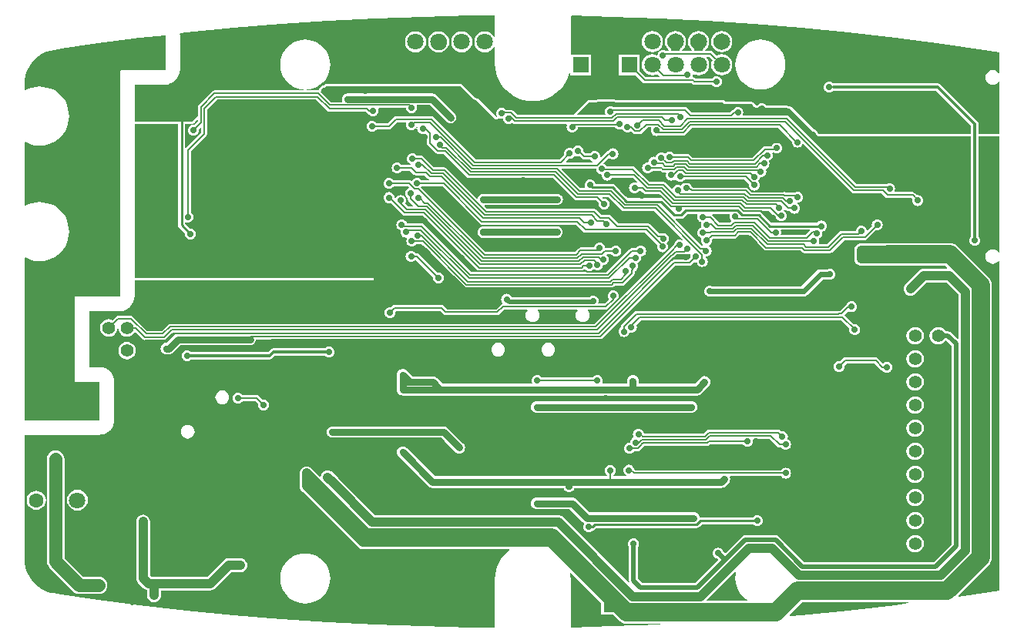
<source format=gbl>
%FSLAX44Y44*%
%MOMM*%
G71*
G01*
G75*
G04 Layer_Physical_Order=2*
G04 Layer_Color=16711680*
%ADD10R,0.9000X0.8500*%
%ADD11R,0.9000X0.9000*%
%ADD12O,1.8000X0.4000*%
%ADD13R,2.0000X2.4000*%
%ADD14R,1.4500X1.1500*%
%ADD15R,0.7000X2.0000*%
%ADD16R,1.1000X0.5500*%
%ADD17R,0.8000X1.2000*%
%ADD18R,1.4000X1.2000*%
%ADD19R,1.9000X1.3000*%
%ADD20R,3.6000X5.0000*%
%ADD21C,15.0000*%
%ADD22R,2.8000X2.4000*%
%ADD23O,2.2000X0.6000*%
%ADD24R,2.0500X3.6000*%
%ADD25R,8.1000X2.8000*%
%ADD26R,1.4000X2.0000*%
%ADD27R,1.4000X2.2000*%
%ADD28R,1.4000X1.0000*%
%ADD29R,1.8000X1.4000*%
%ADD30R,2.4000X1.8000*%
%ADD31O,0.2500X1.3500*%
%ADD32O,1.3500X0.2500*%
%ADD33O,0.2500X1.4000*%
%ADD34O,1.4000X0.2500*%
%ADD35R,4.0000X1.8000*%
%ADD36R,5.0000X0.6000*%
%ADD37R,5.0000X0.8000*%
%ADD38R,1.0000X0.6000*%
%ADD39R,2.6500X1.3500*%
%ADD40R,3.2000X1.2000*%
%ADD41R,5.6000X2.2000*%
%ADD42R,2.7000X1.4000*%
%ADD43R,1.0500X0.6000*%
%ADD44R,1.2000X1.0000*%
%ADD45C,0.2000*%
%ADD46C,0.1500*%
%ADD47C,0.2500*%
%ADD48C,0.3000*%
%ADD49C,0.9000*%
%ADD50C,0.8000*%
%ADD51C,0.6000*%
%ADD52C,0.7000*%
%ADD53C,0.7500*%
%ADD54C,1.0000*%
%ADD55C,1.4000*%
%ADD56C,1.2000*%
%ADD57C,0.5000*%
%ADD58C,0.4000*%
%ADD59C,1.4000*%
%ADD60C,2.7000*%
%ADD61R,1.8000X1.8000*%
%ADD62C,1.8000*%
%ADD63C,1.6000*%
%ADD64R,1.8000X1.8000*%
%ADD65C,0.7000*%
%ADD66C,2.0000*%
G36*
X-564404Y335916D02*
Y313448D01*
X-565385Y313253D01*
X-565405Y313300D01*
X-567248Y315702D01*
X-569650Y317545D01*
X-572448Y318704D01*
X-575450Y319099D01*
X-578452Y318704D01*
X-581250Y317545D01*
X-583652Y315702D01*
X-585495Y313300D01*
X-586654Y310502D01*
X-587049Y307500D01*
X-586654Y304498D01*
X-585495Y301700D01*
X-583652Y299298D01*
X-581250Y297455D01*
X-578452Y296296D01*
X-575450Y295901D01*
X-572448Y296296D01*
X-569650Y297455D01*
X-567248Y299298D01*
X-565405Y301700D01*
X-565385Y301747D01*
X-564404Y301552D01*
Y283916D01*
X-564494D01*
X-564137Y278471D01*
X-563072Y273119D01*
X-561318Y267952D01*
X-558905Y263058D01*
X-555873Y258521D01*
X-552275Y254418D01*
X-548173Y250820D01*
X-543635Y247788D01*
X-538741Y245375D01*
X-533574Y243621D01*
X-528222Y242556D01*
X-522777Y242199D01*
X-517332Y242556D01*
X-511980Y243621D01*
X-506813Y245375D01*
X-501919Y247788D01*
X-497382Y250820D01*
X-493279Y254418D01*
X-489681Y258521D01*
X-486650Y263058D01*
X-484236Y267952D01*
X-482487Y273106D01*
X-481500Y272943D01*
Y270800D01*
X-458500D01*
Y293800D01*
X-481077D01*
X-481149Y335555D01*
X-480434Y336255D01*
X-435695Y335241D01*
X-383713Y333277D01*
X-331767Y330528D01*
X-279868Y326996D01*
X-228029Y322679D01*
X-176260Y317581D01*
X-124574Y311701D01*
X-72983Y305041D01*
X-21499Y297602D01*
X-9995Y295762D01*
X-9997Y273418D01*
X-10943Y273097D01*
X-11794Y274206D01*
X-13465Y275488D01*
X-15412Y276294D01*
X-17500Y276569D01*
X-19588Y276294D01*
X-21535Y275488D01*
X-23206Y274206D01*
X-24488Y272535D01*
X-25294Y270588D01*
X-25569Y268500D01*
X-25294Y266412D01*
X-24488Y264466D01*
X-23206Y262794D01*
X-21535Y261512D01*
X-19588Y260706D01*
X-17500Y260431D01*
X-15412Y260706D01*
X-13465Y261512D01*
X-11794Y262794D01*
X-10944Y263902D01*
X-9997Y263581D01*
X-10000Y206516D01*
X-32922D01*
Y217250D01*
X-32922Y217250D01*
X-33181Y218552D01*
X-33232Y218811D01*
X-34116Y220134D01*
X-74616Y260634D01*
X-75939Y261518D01*
X-76198Y261569D01*
X-77500Y261828D01*
X-77500Y261828D01*
X-192000D01*
X-192492Y261731D01*
X-192721Y262029D01*
X-193974Y262991D01*
X-195434Y263596D01*
X-197000Y263802D01*
X-198566Y263596D01*
X-200026Y262991D01*
X-201279Y262029D01*
X-202241Y260776D01*
X-202845Y259316D01*
X-203052Y257750D01*
X-202845Y256184D01*
X-202241Y254724D01*
X-201279Y253471D01*
X-200026Y252509D01*
X-198566Y251904D01*
X-197000Y251698D01*
X-195434Y251904D01*
X-193974Y252509D01*
X-192721Y253471D01*
X-192492Y253769D01*
X-192000Y253672D01*
X-79189D01*
X-41078Y215561D01*
Y206516D01*
X-209148D01*
X-209154Y206566D01*
X-209759Y208026D01*
X-210721Y209279D01*
X-211974Y210241D01*
X-213434Y210846D01*
X-213742Y210886D01*
X-238928Y236072D01*
X-240023Y236516D01*
X-240026Y236516D01*
X-241469Y236515D01*
X-241727Y236773D01*
X-242884Y237547D01*
X-244250Y237819D01*
X-266425D01*
X-266971Y238529D01*
X-268224Y239491D01*
X-269684Y240096D01*
X-271250Y240302D01*
X-272816Y240096D01*
X-274276Y239491D01*
X-275529Y238529D01*
X-276075Y237819D01*
X-277522D01*
X-280227Y240523D01*
X-281384Y241297D01*
X-282750Y241569D01*
X-310000D01*
X-311036Y241362D01*
X-313250Y243500D01*
X-431519D01*
X-432222Y243969D01*
X-433588Y244241D01*
X-451077D01*
X-452443Y243969D01*
X-453146Y243500D01*
X-462250D01*
X-478686Y227064D01*
X-539627D01*
X-544407Y231843D01*
X-545482Y232561D01*
X-545692Y232603D01*
X-546750Y232814D01*
X-552574D01*
X-552748Y233040D01*
X-553205Y233391D01*
X-553657Y233843D01*
X-554732Y234561D01*
X-554942Y234603D01*
X-556000Y234814D01*
X-556411Y234732D01*
X-557027Y234813D01*
X-558593Y234607D01*
X-560053Y234002D01*
X-561306Y233040D01*
X-562268Y231787D01*
X-562873Y230327D01*
X-563079Y228761D01*
X-562873Y227195D01*
X-562268Y225735D01*
X-561984Y225365D01*
X-562737Y224706D01*
X-598928Y261072D01*
X-600000Y261516D01*
X-750000D01*
X-751072Y261072D01*
X-752394Y259750D01*
X-753566Y259596D01*
X-755026Y258991D01*
X-756279Y258029D01*
X-757241Y256776D01*
X-757846Y255316D01*
X-758000Y254144D01*
X-758250Y254064D01*
X-770881D01*
X-770920Y255063D01*
X-768485Y255255D01*
X-764276Y256265D01*
X-760277Y257922D01*
X-756586Y260183D01*
X-753294Y262994D01*
X-750483Y266286D01*
X-748222Y269977D01*
X-746565Y273976D01*
X-745555Y278185D01*
X-745215Y282500D01*
X-745555Y286815D01*
X-746565Y291024D01*
X-748222Y295023D01*
X-750483Y298714D01*
X-753294Y302006D01*
X-756586Y304817D01*
X-760277Y307078D01*
X-764276Y308735D01*
X-768485Y309745D01*
X-772800Y310085D01*
X-777115Y309745D01*
X-781324Y308735D01*
X-785323Y307078D01*
X-789014Y304817D01*
X-792306Y302006D01*
X-795117Y298714D01*
X-797378Y295023D01*
X-799035Y291024D01*
X-800045Y286815D01*
X-800385Y282500D01*
X-800045Y278185D01*
X-799035Y273976D01*
X-797378Y269977D01*
X-795117Y266286D01*
X-792306Y262994D01*
X-789014Y260183D01*
X-785323Y257922D01*
X-781324Y256265D01*
X-777115Y255255D01*
X-774679Y255063D01*
X-774719Y254064D01*
X-872700D01*
X-873968Y253811D01*
X-875043Y253093D01*
X-889843Y238293D01*
X-890561Y237218D01*
X-890603Y237008D01*
X-890814Y235950D01*
Y226330D01*
X-896072Y221072D01*
X-896500Y220000D01*
X-960435D01*
X-960438Y259732D01*
X-959731Y260439D01*
X-927223D01*
X-924087Y260748D01*
X-921070Y261662D01*
X-918291Y263148D01*
X-915855Y265148D01*
X-915854Y265148D01*
X-915147Y265855D01*
Y265855D01*
X-915147D01*
X-914789Y266292D01*
X-913148Y268291D01*
X-912354Y269777D01*
X-911662Y271071D01*
X-911173Y272683D01*
X-910748Y274087D01*
X-910439Y277223D01*
Y277223D01*
Y277223D01*
X-910439Y314175D01*
X-910483Y314629D01*
X-910464Y315085D01*
X-910609Y316009D01*
X-910002Y316804D01*
X-903177Y317581D01*
X-851408Y322679D01*
X-799569Y326996D01*
X-747670Y330528D01*
X-695724Y333277D01*
X-643742Y335241D01*
X-591736Y336419D01*
X-565114Y336620D01*
X-564404Y335916D01*
D02*
G37*
G36*
X-299388Y-275448D02*
X-300045Y-278185D01*
X-300385Y-282500D01*
X-300045Y-286815D01*
X-299035Y-291024D01*
X-297378Y-295023D01*
X-295117Y-298714D01*
X-292306Y-302006D01*
X-289014Y-304817D01*
X-286828Y-306156D01*
X-287100Y-307118D01*
X-331114D01*
X-331497Y-306195D01*
X-300261Y-274959D01*
X-299388Y-275448D01*
D02*
G37*
G36*
X-890814Y221419D02*
Y219873D01*
X-894543Y216143D01*
X-895750Y216302D01*
X-897316Y216096D01*
X-898776Y215491D01*
X-900029Y214529D01*
X-900991Y213276D01*
X-901596Y211816D01*
X-901802Y210250D01*
X-901596Y208684D01*
X-900991Y207224D01*
X-900029Y205971D01*
X-898776Y205009D01*
X-897316Y204404D01*
X-895750Y204198D01*
X-894184Y204404D01*
X-892724Y205009D01*
X-891471Y205971D01*
X-890509Y207224D01*
X-889904Y208684D01*
X-889698Y210250D01*
X-889857Y211457D01*
X-888238Y213076D01*
X-887314Y212694D01*
Y207873D01*
X-904003Y191183D01*
X-904927Y191566D01*
Y217451D01*
X-896500D01*
X-896484Y217454D01*
X-896467Y217451D01*
X-895997Y217551D01*
X-895525Y217645D01*
X-895511Y217654D01*
X-895495Y217658D01*
X-895097Y217931D01*
X-894698Y218198D01*
X-894688Y218211D01*
X-894675Y218221D01*
X-894412Y218625D01*
X-894145Y219025D01*
X-894142Y219041D01*
X-894133Y219055D01*
X-893899Y219640D01*
X-891738Y221802D01*
X-890814Y221419D01*
D02*
G37*
G36*
X-596775Y253225D02*
X-596775Y253224D01*
X-589776Y246225D01*
X-587791Y244702D01*
X-585480Y243745D01*
X-585249Y243714D01*
X-564543Y222908D01*
X-564197Y222676D01*
X-563867Y222422D01*
X-563787Y222400D01*
X-563718Y222354D01*
X-563309Y222271D01*
X-562906Y222163D01*
X-562824Y222174D01*
X-562743Y222157D01*
X-562334Y222238D01*
X-561920Y222292D01*
X-561848Y222333D01*
X-561767Y222349D01*
X-561420Y222580D01*
X-561058Y222788D01*
X-560306Y223446D01*
X-560176Y223615D01*
X-560053Y223520D01*
X-558593Y222916D01*
X-557027Y222709D01*
X-555507Y222910D01*
X-555345Y221684D01*
X-554741Y220224D01*
X-553779Y218971D01*
X-552526Y218009D01*
X-551066Y217404D01*
X-549500Y217198D01*
X-547934Y217404D01*
X-546474Y218009D01*
X-545581Y218695D01*
X-544793Y217907D01*
X-543718Y217189D01*
X-543507Y217147D01*
X-542450Y216936D01*
X-485678D01*
X-485122Y216105D01*
X-485346Y215566D01*
X-485552Y214000D01*
X-485346Y212434D01*
X-484741Y210974D01*
X-483779Y209721D01*
X-482526Y208759D01*
X-481066Y208154D01*
X-479500Y207948D01*
X-477934Y208154D01*
X-476474Y208759D01*
X-475221Y209721D01*
X-474259Y210974D01*
X-473655Y212434D01*
X-473522Y213436D01*
X-432195D01*
X-432029Y213221D01*
X-430776Y212259D01*
X-429316Y211654D01*
X-427750Y211448D01*
X-426184Y211654D01*
X-425206Y212059D01*
X-424282Y211677D01*
X-423991Y210974D01*
X-423029Y209721D01*
X-421776Y208759D01*
X-420316Y208154D01*
X-418750Y207948D01*
X-417184Y208154D01*
X-415724Y208759D01*
X-414927Y209371D01*
X-412712Y207157D01*
X-411637Y206439D01*
X-411427Y206397D01*
X-410369Y206186D01*
X-405192D01*
X-404134Y206397D01*
X-403923Y206439D01*
X-402849Y207157D01*
X-396569Y213436D01*
X-392994D01*
X-392439Y212605D01*
X-392864Y211577D01*
X-393071Y210010D01*
X-392864Y208444D01*
X-392260Y206984D01*
X-391298Y205731D01*
X-390045Y204769D01*
X-388585Y204165D01*
X-387019Y203958D01*
X-385453Y204165D01*
X-384193Y204686D01*
X-357250D01*
X-356192Y204897D01*
X-355982Y204939D01*
X-354907Y205657D01*
X-347877Y212686D01*
X-252873D01*
X-237980Y197794D01*
X-238052Y197250D01*
X-237845Y195684D01*
X-237241Y194224D01*
X-236279Y192971D01*
X-235026Y192009D01*
X-233566Y191404D01*
X-232000Y191198D01*
X-230434Y191404D01*
X-228974Y192009D01*
X-227721Y192971D01*
X-226759Y194224D01*
X-226489Y194877D01*
X-225508Y195072D01*
X-172468Y142032D01*
X-171393Y141314D01*
X-171183Y141272D01*
X-170125Y141061D01*
X-139747D01*
X-135343Y136657D01*
X-134625Y136177D01*
X-134268Y135939D01*
X-133000Y135686D01*
X-106622D01*
X-105750Y134814D01*
X-105850Y134573D01*
X-106057Y133006D01*
X-105850Y131440D01*
X-105246Y129981D01*
X-104284Y128727D01*
X-103031Y127766D01*
X-101571Y127161D01*
X-100005Y126955D01*
X-98439Y127161D01*
X-96979Y127766D01*
X-95726Y128727D01*
X-94764Y129981D01*
X-94159Y131440D01*
X-93953Y133006D01*
X-94159Y134573D01*
X-94764Y136032D01*
X-95726Y137286D01*
X-96979Y138247D01*
X-98439Y138852D01*
X-100005Y139058D01*
X-100550Y138987D01*
X-102907Y141343D01*
X-103982Y142061D01*
X-104192Y142103D01*
X-105250Y142314D01*
X-125077D01*
X-125520Y143210D01*
X-125509Y143224D01*
X-124904Y144684D01*
X-124698Y146250D01*
X-124904Y147816D01*
X-125509Y149276D01*
X-126471Y150529D01*
X-127724Y151491D01*
X-129184Y152096D01*
X-130750Y152302D01*
X-132316Y152096D01*
X-133776Y151491D01*
X-134170Y151189D01*
X-167002D01*
X-241157Y225343D01*
X-242232Y226061D01*
X-242442Y226103D01*
X-243500Y226314D01*
X-291529D01*
X-292085Y227145D01*
X-291654Y228184D01*
X-291448Y229750D01*
X-291654Y231316D01*
X-292259Y232776D01*
X-293221Y234029D01*
X-294474Y234991D01*
X-295934Y235596D01*
X-297500Y235802D01*
X-299066Y235596D01*
X-300526Y234991D01*
X-301779Y234029D01*
X-302741Y232776D01*
X-302806Y232619D01*
X-303593Y232093D01*
X-305873Y229814D01*
X-348127D01*
X-353407Y235093D01*
X-354482Y235811D01*
X-354692Y235853D01*
X-355750Y236064D01*
X-434243D01*
X-434474Y236241D01*
X-435934Y236846D01*
X-437500Y237052D01*
X-439066Y236846D01*
X-440526Y236241D01*
X-441779Y235279D01*
X-442741Y234026D01*
X-443345Y232566D01*
X-443552Y231000D01*
X-443345Y229434D01*
X-442741Y227974D01*
X-442730Y227960D01*
X-443173Y227064D01*
X-473775D01*
X-474158Y227988D01*
X-461194Y240951D01*
X-453146D01*
X-452900Y241000D01*
X-452649D01*
X-452416Y241096D01*
X-452170Y241145D01*
X-451962Y241285D01*
X-451730Y241381D01*
X-451449Y241569D01*
X-450826Y241692D01*
X-433839D01*
X-433217Y241569D01*
X-432935Y241381D01*
X-432704Y241285D01*
X-432495Y241145D01*
X-432248Y241096D01*
X-432017Y241000D01*
X-431766D01*
X-431519Y240951D01*
X-314280D01*
X-312807Y239529D01*
X-312614Y239405D01*
X-312452Y239243D01*
X-312200Y239139D01*
X-311970Y238991D01*
X-311745Y238950D01*
X-311533Y238862D01*
X-311260D01*
X-310991Y238814D01*
X-310768Y238862D01*
X-310539D01*
X-309749Y239020D01*
X-283001D01*
X-282379Y238896D01*
X-281852Y238543D01*
X-279324Y236016D01*
X-278497Y235464D01*
X-277522Y235270D01*
X-276075D01*
X-275910Y235302D01*
X-275742Y235291D01*
X-275426Y235399D01*
X-275099Y235464D01*
X-274959Y235557D01*
X-274800Y235611D01*
X-274549Y235831D01*
X-274272Y236016D01*
X-274179Y236156D01*
X-274052Y236267D01*
X-273711Y236711D01*
X-272990Y237264D01*
X-272151Y237612D01*
X-271250Y237731D01*
X-270349Y237612D01*
X-269510Y237264D01*
X-268789Y236711D01*
X-268448Y236267D01*
X-268321Y236156D01*
X-268228Y236016D01*
X-267951Y235831D01*
X-267700Y235611D01*
X-267541Y235557D01*
X-267401Y235464D01*
X-267074Y235399D01*
X-266758Y235291D01*
X-266590Y235302D01*
X-266425Y235270D01*
X-244501D01*
X-243879Y235146D01*
X-243351Y234793D01*
X-243271Y234713D01*
X-243271Y234713D01*
X-243271Y234713D01*
X-242903Y234467D01*
X-242444Y234160D01*
X-242444Y234160D01*
X-242444Y234160D01*
X-241995Y234071D01*
X-241469Y233967D01*
X-241468Y233967D01*
X-241468Y233967D01*
X-240520Y233967D01*
X-240365Y233904D01*
X-215545Y209084D01*
X-215267Y208899D01*
X-215017Y208679D01*
X-214858Y208625D01*
X-214718Y208531D01*
X-214391Y208466D01*
X-214166Y208390D01*
X-213260Y208015D01*
X-212539Y207461D01*
X-211986Y206740D01*
X-211516Y205607D01*
X-211503Y205541D01*
X-211409Y205401D01*
X-211355Y205241D01*
X-211135Y204991D01*
X-210950Y204714D01*
X-210810Y204620D01*
X-210699Y204494D01*
X-210400Y204346D01*
X-210123Y204161D01*
X-209958Y204128D01*
X-209807Y204054D01*
X-209475Y204032D01*
X-209148Y203967D01*
X-41078D01*
Y93683D01*
X-41279Y93529D01*
X-42241Y92276D01*
X-42846Y90816D01*
X-43052Y89250D01*
X-42846Y87684D01*
X-42241Y86224D01*
X-41279Y84971D01*
X-40026Y84009D01*
X-38566Y83405D01*
X-37000Y83198D01*
X-35434Y83405D01*
X-33974Y84009D01*
X-32721Y84971D01*
X-31759Y86224D01*
X-31154Y87684D01*
X-30948Y89250D01*
X-31154Y90816D01*
X-31759Y92276D01*
X-32721Y93529D01*
X-32922Y93683D01*
Y203967D01*
X-10000D01*
X-9999Y203966D01*
X-9998Y76420D01*
X-10945Y76099D01*
X-11794Y77206D01*
X-13465Y78488D01*
X-15412Y79294D01*
X-17500Y79569D01*
X-19588Y79294D01*
X-21535Y78488D01*
X-23206Y77206D01*
X-24488Y75535D01*
X-25294Y73588D01*
X-25569Y71500D01*
X-25294Y69412D01*
X-24488Y67466D01*
X-23206Y65794D01*
X-21535Y64512D01*
X-19588Y63706D01*
X-17500Y63431D01*
X-15412Y63706D01*
X-13465Y64512D01*
X-11794Y65794D01*
X-10945Y66901D01*
X-9998Y66580D01*
X-9995Y-295762D01*
X-21499Y-297602D01*
X-54910Y-302429D01*
X-55358Y-301535D01*
X-21868Y-268046D01*
X-20306Y-266142D01*
X-19146Y-263971D01*
X-18431Y-261615D01*
X-18190Y-259164D01*
Y40042D01*
X-18431Y42492D01*
X-19146Y44848D01*
X-20306Y47020D01*
X-21868Y48923D01*
X-55577Y82632D01*
X-57480Y84194D01*
X-59652Y85354D01*
X-62008Y86069D01*
X-64458Y86311D01*
X-132700D01*
X-133165Y86265D01*
X-161700D01*
X-163658Y86007D01*
X-165482Y85251D01*
X-167049Y84049D01*
X-168251Y82482D01*
X-169007Y80658D01*
X-169265Y78700D01*
Y68700D01*
X-169007Y66742D01*
X-168251Y64918D01*
X-167049Y63351D01*
X-165482Y62149D01*
X-163658Y61393D01*
X-161700Y61135D01*
X-112500D01*
X-112088Y61189D01*
X-69661D01*
X-67710Y59239D01*
X-68093Y58315D01*
X-93000D01*
X-94958Y58057D01*
X-96782Y57301D01*
X-98349Y56099D01*
X-113099Y41349D01*
X-114301Y39782D01*
X-115057Y37958D01*
X-115315Y36000D01*
X-115057Y34042D01*
X-114301Y32218D01*
X-113099Y30651D01*
X-111532Y29449D01*
X-109708Y28693D01*
X-107750Y28435D01*
X-105792Y28693D01*
X-103968Y29449D01*
X-102401Y30651D01*
X-89867Y43185D01*
X-68633D01*
X-55315Y29867D01*
Y-18419D01*
X-56239Y-18802D01*
X-62945Y-12095D01*
X-64599Y-10990D01*
X-66550Y-10602D01*
X-69237D01*
X-70525Y-8924D01*
X-72509Y-7402D01*
X-74820Y-6445D01*
X-77300Y-6118D01*
X-79780Y-6445D01*
X-82091Y-7402D01*
X-84075Y-8924D01*
X-85598Y-10909D01*
X-86556Y-13220D01*
X-86882Y-15700D01*
X-86556Y-18180D01*
X-85598Y-20491D01*
X-84075Y-22475D01*
X-82091Y-23998D01*
X-79780Y-24955D01*
X-77300Y-25282D01*
X-74820Y-24955D01*
X-72509Y-23998D01*
X-70525Y-22475D01*
X-69449Y-21074D01*
X-68451Y-21008D01*
X-62848Y-26612D01*
Y-244916D01*
X-82333Y-264402D01*
X-224453D01*
X-252460Y-236395D01*
X-254114Y-235290D01*
X-256065Y-234902D01*
X-289435D01*
X-291386Y-235290D01*
X-293040Y-236395D01*
X-310968Y-254323D01*
X-311968D01*
X-313188Y-253102D01*
X-313759Y-251724D01*
X-314721Y-250471D01*
X-315974Y-249509D01*
X-317434Y-248904D01*
X-319000Y-248698D01*
X-320566Y-248904D01*
X-322026Y-249509D01*
X-323279Y-250471D01*
X-324241Y-251724D01*
X-324846Y-253184D01*
X-325052Y-254750D01*
X-324846Y-256316D01*
X-324241Y-257776D01*
X-323279Y-259029D01*
X-322026Y-259991D01*
X-320566Y-260596D01*
X-320045Y-260664D01*
X-318677Y-262033D01*
X-344297Y-287652D01*
X-402138D01*
X-406902Y-282888D01*
Y-247712D01*
X-406759Y-247526D01*
X-406154Y-246066D01*
X-405948Y-244500D01*
X-406154Y-242934D01*
X-406759Y-241474D01*
X-407721Y-240221D01*
X-408974Y-239259D01*
X-410434Y-238654D01*
X-412000Y-238448D01*
X-413566Y-238654D01*
X-415026Y-239259D01*
X-416279Y-240221D01*
X-417241Y-241474D01*
X-417845Y-242934D01*
X-418052Y-244500D01*
X-417845Y-246066D01*
X-417241Y-247526D01*
X-417098Y-247712D01*
Y-285000D01*
X-417098Y-285000D01*
X-417098D01*
X-416887Y-286062D01*
X-417769Y-286533D01*
X-489401Y-214901D01*
X-490968Y-213699D01*
X-491502Y-213477D01*
X-492792Y-212943D01*
X-494750Y-212685D01*
X-695867D01*
X-736151Y-172401D01*
X-742701Y-165851D01*
X-744268Y-164649D01*
X-744802Y-164427D01*
X-746092Y-163893D01*
X-748050Y-163635D01*
X-748300D01*
X-750258Y-163893D01*
X-752082Y-164649D01*
X-753649Y-165851D01*
X-754851Y-167418D01*
X-755607Y-169242D01*
X-755739Y-170245D01*
X-756686Y-170566D01*
X-765851Y-161401D01*
X-767418Y-160199D01*
X-769242Y-159443D01*
X-771200Y-159185D01*
X-773158Y-159443D01*
X-774982Y-160199D01*
X-776549Y-161401D01*
X-777751Y-162968D01*
X-778194Y-164036D01*
X-778507Y-164792D01*
X-778731Y-166492D01*
X-778765Y-166750D01*
D01*
Y-166750D01*
Y-180900D01*
X-778507Y-182858D01*
X-777973Y-184148D01*
X-777751Y-184682D01*
X-776549Y-186249D01*
X-716501Y-246297D01*
X-716432Y-246382D01*
X-716348Y-246451D01*
X-714949Y-247849D01*
X-714949Y-247849D01*
X-713382Y-249051D01*
X-711558Y-249807D01*
X-709600Y-250065D01*
X-691856D01*
X-691824Y-250061D01*
X-548726D01*
X-548374Y-250996D01*
X-552275Y-254418D01*
X-555873Y-258521D01*
X-558905Y-263058D01*
X-561318Y-267952D01*
X-563072Y-273119D01*
X-564137Y-278471D01*
X-564494Y-283916D01*
X-564404D01*
Y-335916D01*
X-565114Y-336620D01*
X-591736Y-336419D01*
X-643742Y-335241D01*
X-695724Y-333277D01*
X-747670Y-330528D01*
X-799569Y-326996D01*
X-851408Y-322679D01*
X-903177Y-317581D01*
X-954863Y-311701D01*
X-1006454Y-305041D01*
X-1040260Y-300156D01*
X-1040268Y-300145D01*
Y-300145D01*
X-1040268Y-300145D01*
X-1048949Y-298766D01*
X-1052790Y-298002D01*
X-1057582Y-296375D01*
X-1062121Y-294137D01*
X-1066328Y-291325D01*
X-1070133Y-287989D01*
X-1073469Y-284184D01*
X-1076281Y-279977D01*
X-1078519Y-275438D01*
X-1080145Y-270646D01*
X-1081133Y-265683D01*
X-1081458Y-260716D01*
X-1081381Y-260634D01*
X-1081381D01*
Y-124561D01*
X-998766D01*
X-997206Y-124408D01*
X-995640Y-124255D01*
X-995635Y-124253D01*
X-995630Y-124253D01*
X-994126Y-123796D01*
X-992624Y-123342D01*
X-992619Y-123339D01*
X-992613Y-123338D01*
X-991216Y-122591D01*
X-989843Y-121858D01*
X-989839Y-121854D01*
X-989834Y-121852D01*
X-988614Y-120851D01*
X-987405Y-119860D01*
X-987402Y-119856D01*
X-987398Y-119853D01*
X-986396Y-118633D01*
X-985404Y-117425D01*
X-985402Y-117420D01*
X-985398Y-117416D01*
X-984653Y-116023D01*
X-983917Y-114647D01*
X-983915Y-114641D01*
X-983912Y-114637D01*
X-983458Y-113140D01*
X-983000Y-111631D01*
X-982999Y-111626D01*
X-982998Y-111621D01*
X-982844Y-110065D01*
X-982689Y-108495D01*
X-982673Y-85011D01*
X-982673Y-85006D01*
X-982673Y-85000D01*
Y-66250D01*
X-982981Y-63113D01*
X-983896Y-60097D01*
X-985382Y-57318D01*
X-987382Y-54882D01*
X-989818Y-52882D01*
X-992597Y-51396D01*
X-995613Y-50482D01*
X-998750Y-50173D01*
X-1010423D01*
Y11173D01*
X-977207D01*
X-977207Y11173D01*
X-977207Y11173D01*
X-975813Y11310D01*
X-974071Y11481D01*
X-974070Y11482D01*
X-974070Y11482D01*
X-972897Y11838D01*
X-971055Y12396D01*
X-971054Y12397D01*
X-971054Y12397D01*
X-969534Y13209D01*
X-968275Y13882D01*
X-968275Y13882D01*
X-968275Y13882D01*
X-967102Y14845D01*
X-965839Y15882D01*
X-965838Y15882D01*
X-965838Y15882D01*
X-965131Y16589D01*
X-965131Y16589D01*
X-965131Y16589D01*
X-964126Y17814D01*
X-963132Y19025D01*
X-963132Y19026D01*
X-963132Y19026D01*
X-962298Y20585D01*
X-961646Y21805D01*
X-961646Y21805D01*
X-961646Y21806D01*
X-961051Y23766D01*
X-960732Y24821D01*
X-960731Y24821D01*
X-960731Y24822D01*
X-960556Y26602D01*
X-960423Y27958D01*
X-960423Y27958D01*
X-960423Y27958D01*
X-960424Y44293D01*
X-959717Y45000D01*
X-698000D01*
Y48000D01*
X-960424D01*
X-960435Y216744D01*
X-959728Y217451D01*
X-912573D01*
Y117796D01*
X-912573Y117796D01*
Y106000D01*
X-912573Y106000D01*
X-912573D01*
X-912282Y104537D01*
X-911454Y103296D01*
X-904977Y96820D01*
X-905052Y96250D01*
X-904846Y94684D01*
X-904241Y93224D01*
X-903279Y91971D01*
X-902026Y91009D01*
X-900566Y90404D01*
X-899000Y90198D01*
X-897434Y90404D01*
X-895974Y91009D01*
X-894721Y91971D01*
X-893759Y93224D01*
X-893154Y94684D01*
X-892948Y96250D01*
X-893154Y97816D01*
X-893759Y99276D01*
X-894721Y100529D01*
X-895974Y101491D01*
X-897434Y102096D01*
X-899000Y102302D01*
X-899570Y102227D01*
X-904927Y107584D01*
Y108818D01*
X-904095Y109374D01*
X-903566Y109154D01*
X-902000Y108948D01*
X-900434Y109154D01*
X-898974Y109759D01*
X-897721Y110721D01*
X-896759Y111974D01*
X-896154Y113434D01*
X-895948Y115000D01*
X-896154Y116566D01*
X-896759Y118026D01*
X-897721Y119279D01*
X-898686Y120020D01*
Y187127D01*
X-881657Y204157D01*
X-881177Y204875D01*
X-880939Y205232D01*
X-880686Y206500D01*
Y233127D01*
X-869877Y243936D01*
X-761072D01*
X-748543Y231407D01*
X-747468Y230689D01*
X-746200Y230436D01*
X-706373D01*
X-705343Y229407D01*
X-704268Y228689D01*
X-704058Y228647D01*
X-703319Y228500D01*
X-702529Y227471D01*
X-701276Y226509D01*
X-699816Y225905D01*
X-698250Y225698D01*
X-696684Y225905D01*
X-695224Y226509D01*
X-693971Y227471D01*
X-693009Y228724D01*
X-692404Y230184D01*
X-692198Y231750D01*
X-692404Y233316D01*
X-692627Y233855D01*
X-692072Y234686D01*
X-661978D01*
X-661846Y233684D01*
X-661241Y232224D01*
X-660279Y230971D01*
X-659026Y230009D01*
X-657566Y229404D01*
X-656000Y229198D01*
X-654434Y229404D01*
X-652974Y230009D01*
X-651721Y230971D01*
X-650759Y232224D01*
X-650154Y233684D01*
X-649948Y235250D01*
X-650154Y236816D01*
X-650382Y237365D01*
X-649826Y238196D01*
X-636111D01*
X-617708Y219792D01*
X-616402Y218791D01*
X-614882Y218161D01*
X-613250Y217946D01*
X-611618Y218161D01*
X-610098Y218791D01*
X-608792Y219792D01*
X-607791Y221098D01*
X-607161Y222619D01*
X-606946Y224250D01*
X-607161Y225882D01*
X-607791Y227402D01*
X-608792Y228708D01*
X-629043Y248958D01*
X-630348Y249959D01*
X-631868Y250589D01*
X-633500Y250804D01*
X-726250D01*
X-727882Y250589D01*
X-729402Y249959D01*
X-730707Y248958D01*
X-730708Y248958D01*
X-731709Y247652D01*
X-732339Y246132D01*
X-732554Y244500D01*
X-732339Y242868D01*
X-732039Y242145D01*
X-732595Y241314D01*
X-744128D01*
X-755760Y252946D01*
X-755732Y252980D01*
X-755613Y253399D01*
X-755473Y253811D01*
X-755362Y254651D01*
X-755014Y255490D01*
X-754461Y256211D01*
X-753740Y256764D01*
X-752901Y257112D01*
X-752061Y257223D01*
X-751746Y257330D01*
X-751419Y257395D01*
X-751279Y257488D01*
X-751120Y257542D01*
X-750869Y257762D01*
X-750592Y257947D01*
X-749628Y258911D01*
X-749493Y258967D01*
X-602518D01*
X-596775Y253225D01*
D02*
G37*
G36*
X-109917Y-309808D02*
X-124574Y-311701D01*
X-176260Y-317581D01*
X-228029Y-322679D01*
X-240366Y-323707D01*
X-240786Y-322799D01*
X-226797Y-308811D01*
X-109981D01*
X-109917Y-309808D01*
D02*
G37*
G36*
X-447800Y-309341D02*
Y-322500D01*
X-434641D01*
X-428580Y-328561D01*
X-427722Y-329265D01*
X-426677Y-330123D01*
X-424505Y-331283D01*
X-422149Y-331998D01*
X-419698Y-332239D01*
X-383022D01*
X-382995Y-333239D01*
X-383713Y-333277D01*
X-435695Y-335241D01*
X-480434Y-336255D01*
X-481149Y-335555D01*
X-481061Y-283916D01*
X-481418Y-278471D01*
X-481764Y-276730D01*
X-480882Y-276259D01*
X-447800Y-309341D01*
D02*
G37*
G36*
X-926516Y314175D02*
X-926516Y277223D01*
X-927223Y276516D01*
X-975000D01*
X-976516Y275000D01*
X-976500Y27957D01*
X-977207Y27250D01*
X-1026500D01*
Y-66250D01*
X-998750D01*
Y-85000D01*
X-998766Y-108484D01*
X-1081381D01*
Y70185D01*
X-1080531Y70713D01*
X-1077156Y69048D01*
X-1073141Y67685D01*
X-1068982Y66858D01*
X-1064750Y66581D01*
X-1060518Y66858D01*
X-1056359Y67685D01*
X-1052344Y69048D01*
X-1048540Y70924D01*
X-1045014Y73280D01*
X-1041826Y76076D01*
X-1039030Y79264D01*
X-1036674Y82790D01*
X-1034798Y86594D01*
X-1033435Y90609D01*
X-1032608Y94768D01*
X-1032331Y99000D01*
X-1032608Y103232D01*
X-1033435Y107391D01*
X-1034798Y111406D01*
X-1036674Y115210D01*
X-1039030Y118736D01*
X-1041826Y121924D01*
X-1045014Y124720D01*
X-1048540Y127076D01*
X-1052344Y128952D01*
X-1056359Y130315D01*
X-1060518Y131142D01*
X-1064750Y131419D01*
X-1068982Y131142D01*
X-1073141Y130315D01*
X-1077156Y128952D01*
X-1080531Y127287D01*
X-1081381Y127815D01*
Y197185D01*
X-1080531Y197713D01*
X-1077156Y196048D01*
X-1073141Y194685D01*
X-1068982Y193858D01*
X-1064750Y193581D01*
X-1060518Y193858D01*
X-1056359Y194685D01*
X-1052344Y196048D01*
X-1048540Y197924D01*
X-1045014Y200280D01*
X-1041826Y203076D01*
X-1039030Y206264D01*
X-1036674Y209790D01*
X-1034798Y213594D01*
X-1033435Y217609D01*
X-1032608Y221768D01*
X-1032331Y226000D01*
X-1032608Y230232D01*
X-1033435Y234391D01*
X-1034798Y238406D01*
X-1036674Y242210D01*
X-1039030Y245736D01*
X-1041826Y248924D01*
X-1045014Y251720D01*
X-1048540Y254076D01*
X-1052344Y255952D01*
X-1056359Y257315D01*
X-1060518Y258142D01*
X-1064750Y258419D01*
X-1068982Y258142D01*
X-1073141Y257315D01*
X-1077156Y255952D01*
X-1080531Y254287D01*
X-1081381Y254815D01*
Y260634D01*
X-1081381D01*
X-1081458Y260716D01*
X-1081133Y265683D01*
X-1080145Y270646D01*
X-1078519Y275438D01*
X-1076281Y279977D01*
X-1073469Y284184D01*
X-1070133Y287989D01*
X-1066328Y291325D01*
X-1062121Y294137D01*
X-1057582Y296375D01*
X-1052790Y298002D01*
X-1048949Y298766D01*
X-1040268Y300145D01*
X-1040268Y300145D01*
Y300145D01*
X-1040260Y300156D01*
X-1006454Y305041D01*
X-954863Y311701D01*
X-927262Y314841D01*
X-926516Y314175D01*
D02*
G37*
%LPC*%
G36*
X-146000Y-39181D02*
X-179500D01*
X-180866Y-39453D01*
X-182023Y-40227D01*
X-185362Y-43565D01*
X-186250Y-43448D01*
X-187816Y-43654D01*
X-189276Y-44259D01*
X-190529Y-45221D01*
X-191491Y-46474D01*
X-192096Y-47934D01*
X-192302Y-49500D01*
X-192096Y-51066D01*
X-191491Y-52526D01*
X-190529Y-53779D01*
X-189276Y-54741D01*
X-187816Y-55346D01*
X-186250Y-55552D01*
X-184684Y-55346D01*
X-183224Y-54741D01*
X-181971Y-53779D01*
X-181009Y-52526D01*
X-180404Y-51066D01*
X-180198Y-49500D01*
X-180315Y-48612D01*
X-178022Y-46319D01*
X-147478D01*
X-141023Y-52773D01*
X-141023D01*
X-141023Y-52773D01*
X-141023D01*
X-141023Y-52773D01*
Y-52773D01*
X-141023Y-52773D01*
Y-52773D01*
X-139866Y-53547D01*
X-138588Y-53801D01*
X-138029Y-54529D01*
X-136776Y-55491D01*
X-135316Y-56095D01*
X-133750Y-56302D01*
X-132184Y-56095D01*
X-130724Y-55491D01*
X-129471Y-54529D01*
X-128509Y-53276D01*
X-127904Y-51816D01*
X-127698Y-50250D01*
X-127904Y-48684D01*
X-128509Y-47224D01*
X-129471Y-45971D01*
X-130724Y-45009D01*
X-132184Y-44404D01*
X-133750Y-44198D01*
X-135316Y-44404D01*
X-136776Y-45009D01*
X-137861Y-45842D01*
X-143477Y-40227D01*
X-144634Y-39453D01*
X-146000Y-39181D01*
D02*
G37*
G36*
X-102700Y-31518D02*
X-105180Y-31844D01*
X-107491Y-32802D01*
X-109475Y-34325D01*
X-110998Y-36309D01*
X-111955Y-38620D01*
X-112282Y-41100D01*
X-111955Y-43580D01*
X-110998Y-45891D01*
X-109475Y-47875D01*
X-107491Y-49398D01*
X-105180Y-50355D01*
X-102700Y-50682D01*
X-100220Y-50355D01*
X-97909Y-49398D01*
X-95925Y-47875D01*
X-94402Y-45891D01*
X-93444Y-43580D01*
X-93118Y-41100D01*
X-93444Y-38620D01*
X-94402Y-36309D01*
X-95925Y-34325D01*
X-97909Y-32802D01*
X-100220Y-31844D01*
X-102700Y-31518D01*
D02*
G37*
G36*
Y-107718D02*
X-105180Y-108045D01*
X-107491Y-109002D01*
X-109475Y-110525D01*
X-110998Y-112509D01*
X-111955Y-114820D01*
X-112282Y-117300D01*
X-111955Y-119780D01*
X-110998Y-122091D01*
X-109475Y-124075D01*
X-107491Y-125598D01*
X-105180Y-126555D01*
X-102700Y-126882D01*
X-100220Y-126555D01*
X-97909Y-125598D01*
X-95925Y-124075D01*
X-94402Y-122091D01*
X-93444Y-119780D01*
X-93118Y-117300D01*
X-93444Y-114820D01*
X-94402Y-112509D01*
X-95925Y-110525D01*
X-97909Y-109002D01*
X-100220Y-108045D01*
X-102700Y-107718D01*
D02*
G37*
G36*
X-620750Y-115196D02*
X-743000D01*
X-744632Y-115411D01*
X-746152Y-116041D01*
X-747458Y-117043D01*
X-748459Y-118348D01*
X-749089Y-119868D01*
X-749304Y-121500D01*
X-749089Y-123132D01*
X-748459Y-124652D01*
X-747458Y-125958D01*
X-746152Y-126959D01*
X-744632Y-127589D01*
X-743000Y-127804D01*
X-623361D01*
X-619458Y-131707D01*
X-619458Y-131708D01*
X-607958Y-143208D01*
X-606652Y-144209D01*
X-605132Y-144839D01*
X-603500Y-145054D01*
X-601868Y-144839D01*
X-600348Y-144209D01*
X-599043Y-143208D01*
X-598041Y-141902D01*
X-597411Y-140382D01*
X-597196Y-138750D01*
Y-138500D01*
X-597411Y-136868D01*
X-598041Y-135348D01*
X-599043Y-134043D01*
X-600117Y-133218D01*
X-609292Y-124043D01*
X-609292Y-124042D01*
X-616292Y-117043D01*
X-617598Y-116041D01*
X-619118Y-115411D01*
X-620750Y-115196D01*
D02*
G37*
G36*
X-406770Y-117704D02*
X-408336Y-117910D01*
X-409796Y-118515D01*
X-411049Y-119477D01*
X-412011Y-120730D01*
X-412615Y-122190D01*
X-412822Y-123756D01*
X-412615Y-125322D01*
X-412048Y-126692D01*
X-412431Y-127616D01*
X-412776Y-127759D01*
X-414029Y-128721D01*
X-414991Y-129974D01*
X-415596Y-131434D01*
X-415802Y-133000D01*
Y-133000D01*
X-416500Y-133448D01*
X-418066Y-133654D01*
X-419526Y-134259D01*
X-420779Y-135221D01*
X-421741Y-136474D01*
X-422346Y-137934D01*
X-422552Y-139500D01*
X-422346Y-141066D01*
X-421741Y-142526D01*
X-420779Y-143779D01*
X-419526Y-144741D01*
X-418066Y-145346D01*
X-416500Y-145552D01*
X-414934Y-145346D01*
X-413474Y-144741D01*
X-412221Y-143779D01*
X-411480Y-142814D01*
X-407411D01*
X-406353Y-142603D01*
X-406143Y-142561D01*
X-405068Y-141843D01*
X-401157Y-137932D01*
X-400799Y-137396D01*
X-399966Y-136564D01*
X-396161D01*
X-396161Y-136564D01*
X-331050D01*
X-329993Y-136353D01*
X-329782Y-136311D01*
X-328707Y-135593D01*
X-328178Y-135064D01*
X-291770D01*
X-291029Y-136029D01*
X-289776Y-136991D01*
X-288316Y-137596D01*
X-286750Y-137802D01*
X-285184Y-137596D01*
X-283724Y-136991D01*
X-282471Y-136029D01*
X-281509Y-134776D01*
X-280904Y-133316D01*
X-280698Y-131750D01*
X-280904Y-130184D01*
X-281127Y-129645D01*
X-280572Y-128814D01*
X-262623D01*
X-253843Y-137593D01*
X-252768Y-138311D01*
X-252558Y-138353D01*
X-251500Y-138564D01*
X-250020D01*
X-249279Y-139529D01*
X-248026Y-140491D01*
X-246566Y-141096D01*
X-245000Y-141302D01*
X-243434Y-141096D01*
X-241974Y-140491D01*
X-240721Y-139529D01*
X-239759Y-138276D01*
X-239154Y-136816D01*
X-238948Y-135250D01*
X-239154Y-133684D01*
X-239759Y-132224D01*
X-240721Y-130971D01*
X-241974Y-130009D01*
X-242508Y-129788D01*
X-242891Y-128864D01*
X-242667Y-128322D01*
X-242460Y-126756D01*
X-242667Y-125190D01*
X-243271Y-123730D01*
X-244233Y-122477D01*
X-245486Y-121515D01*
X-246946Y-120911D01*
X-248512Y-120704D01*
X-249719Y-120863D01*
X-250925Y-119657D01*
X-252000Y-118939D01*
X-252211Y-118897D01*
X-253268Y-118686D01*
X-329700D01*
X-330968Y-118939D01*
X-331325Y-119177D01*
X-332043Y-119657D01*
X-335322Y-122936D01*
X-400378D01*
X-400657Y-122657D01*
X-400883Y-122506D01*
X-400924Y-122190D01*
X-401529Y-120730D01*
X-402491Y-119477D01*
X-403744Y-118515D01*
X-405204Y-117910D01*
X-406770Y-117704D01*
D02*
G37*
G36*
X-901900Y-113585D02*
X-903858Y-113843D01*
X-905682Y-114599D01*
X-907249Y-115801D01*
X-908451Y-117368D01*
X-909207Y-119192D01*
X-909465Y-121150D01*
X-909207Y-123108D01*
X-908451Y-124932D01*
X-907249Y-126499D01*
X-905682Y-127701D01*
X-903858Y-128457D01*
X-901900Y-128715D01*
X-899942Y-128457D01*
X-898118Y-127701D01*
X-896551Y-126499D01*
X-895349Y-124932D01*
X-894593Y-123108D01*
X-894335Y-121150D01*
X-894593Y-119192D01*
X-895349Y-117368D01*
X-896551Y-115801D01*
X-898118Y-114599D01*
X-899942Y-113843D01*
X-901900Y-113585D01*
D02*
G37*
G36*
X-846750Y-78198D02*
X-848316Y-78404D01*
X-849776Y-79009D01*
X-851029Y-79971D01*
X-851991Y-81224D01*
X-852596Y-82684D01*
X-852802Y-84250D01*
X-852596Y-85816D01*
X-851991Y-87276D01*
X-851029Y-88529D01*
X-849776Y-89491D01*
X-848316Y-90096D01*
X-846750Y-90302D01*
X-845184Y-90096D01*
X-843724Y-89491D01*
X-842471Y-88529D01*
X-841730Y-87564D01*
X-827623D01*
X-824643Y-90543D01*
X-824802Y-91750D01*
X-824596Y-93316D01*
X-823991Y-94776D01*
X-823029Y-96029D01*
X-821776Y-96991D01*
X-820316Y-97596D01*
X-818750Y-97802D01*
X-817184Y-97596D01*
X-815724Y-96991D01*
X-814471Y-96029D01*
X-813509Y-94776D01*
X-812904Y-93316D01*
X-812698Y-91750D01*
X-812904Y-90184D01*
X-813509Y-88724D01*
X-814471Y-87471D01*
X-815724Y-86509D01*
X-817184Y-85905D01*
X-818750Y-85698D01*
X-819957Y-85857D01*
X-823907Y-81907D01*
X-824982Y-81189D01*
X-825192Y-81147D01*
X-826250Y-80936D01*
X-841730D01*
X-842471Y-79971D01*
X-843724Y-79009D01*
X-845184Y-78404D01*
X-846750Y-78198D01*
D02*
G37*
G36*
X-864100Y-75785D02*
X-866058Y-76043D01*
X-867882Y-76799D01*
X-869449Y-78001D01*
X-870651Y-79568D01*
X-871407Y-81392D01*
X-871665Y-83350D01*
X-871407Y-85308D01*
X-870651Y-87132D01*
X-869449Y-88699D01*
X-867882Y-89901D01*
X-866058Y-90657D01*
X-864100Y-90915D01*
X-862142Y-90657D01*
X-860318Y-89901D01*
X-858751Y-88699D01*
X-857549Y-87132D01*
X-856793Y-85308D01*
X-856535Y-83350D01*
X-856793Y-81392D01*
X-857549Y-79568D01*
X-858751Y-78001D01*
X-860318Y-76799D01*
X-862142Y-76043D01*
X-864100Y-75785D01*
D02*
G37*
G36*
X-665750Y-52194D02*
X-667447Y-52417D01*
X-667910Y-52609D01*
X-669028Y-53072D01*
X-670386Y-54114D01*
X-671428Y-55472D01*
X-671811Y-56398D01*
X-672083Y-57053D01*
X-672306Y-58750D01*
Y-66750D01*
Y-74750D01*
Y-74750D01*
X-672083Y-76447D01*
X-671428Y-78028D01*
X-670386Y-79386D01*
X-669028Y-80428D01*
X-667447Y-81083D01*
X-665750Y-81306D01*
X-665750Y-81306D01*
X-412750D01*
X-412750Y-81306D01*
X-412750Y-81306D01*
X-342250D01*
X-340553Y-81083D01*
X-339762Y-80755D01*
X-338972Y-80428D01*
X-337614Y-79386D01*
X-329364Y-71136D01*
X-328322Y-69778D01*
X-327667Y-68197D01*
X-327444Y-66500D01*
X-327667Y-64803D01*
X-328322Y-63222D01*
X-329364Y-61864D01*
X-330722Y-60822D01*
X-332303Y-60167D01*
X-334000Y-59944D01*
X-335697Y-60167D01*
X-337278Y-60822D01*
X-338636Y-61864D01*
X-344966Y-68194D01*
X-406194D01*
Y-65500D01*
X-406417Y-63803D01*
X-407072Y-62222D01*
X-408114Y-60864D01*
X-409472Y-59822D01*
X-411053Y-59167D01*
X-412750Y-58944D01*
X-414447Y-59167D01*
X-416028Y-59822D01*
X-417386Y-60864D01*
X-418428Y-62222D01*
X-419083Y-63803D01*
X-419306Y-65500D01*
Y-68194D01*
X-445929D01*
X-446484Y-67362D01*
X-446155Y-66566D01*
X-445948Y-65000D01*
X-446155Y-63434D01*
X-446759Y-61974D01*
X-447721Y-60721D01*
X-448974Y-59759D01*
X-450434Y-59154D01*
X-452000Y-58948D01*
X-453566Y-59154D01*
X-455026Y-59759D01*
X-456279Y-60721D01*
X-456825Y-61431D01*
X-513176D01*
X-513721Y-60721D01*
X-514974Y-59759D01*
X-516434Y-59154D01*
X-518000Y-58948D01*
X-519566Y-59154D01*
X-521026Y-59759D01*
X-522279Y-60721D01*
X-523241Y-61974D01*
X-523846Y-63434D01*
X-524052Y-65000D01*
X-523846Y-66566D01*
X-523516Y-67362D01*
X-524071Y-68194D01*
X-621784D01*
X-627864Y-62114D01*
X-629222Y-61072D01*
X-630148Y-60689D01*
X-630803Y-60417D01*
X-632500Y-60194D01*
X-655034D01*
X-661114Y-54114D01*
X-662472Y-53072D01*
X-663263Y-52745D01*
X-664053Y-52417D01*
X-665750Y-52194D01*
D02*
G37*
G36*
X-102700Y-82318D02*
X-105180Y-82645D01*
X-107491Y-83602D01*
X-109475Y-85125D01*
X-110998Y-87109D01*
X-111955Y-89420D01*
X-112282Y-91900D01*
X-111955Y-94380D01*
X-110998Y-96691D01*
X-109475Y-98675D01*
X-107491Y-100198D01*
X-105180Y-101155D01*
X-102700Y-101482D01*
X-100220Y-101155D01*
X-97909Y-100198D01*
X-95925Y-98675D01*
X-94402Y-96691D01*
X-93444Y-94380D01*
X-93118Y-91900D01*
X-93444Y-89420D01*
X-94402Y-87109D01*
X-95925Y-85125D01*
X-97909Y-83602D01*
X-100220Y-82645D01*
X-102700Y-82318D01*
D02*
G37*
G36*
Y-56918D02*
X-105180Y-57245D01*
X-107491Y-58202D01*
X-109475Y-59724D01*
X-110998Y-61709D01*
X-111955Y-64020D01*
X-112282Y-66500D01*
X-111955Y-68980D01*
X-110998Y-71291D01*
X-109475Y-73275D01*
X-107491Y-74798D01*
X-105180Y-75755D01*
X-102700Y-76082D01*
X-100220Y-75755D01*
X-97909Y-74798D01*
X-95925Y-73275D01*
X-94402Y-71291D01*
X-93444Y-68980D01*
X-93118Y-66500D01*
X-93444Y-64020D01*
X-94402Y-61709D01*
X-95925Y-59724D01*
X-97909Y-58202D01*
X-100220Y-57245D01*
X-102700Y-56918D01*
D02*
G37*
G36*
X-348500Y-87444D02*
X-518250D01*
X-519947Y-87667D01*
X-521528Y-88322D01*
X-522886Y-89364D01*
X-523928Y-90722D01*
X-524583Y-92303D01*
X-524806Y-94000D01*
X-524583Y-95697D01*
X-523928Y-97278D01*
X-522886Y-98636D01*
X-521528Y-99678D01*
X-519947Y-100333D01*
X-518250Y-100556D01*
X-348500D01*
X-346803Y-100333D01*
X-345222Y-99678D01*
X-343864Y-98636D01*
X-342822Y-97278D01*
X-342167Y-95697D01*
X-341944Y-94000D01*
X-342167Y-92303D01*
X-342822Y-90722D01*
X-343864Y-89364D01*
X-345222Y-88322D01*
X-346803Y-87667D01*
X-348500Y-87444D01*
D02*
G37*
G36*
X-102700Y-234718D02*
X-105180Y-235044D01*
X-107491Y-236002D01*
X-109475Y-237525D01*
X-110998Y-239509D01*
X-111955Y-241820D01*
X-112282Y-244300D01*
X-111955Y-246780D01*
X-110998Y-249091D01*
X-109475Y-251075D01*
X-107491Y-252598D01*
X-105180Y-253555D01*
X-102700Y-253882D01*
X-100220Y-253555D01*
X-97909Y-252598D01*
X-95925Y-251075D01*
X-94402Y-249091D01*
X-93444Y-246780D01*
X-93118Y-244300D01*
X-93444Y-241820D01*
X-94402Y-239509D01*
X-95925Y-237525D01*
X-97909Y-236002D01*
X-100220Y-235044D01*
X-102700Y-234718D01*
D02*
G37*
G36*
Y-209318D02*
X-105180Y-209645D01*
X-107491Y-210602D01*
X-109475Y-212125D01*
X-110998Y-214109D01*
X-111955Y-216420D01*
X-112282Y-218900D01*
X-111955Y-221380D01*
X-110998Y-223691D01*
X-109475Y-225675D01*
X-107491Y-227198D01*
X-105180Y-228155D01*
X-102700Y-228482D01*
X-100220Y-228155D01*
X-97909Y-227198D01*
X-95925Y-225675D01*
X-94402Y-223691D01*
X-93444Y-221380D01*
X-93118Y-218900D01*
X-93444Y-216420D01*
X-94402Y-214109D01*
X-95925Y-212125D01*
X-97909Y-210602D01*
X-100220Y-209645D01*
X-102700Y-209318D01*
D02*
G37*
G36*
X-479500Y-193444D02*
X-518250D01*
X-519947Y-193667D01*
X-521528Y-194322D01*
X-522886Y-195364D01*
X-523928Y-196722D01*
X-524583Y-198303D01*
X-524806Y-200000D01*
X-524583Y-201697D01*
X-523928Y-203278D01*
X-522886Y-204636D01*
X-521528Y-205678D01*
X-519947Y-206333D01*
X-518250Y-206556D01*
X-482216D01*
X-468136Y-220636D01*
X-466778Y-221678D01*
X-466710Y-221706D01*
X-466451Y-222672D01*
X-466491Y-222724D01*
X-467096Y-224184D01*
X-467302Y-225750D01*
X-467096Y-227316D01*
X-466491Y-228776D01*
X-465529Y-230029D01*
X-464276Y-230991D01*
X-462816Y-231595D01*
X-461250Y-231802D01*
X-459684Y-231595D01*
X-458224Y-230991D01*
X-456971Y-230029D01*
X-456553Y-229485D01*
X-455537Y-229282D01*
X-454296Y-228454D01*
X-452916Y-227073D01*
X-342500D01*
X-341037Y-226782D01*
X-339796Y-225954D01*
X-339796Y-225954D01*
X-339796Y-225954D01*
X-336666Y-222823D01*
X-280879D01*
X-280529Y-223279D01*
X-279276Y-224241D01*
X-277816Y-224846D01*
X-276250Y-225052D01*
X-274684Y-224846D01*
X-273224Y-224241D01*
X-271971Y-223279D01*
X-271009Y-222026D01*
X-270404Y-220566D01*
X-270198Y-219000D01*
X-270404Y-217434D01*
X-271009Y-215974D01*
X-271971Y-214721D01*
X-273224Y-213759D01*
X-274684Y-213154D01*
X-276250Y-212948D01*
X-277816Y-213154D01*
X-279276Y-213759D01*
X-280529Y-214721D01*
X-280879Y-215177D01*
X-338250D01*
X-338802Y-215286D01*
X-339615Y-214704D01*
X-339667Y-214303D01*
X-340322Y-212722D01*
X-341364Y-211364D01*
X-342722Y-210322D01*
X-344303Y-209667D01*
X-346000Y-209444D01*
X-460784D01*
X-474864Y-195364D01*
X-476222Y-194322D01*
X-477012Y-193995D01*
X-477803Y-193667D01*
X-479500Y-193444D01*
D02*
G37*
G36*
X-772800Y-254915D02*
X-777115Y-255255D01*
X-781324Y-256265D01*
X-785323Y-257922D01*
X-789014Y-260183D01*
X-792306Y-262994D01*
X-795117Y-266286D01*
X-797378Y-269977D01*
X-799035Y-273976D01*
X-800045Y-278185D01*
X-800385Y-282500D01*
X-800045Y-286815D01*
X-799035Y-291024D01*
X-797378Y-295023D01*
X-795117Y-298714D01*
X-792306Y-302006D01*
X-789014Y-304817D01*
X-785323Y-307078D01*
X-781324Y-308735D01*
X-777115Y-309745D01*
X-772800Y-310085D01*
X-768485Y-309745D01*
X-764276Y-308735D01*
X-760277Y-307078D01*
X-756586Y-304817D01*
X-753294Y-302006D01*
X-750483Y-298714D01*
X-748222Y-295023D01*
X-746565Y-291024D01*
X-745555Y-286815D01*
X-745215Y-282500D01*
X-745555Y-278185D01*
X-746565Y-273976D01*
X-748222Y-269977D01*
X-750483Y-266286D01*
X-753294Y-262994D01*
X-756586Y-260183D01*
X-760277Y-257922D01*
X-764276Y-256265D01*
X-768485Y-255255D01*
X-772800Y-254915D01*
D02*
G37*
G36*
X-1047000Y-141418D02*
X-1049480Y-141744D01*
X-1051791Y-142702D01*
X-1053775Y-144225D01*
X-1055298Y-146209D01*
X-1056255Y-148520D01*
X-1056582Y-151000D01*
Y-166000D01*
Y-264000D01*
X-1056255Y-266480D01*
X-1055298Y-268791D01*
X-1053775Y-270776D01*
X-1027775Y-296775D01*
X-1025791Y-298298D01*
D01*
D01*
Y-298298D01*
X-1025791Y-298298D01*
D01*
D01*
X-1025791D01*
Y-298298D01*
D01*
X-1025791D01*
Y-298298D01*
X-1023480Y-299256D01*
X-1021000Y-299582D01*
X-1000000D01*
X-997520Y-299256D01*
X-995209Y-298298D01*
X-993225Y-296775D01*
X-991702Y-294791D01*
X-990745Y-292480D01*
X-990418Y-290000D01*
X-990745Y-287520D01*
X-991702Y-285209D01*
X-993225Y-283225D01*
X-995209Y-281702D01*
X-997520Y-280744D01*
X-1000000Y-280418D01*
X-1017031D01*
X-1037418Y-260031D01*
Y-166000D01*
Y-151000D01*
X-1037745Y-148520D01*
X-1038702Y-146209D01*
X-1040225Y-144225D01*
X-1042209Y-142702D01*
X-1044520Y-141744D01*
X-1047000Y-141418D01*
D02*
G37*
G36*
X-951000Y-212385D02*
X-952958Y-212643D01*
X-954782Y-213399D01*
X-956349Y-214601D01*
X-957551Y-216168D01*
X-958307Y-217992D01*
X-958565Y-219950D01*
Y-282000D01*
X-958307Y-283958D01*
X-957773Y-285248D01*
X-957551Y-285782D01*
X-956349Y-287349D01*
X-950349Y-293349D01*
X-950349Y-293349D01*
X-948782Y-294551D01*
X-946958Y-295307D01*
X-946565Y-295359D01*
Y-301000D01*
X-946307Y-302958D01*
X-945551Y-304782D01*
X-944349Y-306349D01*
X-942782Y-307551D01*
X-940958Y-308307D01*
X-939000Y-308565D01*
X-937042Y-308307D01*
X-935218Y-307551D01*
X-933651Y-306349D01*
X-932449Y-304782D01*
X-931693Y-302958D01*
X-931435Y-301000D01*
Y-295565D01*
X-877000D01*
X-875042Y-295307D01*
X-873218Y-294551D01*
X-871651Y-293349D01*
X-871651Y-293349D01*
X-871651Y-293349D01*
X-853867Y-275565D01*
X-844000D01*
X-842042Y-275307D01*
X-840218Y-274551D01*
X-838651Y-273349D01*
X-837449Y-271782D01*
X-836693Y-269958D01*
X-836435Y-268000D01*
X-836693Y-266042D01*
X-837449Y-264218D01*
X-838651Y-262651D01*
X-840218Y-261449D01*
X-842042Y-260693D01*
X-844000Y-260435D01*
X-857000D01*
X-857000Y-260435D01*
X-858958Y-260693D01*
X-860782Y-261449D01*
X-862349Y-262651D01*
X-862349Y-262651D01*
X-880133Y-280435D01*
X-941867D01*
X-943435Y-278867D01*
Y-219950D01*
X-943693Y-217992D01*
X-944449Y-216168D01*
X-945651Y-214601D01*
X-947218Y-213399D01*
X-949042Y-212643D01*
X-951000Y-212385D01*
D02*
G37*
G36*
X-102700Y-158518D02*
X-105180Y-158844D01*
X-107491Y-159802D01*
X-109475Y-161325D01*
X-110998Y-163309D01*
X-111955Y-165620D01*
X-112282Y-168100D01*
X-111955Y-170580D01*
X-110998Y-172891D01*
X-109475Y-174875D01*
X-107491Y-176398D01*
X-105180Y-177355D01*
X-102700Y-177682D01*
X-100220Y-177355D01*
X-97909Y-176398D01*
X-95925Y-174875D01*
X-94402Y-172891D01*
X-93444Y-170580D01*
X-93118Y-168100D01*
X-93444Y-165620D01*
X-94402Y-163309D01*
X-95925Y-161325D01*
X-97909Y-159802D01*
X-100220Y-158844D01*
X-102700Y-158518D01*
D02*
G37*
G36*
X-665750Y-137194D02*
X-667447Y-137417D01*
X-669028Y-138072D01*
X-670386Y-139114D01*
X-671428Y-140472D01*
X-672083Y-142053D01*
X-672306Y-143750D01*
X-672083Y-145447D01*
X-671428Y-147028D01*
X-670386Y-148386D01*
X-637636Y-181136D01*
X-636278Y-182178D01*
X-635160Y-182641D01*
X-634697Y-182833D01*
X-633000Y-183056D01*
X-488880D01*
X-488846Y-183316D01*
X-488241Y-184776D01*
X-487279Y-186029D01*
X-486026Y-186991D01*
X-484566Y-187596D01*
X-483000Y-187802D01*
X-481434Y-187596D01*
X-479974Y-186991D01*
X-478721Y-186029D01*
X-477759Y-184776D01*
X-477154Y-183316D01*
X-477120Y-183056D01*
X-315500D01*
X-313803Y-182833D01*
X-313013Y-182505D01*
X-312222Y-182178D01*
X-310864Y-181136D01*
X-307864Y-178136D01*
X-306822Y-176778D01*
X-306167Y-175197D01*
X-305944Y-173500D01*
X-306167Y-171803D01*
X-306543Y-170895D01*
X-305988Y-170064D01*
X-250020D01*
X-249279Y-171029D01*
X-248026Y-171991D01*
X-246566Y-172596D01*
X-245000Y-172802D01*
X-243434Y-172596D01*
X-241974Y-171991D01*
X-240721Y-171029D01*
X-239759Y-169776D01*
X-239154Y-168316D01*
X-238948Y-166750D01*
X-239154Y-165184D01*
X-239759Y-163724D01*
X-240721Y-162471D01*
X-241974Y-161509D01*
X-243434Y-160905D01*
X-245000Y-160698D01*
X-246566Y-160905D01*
X-248026Y-161509D01*
X-249279Y-162471D01*
X-250020Y-163436D01*
X-410377D01*
X-411332Y-162481D01*
X-411404Y-161934D01*
X-412009Y-160474D01*
X-412971Y-159221D01*
X-414224Y-158259D01*
X-415684Y-157654D01*
X-417250Y-157448D01*
X-418816Y-157654D01*
X-420276Y-158259D01*
X-421529Y-159221D01*
X-422491Y-160474D01*
X-423096Y-161934D01*
X-423302Y-163500D01*
X-423096Y-165066D01*
X-422491Y-166526D01*
X-421529Y-167779D01*
X-420276Y-168741D01*
X-419739Y-168963D01*
X-419935Y-169944D01*
X-434436D01*
Y-168770D01*
X-433471Y-168029D01*
X-432509Y-166776D01*
X-431904Y-165316D01*
X-431698Y-163750D01*
X-431904Y-162184D01*
X-432509Y-160724D01*
X-433471Y-159471D01*
X-434724Y-158509D01*
X-436184Y-157904D01*
X-437750Y-157698D01*
X-439316Y-157904D01*
X-440776Y-158509D01*
X-442029Y-159471D01*
X-442991Y-160724D01*
X-443596Y-162184D01*
X-443802Y-163750D01*
X-443596Y-165316D01*
X-442991Y-166776D01*
X-442029Y-168029D01*
X-441064Y-168770D01*
Y-169944D01*
X-630284D01*
X-661114Y-139114D01*
X-662472Y-138072D01*
X-664053Y-137417D01*
X-665750Y-137194D01*
D02*
G37*
G36*
X-102700Y-133118D02*
X-105180Y-133444D01*
X-107491Y-134402D01*
X-109475Y-135925D01*
X-110998Y-137909D01*
X-111955Y-140220D01*
X-112282Y-142700D01*
X-111955Y-145180D01*
X-110998Y-147491D01*
X-109475Y-149475D01*
X-107491Y-150998D01*
X-105180Y-151955D01*
X-102700Y-152282D01*
X-100220Y-151955D01*
X-97909Y-150998D01*
X-95925Y-149475D01*
X-94402Y-147491D01*
X-93444Y-145180D01*
X-93118Y-142700D01*
X-93444Y-140220D01*
X-94402Y-137909D01*
X-95925Y-135925D01*
X-97909Y-134402D01*
X-100220Y-133444D01*
X-102700Y-133118D01*
D02*
G37*
G36*
X-1023250Y-184901D02*
X-1026252Y-185296D01*
X-1029050Y-186455D01*
X-1031452Y-188298D01*
X-1033295Y-190700D01*
X-1034454Y-193498D01*
X-1034849Y-196500D01*
X-1034454Y-199502D01*
X-1033295Y-202300D01*
X-1031452Y-204702D01*
X-1029050Y-206545D01*
X-1026252Y-207704D01*
X-1023250Y-208099D01*
X-1020248Y-207704D01*
X-1017450Y-206545D01*
X-1015048Y-204702D01*
X-1013205Y-202300D01*
X-1012046Y-199502D01*
X-1011651Y-196500D01*
X-1012046Y-193498D01*
X-1013205Y-190700D01*
X-1015048Y-188298D01*
X-1017450Y-186455D01*
X-1020248Y-185296D01*
X-1023250Y-184901D01*
D02*
G37*
G36*
X-1068250Y-185909D02*
X-1070991Y-186270D01*
X-1073545Y-187328D01*
X-1075739Y-189011D01*
X-1077422Y-191205D01*
X-1078480Y-193759D01*
X-1078841Y-196500D01*
X-1078480Y-199241D01*
X-1077422Y-201795D01*
X-1075739Y-203989D01*
X-1073545Y-205672D01*
X-1070991Y-206730D01*
X-1068250Y-207090D01*
X-1065509Y-206730D01*
X-1062955Y-205672D01*
X-1060761Y-203989D01*
X-1059078Y-201795D01*
X-1058020Y-199241D01*
X-1057659Y-196500D01*
X-1058020Y-193759D01*
X-1059078Y-191205D01*
X-1060761Y-189011D01*
X-1062955Y-187328D01*
X-1065509Y-186270D01*
X-1068250Y-185909D01*
D02*
G37*
G36*
X-102700Y-183918D02*
X-105180Y-184244D01*
X-107491Y-185202D01*
X-109475Y-186724D01*
X-110998Y-188709D01*
X-111955Y-191020D01*
X-112282Y-193500D01*
X-111955Y-195980D01*
X-110998Y-198291D01*
X-109475Y-200275D01*
X-107491Y-201798D01*
X-105180Y-202755D01*
X-102700Y-203082D01*
X-100220Y-202755D01*
X-97909Y-201798D01*
X-95925Y-200275D01*
X-94402Y-198291D01*
X-93444Y-195980D01*
X-93118Y-193500D01*
X-93444Y-191020D01*
X-94402Y-188709D01*
X-95925Y-186724D01*
X-97909Y-185202D01*
X-100220Y-184244D01*
X-102700Y-183918D01*
D02*
G37*
G36*
X-968700Y-22418D02*
X-971180Y-22745D01*
X-973491Y-23702D01*
X-975475Y-25224D01*
X-976998Y-27209D01*
X-977955Y-29520D01*
X-978282Y-32000D01*
X-977955Y-34480D01*
X-976998Y-36791D01*
X-975475Y-38775D01*
X-973491Y-40298D01*
X-971180Y-41255D01*
X-968700Y-41582D01*
X-966220Y-41255D01*
X-963909Y-40298D01*
X-961925Y-38775D01*
X-960402Y-36791D01*
X-959445Y-34480D01*
X-959118Y-32000D01*
X-959445Y-29520D01*
X-960402Y-27209D01*
X-961925Y-25224D01*
X-963909Y-23702D01*
X-966220Y-22745D01*
X-968700Y-22418D01*
D02*
G37*
G36*
X-340600Y319299D02*
X-343602Y318904D01*
X-346400Y317745D01*
X-348802Y315902D01*
X-350645Y313500D01*
X-351804Y310702D01*
X-352199Y307700D01*
X-351804Y304698D01*
X-350645Y301900D01*
X-348802Y299498D01*
X-347841Y298761D01*
X-348162Y297814D01*
X-358438D01*
X-358759Y298761D01*
X-357798Y299498D01*
X-355955Y301900D01*
X-354796Y304698D01*
X-354401Y307700D01*
X-354796Y310702D01*
X-355955Y313500D01*
X-357798Y315902D01*
X-360200Y317745D01*
X-362998Y318904D01*
X-366000Y319299D01*
X-369002Y318904D01*
X-371800Y317745D01*
X-374202Y315902D01*
X-376045Y313500D01*
X-377204Y310702D01*
X-377599Y307700D01*
X-377204Y304698D01*
X-376045Y301900D01*
X-374202Y299498D01*
X-373241Y298761D01*
X-373562Y297814D01*
X-376493D01*
X-376724Y297991D01*
X-378184Y298596D01*
X-379750Y298802D01*
X-381316Y298596D01*
X-382776Y297991D01*
X-384029Y297029D01*
X-384991Y295776D01*
X-385596Y294316D01*
X-385735Y293260D01*
X-386601Y292760D01*
X-388398Y293504D01*
X-391400Y293899D01*
X-394402Y293504D01*
X-397200Y292345D01*
X-399602Y290502D01*
X-401445Y288100D01*
X-402604Y285302D01*
X-402999Y282300D01*
X-402604Y279298D01*
X-401445Y276500D01*
X-399602Y274098D01*
X-397200Y272255D01*
X-394402Y271096D01*
X-391400Y270701D01*
X-388398Y271096D01*
X-386089Y272052D01*
X-383524Y269487D01*
X-383906Y268564D01*
X-398627D01*
X-405300Y275236D01*
Y293800D01*
X-428300D01*
Y270800D01*
X-410236D01*
X-402343Y262907D01*
X-401268Y262189D01*
X-401058Y262147D01*
X-400000Y261936D01*
X-347965D01*
X-347436Y261407D01*
X-346717Y260927D01*
X-346361Y260689D01*
X-345093Y260436D01*
X-326020D01*
X-325279Y259471D01*
X-324026Y258509D01*
X-322566Y257904D01*
X-321000Y257698D01*
X-319434Y257904D01*
X-317974Y258509D01*
X-316721Y259471D01*
X-315759Y260724D01*
X-315154Y262184D01*
X-314948Y263750D01*
X-315154Y265316D01*
X-315759Y266776D01*
X-316721Y268029D01*
X-317974Y268991D01*
X-319434Y269596D01*
X-321000Y269802D01*
X-322566Y269596D01*
X-324026Y268991D01*
X-325279Y268029D01*
X-326020Y267064D01*
X-343720D01*
X-344249Y267593D01*
X-345325Y268311D01*
X-345535Y268353D01*
X-346593Y268564D01*
X-346822D01*
X-347378Y269395D01*
X-347154Y269934D01*
X-346948Y271500D01*
X-346954Y271547D01*
X-346161Y272156D01*
X-343602Y271096D01*
X-340600Y270701D01*
X-337598Y271096D01*
X-334800Y272255D01*
X-332398Y274098D01*
X-330555Y276500D01*
X-329396Y279298D01*
X-329001Y282300D01*
X-329396Y285302D01*
X-330555Y288100D01*
X-332235Y290289D01*
X-331793Y291186D01*
X-329022D01*
X-325448Y287611D01*
X-326404Y285302D01*
X-326799Y282300D01*
X-326404Y279298D01*
X-325245Y276500D01*
X-323402Y274098D01*
X-321000Y272255D01*
X-318202Y271096D01*
X-315200Y270701D01*
X-312198Y271096D01*
X-309400Y272255D01*
X-306998Y274098D01*
X-305155Y276500D01*
X-303996Y279298D01*
X-303601Y282300D01*
X-303996Y285302D01*
X-305155Y288100D01*
X-306998Y290502D01*
X-309400Y292345D01*
X-312198Y293504D01*
X-315200Y293899D01*
X-318202Y293504D01*
X-320865Y292401D01*
X-325307Y296843D01*
X-326382Y297561D01*
X-326592Y297603D01*
X-327650Y297814D01*
X-333038D01*
X-333359Y298761D01*
X-332398Y299498D01*
X-330555Y301900D01*
X-329396Y304698D01*
X-329001Y307700D01*
X-329396Y310702D01*
X-330555Y313500D01*
X-332398Y315902D01*
X-334800Y317745D01*
X-337598Y318904D01*
X-340600Y319299D01*
D02*
G37*
G36*
X-651650Y319099D02*
X-654652Y318704D01*
X-657450Y317545D01*
X-659852Y315702D01*
X-661695Y313300D01*
X-662854Y310502D01*
X-663249Y307500D01*
X-662854Y304498D01*
X-661695Y301700D01*
X-659852Y299298D01*
X-657450Y297455D01*
X-654652Y296296D01*
X-651650Y295901D01*
X-648648Y296296D01*
X-645850Y297455D01*
X-643448Y299298D01*
X-641605Y301700D01*
X-640446Y304498D01*
X-640051Y307500D01*
X-640446Y310502D01*
X-641605Y313300D01*
X-643448Y315702D01*
X-645850Y317545D01*
X-648648Y318704D01*
X-651650Y319099D01*
D02*
G37*
G36*
X-496250Y104554D02*
X-577000D01*
X-578632Y104339D01*
X-580152Y103709D01*
X-581457Y102708D01*
X-582459Y101402D01*
X-583089Y99882D01*
X-583304Y98250D01*
X-583286Y98117D01*
X-583302Y98000D01*
X-583096Y96434D01*
X-582741Y95579D01*
X-582491Y94974D01*
X-581529Y93721D01*
X-580276Y92759D01*
X-579671Y92509D01*
X-578816Y92155D01*
X-577250Y91948D01*
X-577133Y91964D01*
X-577000Y91946D01*
X-496250D01*
X-494618Y92161D01*
X-493098Y92791D01*
X-491792Y93792D01*
X-490791Y95098D01*
X-490161Y96618D01*
X-489946Y98250D01*
X-490161Y99882D01*
X-490791Y101402D01*
X-491792Y102708D01*
X-493098Y103709D01*
X-494618Y104339D01*
X-496250Y104554D01*
D02*
G37*
G36*
X-626250Y319099D02*
X-629252Y318704D01*
X-632050Y317545D01*
X-634452Y315702D01*
X-636295Y313300D01*
X-637454Y310502D01*
X-637849Y307500D01*
X-637454Y304498D01*
X-636295Y301700D01*
X-634452Y299298D01*
X-632050Y297455D01*
X-629252Y296296D01*
X-626250Y295901D01*
X-623248Y296296D01*
X-620450Y297455D01*
X-618048Y299298D01*
X-616205Y301700D01*
X-615046Y304498D01*
X-614651Y307500D01*
X-615046Y310502D01*
X-616205Y313300D01*
X-618048Y315702D01*
X-620450Y317545D01*
X-623248Y318704D01*
X-626250Y319099D01*
D02*
G37*
G36*
X-634212Y225824D02*
X-673239D01*
X-674508Y225572D01*
X-675583Y224854D01*
X-682373Y218064D01*
X-694480D01*
X-695221Y219029D01*
X-696474Y219991D01*
X-697934Y220595D01*
X-699500Y220802D01*
X-701066Y220595D01*
X-702526Y219991D01*
X-703779Y219029D01*
X-704741Y217776D01*
X-705346Y216316D01*
X-705552Y214750D01*
X-705346Y213184D01*
X-704741Y211724D01*
X-703779Y210471D01*
X-702526Y209509D01*
X-701066Y208904D01*
X-699500Y208698D01*
X-697934Y208904D01*
X-696474Y209509D01*
X-695221Y210471D01*
X-694480Y211436D01*
X-681000D01*
X-679942Y211647D01*
X-679732Y211689D01*
X-678657Y212407D01*
X-671867Y219197D01*
X-662460D01*
X-661905Y218365D01*
X-662128Y217827D01*
X-662334Y216261D01*
X-662128Y214694D01*
X-661523Y213235D01*
X-660561Y211981D01*
X-659308Y211020D01*
X-657848Y210415D01*
X-656282Y210209D01*
X-654716Y210415D01*
X-653256Y211020D01*
X-652003Y211981D01*
X-651041Y213235D01*
X-650436Y214694D01*
X-650399Y214980D01*
X-649425Y215207D01*
X-649197Y214865D01*
X-649627Y213827D01*
X-649833Y212260D01*
X-649627Y210694D01*
X-649022Y209235D01*
X-648061Y207981D01*
X-646807Y207019D01*
X-645348Y206415D01*
X-643781Y206209D01*
X-642215Y206415D01*
X-640755Y207019D01*
X-640745Y207028D01*
X-639094Y205377D01*
Y196421D01*
X-638884Y195363D01*
X-638842Y195153D01*
X-638124Y194078D01*
X-629462Y185416D01*
X-628387Y184698D01*
X-628177Y184656D01*
X-627119Y184446D01*
X-620632D01*
X-595093Y158907D01*
X-594018Y158189D01*
X-592750Y157936D01*
X-500772D01*
X-476993Y134157D01*
X-476274Y133677D01*
X-475918Y133439D01*
X-474650Y133186D01*
X-453123D01*
X-450175Y130239D01*
X-450302Y129277D01*
X-450095Y127711D01*
X-449491Y126252D01*
X-448529Y124998D01*
X-447276Y124037D01*
X-445816Y123432D01*
X-444250Y123226D01*
X-442684Y123432D01*
X-441224Y124037D01*
X-439971Y124998D01*
X-439009Y126252D01*
X-438404Y127711D01*
X-438198Y129277D01*
X-438404Y130844D01*
X-439009Y132303D01*
X-439971Y133557D01*
X-441224Y134518D01*
X-442684Y135123D01*
X-444250Y135329D01*
X-445644Y135146D01*
X-446253Y135939D01*
X-445944Y136686D01*
X-439623D01*
X-425093Y122157D01*
X-424375Y121677D01*
X-424018Y121439D01*
X-422750Y121186D01*
X-389284D01*
X-358171Y90073D01*
X-358724Y89241D01*
X-358724Y89241D01*
X-360184Y89846D01*
X-361750Y90052D01*
X-363316Y89846D01*
X-364776Y89241D01*
X-366029Y88279D01*
X-366991Y87026D01*
X-367596Y85566D01*
X-367668Y85019D01*
X-373337Y79349D01*
X-373346Y79343D01*
X-374685Y78005D01*
X-375437Y78664D01*
X-375003Y79229D01*
X-374399Y80688D01*
X-374192Y82254D01*
X-374399Y83821D01*
X-375003Y85280D01*
X-375724Y86220D01*
X-374739Y86975D01*
X-373778Y88229D01*
X-373173Y89688D01*
X-372967Y91255D01*
X-373173Y92821D01*
X-373778Y94280D01*
X-374739Y95534D01*
X-375993Y96495D01*
X-377452Y97100D01*
X-379019Y97306D01*
X-380585Y97100D01*
X-381276Y96814D01*
X-383877D01*
X-394157Y107093D01*
X-395232Y107811D01*
X-395442Y107853D01*
X-396500Y108064D01*
X-428627D01*
X-437157Y116593D01*
X-438232Y117311D01*
X-438442Y117353D01*
X-439500Y117564D01*
X-447428D01*
X-452707Y122843D01*
X-453782Y123561D01*
X-453993Y123603D01*
X-455050Y123814D01*
X-572877D01*
X-576086Y127022D01*
X-575703Y127946D01*
X-496000D01*
X-494368Y128161D01*
X-492848Y128791D01*
X-491543Y129792D01*
X-490541Y131098D01*
X-489911Y132619D01*
X-489696Y134250D01*
X-489911Y135882D01*
X-490541Y137402D01*
X-491543Y138708D01*
X-492848Y139709D01*
X-494368Y140339D01*
X-496000Y140554D01*
X-577250D01*
X-578882Y140339D01*
X-580402Y139709D01*
X-581707Y138708D01*
X-582709Y137402D01*
X-583339Y135882D01*
X-583378Y135583D01*
X-584325Y135262D01*
X-617657Y168593D01*
X-618732Y169311D01*
X-618942Y169353D01*
X-620000Y169564D01*
X-631377D01*
X-643157Y181343D01*
X-644232Y182061D01*
X-644442Y182103D01*
X-645500Y182314D01*
X-650171D01*
X-650819Y183158D01*
X-652072Y184119D01*
X-653532Y184724D01*
X-655098Y184930D01*
X-656664Y184724D01*
X-658124Y184119D01*
X-659377Y183158D01*
X-660339Y181904D01*
X-660944Y180445D01*
X-661150Y178878D01*
X-660944Y177312D01*
X-660339Y175852D01*
X-659377Y174599D01*
X-658124Y173637D01*
X-657001Y173172D01*
X-657196Y172191D01*
X-666829D01*
X-667570Y173157D01*
X-668823Y174119D01*
X-670283Y174723D01*
X-671849Y174930D01*
X-673415Y174723D01*
X-674875Y174119D01*
X-676128Y173157D01*
X-677090Y171904D01*
X-677694Y170444D01*
X-677900Y168878D01*
X-677694Y167311D01*
X-677090Y165852D01*
X-676128Y164599D01*
X-674875Y163637D01*
X-673415Y163032D01*
X-671849Y162826D01*
X-670283Y163032D01*
X-668823Y163637D01*
X-667570Y164599D01*
X-666829Y165564D01*
X-657500D01*
X-653593Y161657D01*
X-652518Y160939D01*
X-651250Y160686D01*
X-641772D01*
X-637993Y156907D01*
X-637040Y156271D01*
X-637331Y155314D01*
X-644980D01*
X-645721Y156279D01*
X-646974Y157241D01*
X-648434Y157846D01*
X-650000Y158052D01*
X-651566Y157846D01*
X-653026Y157241D01*
X-654279Y156279D01*
X-655241Y155026D01*
X-655464Y154487D01*
X-656445Y154292D01*
X-656496Y154343D01*
X-657571Y155061D01*
X-657781Y155103D01*
X-658839Y155314D01*
X-675922D01*
X-676471Y156029D01*
X-677724Y156991D01*
X-679184Y157596D01*
X-680750Y157802D01*
X-682316Y157596D01*
X-683776Y156991D01*
X-685029Y156029D01*
X-685991Y154776D01*
X-686596Y153316D01*
X-686802Y151750D01*
X-686596Y150184D01*
X-685991Y148724D01*
X-685029Y147471D01*
X-683776Y146509D01*
X-682316Y145904D01*
X-680750Y145698D01*
X-679184Y145904D01*
X-677724Y146509D01*
X-676471Y147471D01*
X-675538Y148686D01*
X-660211D01*
X-658991Y147466D01*
X-659186Y146485D01*
X-659776Y146241D01*
X-661029Y145279D01*
X-661991Y144026D01*
X-662596Y142566D01*
X-662802Y141000D01*
X-662596Y139434D01*
X-661991Y137974D01*
X-661029Y136721D01*
X-660339Y136191D01*
Y135161D01*
X-660128Y134104D01*
X-660087Y133893D01*
X-659368Y132818D01*
X-654038Y127488D01*
X-654420Y126564D01*
X-659877D01*
X-663010Y129696D01*
X-662792Y129981D01*
X-662187Y131440D01*
X-661981Y133006D01*
X-662187Y134573D01*
X-662792Y136032D01*
X-663753Y137286D01*
X-665007Y138247D01*
X-666466Y138852D01*
X-668033Y139058D01*
X-669599Y138852D01*
X-671059Y138247D01*
X-672312Y137286D01*
X-673274Y136032D01*
X-673497Y135494D01*
X-673991Y135395D01*
X-674721Y136079D01*
X-674698Y136250D01*
X-674904Y137816D01*
X-675509Y139276D01*
X-676471Y140529D01*
X-677724Y141491D01*
X-679184Y142096D01*
X-680750Y142302D01*
X-682316Y142096D01*
X-683776Y141491D01*
X-685029Y140529D01*
X-685991Y139276D01*
X-686596Y137816D01*
X-686802Y136250D01*
X-686596Y134684D01*
X-685991Y133224D01*
X-685029Y131971D01*
X-683776Y131009D01*
X-682316Y130404D01*
X-680750Y130198D01*
X-679184Y130404D01*
X-679022Y130471D01*
X-665958Y117407D01*
X-664883Y116689D01*
X-664673Y116647D01*
X-663615Y116436D01*
X-643784D01*
X-584254Y56907D01*
X-583179Y56189D01*
X-582969Y56147D01*
X-581911Y55936D01*
X-469351D01*
X-468293Y56147D01*
X-468083Y56189D01*
X-467007Y56907D01*
X-466397Y57518D01*
X-465399Y57452D01*
X-465029Y56971D01*
X-463776Y56009D01*
X-462316Y55404D01*
X-461610Y55311D01*
X-461676Y54314D01*
X-590127D01*
X-642657Y106843D01*
X-643732Y107561D01*
X-643942Y107603D01*
X-645000Y107814D01*
X-660936D01*
X-660937Y107822D01*
X-661542Y109281D01*
X-662503Y110534D01*
X-663757Y111496D01*
X-665216Y112101D01*
X-666783Y112307D01*
X-668349Y112101D01*
X-669808Y111496D01*
X-671062Y110534D01*
X-672023Y109281D01*
X-672628Y107822D01*
X-672834Y106255D01*
X-672628Y104689D01*
X-672023Y103229D01*
X-671062Y101976D01*
X-669808Y101014D01*
X-668349Y100410D01*
X-668175Y100387D01*
X-667846Y99816D01*
X-668052Y98250D01*
X-667846Y96684D01*
X-667241Y95224D01*
X-666279Y93971D01*
X-665026Y93009D01*
X-663566Y92404D01*
X-662000Y92198D01*
X-661386Y92279D01*
X-660886Y91413D01*
X-660991Y91276D01*
X-661596Y89816D01*
X-661802Y88250D01*
X-661596Y86684D01*
X-660991Y85224D01*
X-660029Y83971D01*
X-658776Y83009D01*
X-657316Y82404D01*
X-655750Y82198D01*
X-654184Y82404D01*
X-652724Y83009D01*
X-651471Y83971D01*
X-650730Y84936D01*
X-644972D01*
X-598192Y38157D01*
X-597117Y37439D01*
X-596907Y37397D01*
X-595849Y37186D01*
X-436151D01*
X-435093Y37397D01*
X-434883Y37439D01*
X-433808Y38157D01*
X-432528Y39436D01*
X-424434D01*
X-423377Y39647D01*
X-423166Y39689D01*
X-422091Y40407D01*
X-411927Y50571D01*
X-411209Y51646D01*
X-411167Y51856D01*
X-410957Y52914D01*
Y54660D01*
X-410677Y54940D01*
X-410179Y55686D01*
X-409994Y55762D01*
X-408741Y56724D01*
X-407779Y57977D01*
X-407175Y59437D01*
X-406968Y61003D01*
X-407175Y62569D01*
X-407653Y63724D01*
X-407270Y64648D01*
X-406994Y64763D01*
X-405741Y65724D01*
X-404779Y66978D01*
X-404174Y68437D01*
X-403968Y70003D01*
X-404128Y71214D01*
X-402684Y71405D01*
X-401224Y72009D01*
X-399971Y72971D01*
X-399009Y74224D01*
X-398404Y75684D01*
X-398198Y77250D01*
X-398404Y78816D01*
X-399009Y80276D01*
X-399971Y81529D01*
X-401224Y82491D01*
X-402684Y83096D01*
X-404250Y83302D01*
X-405816Y83096D01*
X-407276Y82491D01*
X-408529Y81529D01*
X-409270Y80564D01*
X-414250D01*
X-415308Y80353D01*
X-415518Y80311D01*
X-416593Y79593D01*
X-441872Y54314D01*
X-459824D01*
X-459889Y55311D01*
X-459184Y55404D01*
X-457724Y56009D01*
X-456471Y56971D01*
X-455943Y57658D01*
X-454776Y56762D01*
X-453316Y56158D01*
X-451750Y55952D01*
X-450184Y56158D01*
X-448724Y56762D01*
X-447471Y57724D01*
X-446509Y58977D01*
X-445904Y60437D01*
X-445698Y62003D01*
D01*
X-445272Y62202D01*
X-443705Y62408D01*
X-442246Y63012D01*
X-440993Y63974D01*
X-440031Y65227D01*
X-439426Y66687D01*
X-439220Y68253D01*
X-439426Y69820D01*
X-440031Y71279D01*
X-440993Y72533D01*
X-441560Y72968D01*
X-441239Y73915D01*
X-436504D01*
X-435779Y72971D01*
X-434526Y72009D01*
X-433066Y71405D01*
X-431500Y71198D01*
X-429934Y71405D01*
X-428474Y72009D01*
X-427221Y72971D01*
X-426259Y74224D01*
X-425654Y75684D01*
X-425448Y77250D01*
X-425654Y78816D01*
X-426259Y80276D01*
X-427221Y81529D01*
X-428474Y82491D01*
X-429934Y83096D01*
X-431500Y83302D01*
X-433066Y83096D01*
X-434526Y82491D01*
X-435779Y81529D01*
X-436537Y80542D01*
X-443035D01*
X-443220Y80754D01*
X-443426Y82320D01*
X-444031Y83780D01*
X-444993Y85033D01*
X-446246Y85995D01*
X-447706Y86600D01*
X-449272Y86806D01*
X-450838Y86600D01*
X-452298Y85995D01*
X-453551Y85033D01*
X-454513Y83780D01*
X-455117Y82320D01*
X-455250Y81314D01*
X-470400D01*
X-471457Y81103D01*
X-471668Y81061D01*
X-472743Y80343D01*
X-476522Y76564D01*
X-574740D01*
X-645732Y147556D01*
X-645721Y147721D01*
X-644980Y148686D01*
X-622034D01*
X-581004Y107657D01*
X-579929Y106939D01*
X-579719Y106897D01*
X-578661Y106686D01*
X-475122D01*
X-467343Y98907D01*
X-466268Y98189D01*
X-466058Y98147D01*
X-465000Y97936D01*
X-399372D01*
X-385846Y84410D01*
X-386090Y83821D01*
X-386296Y82254D01*
X-386090Y80688D01*
X-385485Y79229D01*
X-384523Y77975D01*
X-383270Y77014D01*
X-381810Y76409D01*
X-380244Y76203D01*
X-378678Y76409D01*
X-377218Y77014D01*
X-376654Y77447D01*
X-375994Y76695D01*
X-431035Y21654D01*
X-431808Y22289D01*
X-431439Y22841D01*
X-431397Y23052D01*
X-431393Y23071D01*
X-430221Y23971D01*
X-429259Y25224D01*
X-428654Y26684D01*
X-428448Y28250D01*
X-428654Y29816D01*
X-429259Y31276D01*
X-430221Y32529D01*
X-431474Y33491D01*
X-432934Y34096D01*
X-434500Y34302D01*
X-436066Y34096D01*
X-437526Y33491D01*
X-438779Y32529D01*
X-439741Y31276D01*
X-440346Y29816D01*
X-440552Y28250D01*
X-440346Y26684D01*
X-439741Y25224D01*
X-439016Y24280D01*
X-443732Y19564D01*
X-450322D01*
X-450877Y20395D01*
X-450654Y20934D01*
X-450448Y22500D01*
X-450654Y24066D01*
X-451259Y25526D01*
X-452221Y26779D01*
X-453474Y27741D01*
X-454934Y28346D01*
X-456500Y28552D01*
X-458066Y28346D01*
X-459526Y27741D01*
X-460779Y26779D01*
X-460918Y26598D01*
X-545875D01*
X-546259Y27526D01*
X-547221Y28779D01*
X-548474Y29741D01*
X-549934Y30346D01*
X-551500Y30552D01*
X-553066Y30346D01*
X-554526Y29741D01*
X-555779Y28779D01*
X-556741Y27526D01*
X-557346Y26066D01*
X-557552Y24500D01*
X-557346Y22934D01*
X-556741Y21474D01*
X-555914Y20397D01*
X-556175Y19706D01*
X-556380Y19438D01*
X-556808Y19353D01*
X-557018Y19311D01*
X-558093Y18593D01*
X-563122Y13564D01*
X-617127D01*
X-620657Y17093D01*
X-621732Y17811D01*
X-621942Y17853D01*
X-623000Y18064D01*
X-674750D01*
X-675808Y17853D01*
X-676018Y17811D01*
X-677093Y17093D01*
X-678543Y15643D01*
X-679750Y15802D01*
X-681316Y15596D01*
X-682776Y14991D01*
X-684029Y14029D01*
X-684991Y12776D01*
X-685596Y11316D01*
X-685802Y9750D01*
X-685596Y8184D01*
X-684991Y6724D01*
X-684029Y5471D01*
X-682776Y4509D01*
X-681316Y3904D01*
X-679750Y3698D01*
X-678184Y3904D01*
X-676724Y4509D01*
X-675471Y5471D01*
X-674509Y6724D01*
X-673904Y8184D01*
X-673698Y9750D01*
X-673821Y10684D01*
X-673162Y11436D01*
X-624372D01*
X-620843Y7907D01*
X-619768Y7189D01*
X-618500Y6936D01*
X-561750D01*
X-560692Y7147D01*
X-560482Y7189D01*
X-559407Y7907D01*
X-554378Y12936D01*
X-529052D01*
X-528610Y12040D01*
X-529651Y10682D01*
X-530407Y8858D01*
X-530665Y6900D01*
X-530407Y4942D01*
X-529651Y3118D01*
X-528449Y1551D01*
X-526882Y349D01*
X-525058Y-407D01*
X-523100Y-665D01*
X-521142Y-407D01*
X-519318Y349D01*
X-517751Y1551D01*
X-516549Y3118D01*
X-515793Y4942D01*
X-515535Y6900D01*
X-515793Y8858D01*
X-516549Y10682D01*
X-517590Y12040D01*
X-517148Y12936D01*
X-474052D01*
X-473610Y12040D01*
X-474651Y10682D01*
X-475407Y8858D01*
X-475665Y6900D01*
X-475407Y4942D01*
X-474651Y3118D01*
X-473449Y1551D01*
X-471882Y349D01*
X-470058Y-407D01*
X-468100Y-665D01*
X-466142Y-407D01*
X-464318Y349D01*
X-462751Y1551D01*
X-461549Y3118D01*
X-460793Y4942D01*
X-460535Y6900D01*
X-460793Y8858D01*
X-461549Y10682D01*
X-462590Y12040D01*
X-462148Y12936D01*
X-442360D01*
X-441302Y13147D01*
X-441091Y13189D01*
X-440539Y13558D01*
X-439904Y12785D01*
X-454875Y-2186D01*
X-921250D01*
X-922308Y-2397D01*
X-922518Y-2439D01*
X-923593Y-3157D01*
X-930622Y-10186D01*
X-946377D01*
X-961657Y5093D01*
X-962732Y5811D01*
X-962942Y5853D01*
X-964000Y6064D01*
X-978950D01*
X-980218Y5811D01*
X-981293Y5093D01*
X-984743Y1644D01*
X-986220Y2255D01*
X-988700Y2582D01*
X-991180Y2255D01*
X-993491Y1298D01*
X-995475Y-225D01*
X-996998Y-2209D01*
X-997955Y-4520D01*
X-998282Y-7000D01*
X-997955Y-9480D01*
X-996998Y-11791D01*
X-995475Y-13775D01*
X-993491Y-15298D01*
X-991180Y-16255D01*
X-988700Y-16582D01*
X-986220Y-16255D01*
X-983909Y-15298D01*
X-981925Y-13775D01*
X-980402Y-11791D01*
X-979445Y-9480D01*
X-979200Y-7622D01*
X-978200D01*
X-977955Y-9480D01*
X-976998Y-11791D01*
X-975475Y-13775D01*
X-973491Y-15298D01*
X-971180Y-16255D01*
X-968700Y-16582D01*
X-966220Y-16255D01*
X-963909Y-15298D01*
X-961925Y-13775D01*
X-960426Y-11823D01*
D01*
X-959827Y-11784D01*
X-959429Y-11758D01*
Y-11758D01*
D01*
X-951843Y-19343D01*
X-950768Y-20061D01*
X-949500Y-20314D01*
X-927800D01*
X-926743Y-20103D01*
X-926532Y-20061D01*
X-925457Y-19343D01*
X-918428Y-12314D01*
X-913692D01*
X-913627Y-13312D01*
X-914382Y-13411D01*
X-915902Y-14041D01*
X-917207Y-15043D01*
X-925628Y-23463D01*
X-927132Y-23661D01*
X-928652Y-24291D01*
X-929958Y-25292D01*
X-930959Y-26598D01*
X-931589Y-28118D01*
X-931804Y-29750D01*
X-931589Y-31382D01*
X-930959Y-32902D01*
X-929958Y-34208D01*
X-928652Y-35209D01*
X-927132Y-35839D01*
X-925500Y-36054D01*
X-923000D01*
X-921368Y-35839D01*
X-919848Y-35209D01*
X-918542Y-34208D01*
X-910139Y-25804D01*
X-833250D01*
X-831618Y-25589D01*
X-830098Y-24959D01*
X-828792Y-23958D01*
X-827791Y-22652D01*
X-827161Y-21132D01*
X-826987Y-19814D01*
X-448750D01*
X-447692Y-19603D01*
X-447482Y-19561D01*
X-446407Y-18843D01*
X-366377Y61186D01*
X-350750D01*
X-349692Y61397D01*
X-349482Y61439D01*
X-348407Y62157D01*
X-345207Y65357D01*
X-344000Y65198D01*
X-343191Y65305D01*
X-342398Y64696D01*
X-342362Y64424D01*
X-341757Y62964D01*
X-340796Y61711D01*
X-339542Y60749D01*
X-338083Y60144D01*
X-336516Y59938D01*
X-334950Y60144D01*
X-333490Y60749D01*
X-332237Y61711D01*
X-331275Y62964D01*
X-330671Y64424D01*
X-330465Y65990D01*
X-330671Y67556D01*
X-331275Y69016D01*
X-332237Y70269D01*
X-332944Y70812D01*
X-332634Y71560D01*
X-332451Y71721D01*
X-332306Y71702D01*
X-330740Y71908D01*
X-329280Y72513D01*
X-328027Y73475D01*
X-327065Y74728D01*
X-326461Y76188D01*
X-326254Y77754D01*
X-326461Y79320D01*
X-327065Y80780D01*
X-328027Y82033D01*
X-328388Y82310D01*
X-328984Y83750D01*
Y83768D01*
X-327737Y84725D01*
X-326775Y85978D01*
X-326171Y87438D01*
X-325964Y89004D01*
X-326123Y90211D01*
X-324888Y91447D01*
X-300829D01*
X-299771Y91657D01*
X-299561Y91699D01*
X-298486Y92417D01*
X-295716Y95186D01*
X-285272D01*
X-268993Y78907D01*
X-267917Y78189D01*
X-267707Y78147D01*
X-266649Y77936D01*
X-228161D01*
X-226382Y76157D01*
X-225663Y75677D01*
X-225307Y75439D01*
X-224039Y75186D01*
X-196550D01*
X-195493Y75397D01*
X-195282Y75439D01*
X-194207Y76157D01*
X-180678Y89686D01*
X-157750D01*
X-156692Y89897D01*
X-156482Y89939D01*
X-155407Y90657D01*
X-145457Y100607D01*
X-144250Y100448D01*
X-142684Y100654D01*
X-141224Y101259D01*
X-139971Y102221D01*
X-139009Y103474D01*
X-138404Y104934D01*
X-138198Y106500D01*
X-138404Y108066D01*
X-139009Y109526D01*
X-139971Y110779D01*
X-141224Y111741D01*
X-142684Y112346D01*
X-144250Y112552D01*
X-145816Y112346D01*
X-147276Y111741D01*
X-148529Y110779D01*
X-149491Y109526D01*
X-150096Y108066D01*
X-150302Y106500D01*
X-150143Y105293D01*
X-154956Y100481D01*
X-155903Y100802D01*
X-155904Y100816D01*
X-156509Y102276D01*
X-157471Y103529D01*
X-158724Y104491D01*
X-160184Y105096D01*
X-161750Y105302D01*
X-163316Y105096D01*
X-164776Y104491D01*
X-166029Y103529D01*
X-166991Y102276D01*
X-167596Y100816D01*
X-167728Y99814D01*
X-183500D01*
X-184768Y99561D01*
X-185843Y98843D01*
X-199373Y85314D01*
X-207822D01*
X-208377Y86145D01*
X-208154Y86684D01*
X-207948Y88250D01*
X-208154Y89816D01*
X-208559Y90794D01*
X-208177Y91718D01*
X-207474Y92009D01*
X-206221Y92971D01*
X-205259Y94224D01*
X-204655Y95684D01*
X-204448Y97250D01*
X-204655Y98816D01*
X-204654Y98816D01*
D01*
X-204184Y99154D01*
X-204184D01*
X-204184Y99155D01*
X-202724Y99759D01*
X-201471Y100721D01*
X-200509Y101974D01*
X-199904Y103434D01*
X-199698Y105000D01*
X-199904Y106566D01*
X-200509Y108026D01*
X-201471Y109279D01*
X-202724Y110241D01*
X-204184Y110845D01*
X-205750Y111052D01*
X-207316Y110845D01*
X-208776Y110241D01*
X-210029Y109279D01*
X-210571Y108573D01*
X-260560D01*
X-271940Y119954D01*
X-273180Y120782D01*
X-273978Y120941D01*
X-273880Y121936D01*
X-271330D01*
X-271330Y121936D01*
X-263123D01*
X-255418Y114232D01*
X-255003Y113230D01*
X-254041Y111976D01*
X-252788Y111015D01*
X-251329Y110410D01*
X-249762Y110204D01*
X-248196Y110410D01*
X-246736Y111015D01*
X-245483Y111976D01*
X-244521Y113230D01*
X-243917Y114689D01*
X-243710Y116256D01*
X-243917Y117822D01*
X-244521Y119282D01*
X-245483Y120535D01*
X-246736Y121497D01*
X-246891Y122074D01*
X-246771Y122230D01*
X-246426Y123064D01*
X-245445Y123259D01*
X-244344Y122158D01*
X-243269Y121439D01*
X-242001Y121187D01*
X-240283D01*
X-239546Y120227D01*
X-238293Y119265D01*
X-236833Y118660D01*
X-235267Y118454D01*
X-233701Y118660D01*
X-232241Y119265D01*
X-230988Y120227D01*
X-230026Y121480D01*
X-229421Y122940D01*
X-229215Y124506D01*
X-229421Y126072D01*
X-230026Y127532D01*
X-230988Y128785D01*
X-231890Y129478D01*
X-231853Y129757D01*
X-231663Y130468D01*
X-230195Y130661D01*
X-228735Y131266D01*
X-227482Y132227D01*
X-226520Y133481D01*
X-225916Y134940D01*
X-225710Y136507D01*
X-225916Y138073D01*
X-226520Y139532D01*
X-227482Y140786D01*
X-228735Y141748D01*
X-230195Y142352D01*
X-231761Y142558D01*
X-233328Y142352D01*
X-234341Y141932D01*
X-235000Y142064D01*
X-245212D01*
X-245583Y142311D01*
X-245793Y142353D01*
X-246851Y142564D01*
X-268430D01*
X-268431Y142564D01*
X-282478D01*
X-286263Y146349D01*
X-287338Y147067D01*
X-287548Y147109D01*
X-288606Y147319D01*
X-346883D01*
X-348164Y148601D01*
X-348679Y148944D01*
X-349026Y149783D01*
X-349988Y151036D01*
X-351241Y151998D01*
X-352701Y152603D01*
X-354267Y152809D01*
X-355834Y152603D01*
X-357293Y151998D01*
X-358546Y151036D01*
X-359508Y149783D01*
X-360086Y149628D01*
X-360242Y149748D01*
X-361701Y150353D01*
X-363268Y150559D01*
X-364834Y150353D01*
X-366294Y149748D01*
X-367547Y148786D01*
X-368509Y147533D01*
X-369113Y146073D01*
X-369114Y146068D01*
X-370061Y145747D01*
X-377164Y152851D01*
X-378240Y153569D01*
X-378450Y153611D01*
X-379508Y153821D01*
X-394397D01*
X-410419Y169843D01*
X-411494Y170561D01*
X-411704Y170603D01*
X-412762Y170814D01*
X-442054D01*
X-442993Y172037D01*
X-444246Y172999D01*
X-444785Y173222D01*
X-444980Y174203D01*
X-438991Y180191D01*
X-437776Y179259D01*
X-436316Y178654D01*
X-434750Y178448D01*
X-433184Y178654D01*
X-431724Y179259D01*
X-430471Y180221D01*
X-429509Y181474D01*
X-428904Y182934D01*
X-428698Y184500D01*
X-428904Y186066D01*
X-429509Y187526D01*
X-430471Y188779D01*
X-431724Y189741D01*
X-433184Y190346D01*
X-434750Y190552D01*
X-436316Y190346D01*
X-437776Y189741D01*
X-439029Y188779D01*
X-439842Y187719D01*
X-440427Y187603D01*
X-440637Y187561D01*
X-441712Y186843D01*
X-447847Y180708D01*
X-448744Y181150D01*
X-448698Y181500D01*
X-448904Y183066D01*
X-449509Y184526D01*
X-450471Y185779D01*
X-451724Y186741D01*
X-453184Y187346D01*
X-454750Y187552D01*
X-456316Y187346D01*
X-457776Y186741D01*
X-459029Y185779D01*
X-459770Y184814D01*
X-464877D01*
X-467291Y187228D01*
X-467221Y187759D01*
X-467427Y189326D01*
X-468032Y190785D01*
X-468994Y192038D01*
X-470247Y193000D01*
X-471707Y193605D01*
X-473273Y193811D01*
X-474839Y193605D01*
X-476299Y193000D01*
X-477552Y192038D01*
X-478514Y190785D01*
X-478629Y190509D01*
X-479552Y190126D01*
X-480707Y190605D01*
X-482273Y190811D01*
X-483840Y190605D01*
X-485299Y190000D01*
X-486553Y189038D01*
X-487514Y187785D01*
X-488119Y186325D01*
X-488325Y184759D01*
X-488166Y183552D01*
X-493155Y178564D01*
X-585578D01*
X-631869Y224854D01*
X-632944Y225572D01*
X-633154Y225614D01*
X-634212Y225824D01*
D02*
G37*
G36*
X-272800Y310085D02*
X-277115Y309745D01*
X-281324Y308735D01*
X-285323Y307078D01*
X-289014Y304817D01*
X-292306Y302006D01*
X-295117Y298714D01*
X-297378Y295023D01*
X-299035Y291024D01*
X-300045Y286815D01*
X-300385Y282500D01*
X-300045Y278185D01*
X-299035Y273976D01*
X-297378Y269977D01*
X-295117Y266286D01*
X-292306Y262994D01*
X-289014Y260183D01*
X-285323Y257922D01*
X-281324Y256265D01*
X-277115Y255255D01*
X-272800Y254915D01*
X-268485Y255255D01*
X-264276Y256265D01*
X-260277Y257922D01*
X-256586Y260183D01*
X-253294Y262994D01*
X-250483Y266286D01*
X-248222Y269977D01*
X-246565Y273976D01*
X-245555Y278185D01*
X-245215Y282500D01*
X-245555Y286815D01*
X-246565Y291024D01*
X-248222Y295023D01*
X-250483Y298714D01*
X-253294Y302006D01*
X-256586Y304817D01*
X-260277Y307078D01*
X-264276Y308735D01*
X-268485Y309745D01*
X-272800Y310085D01*
D02*
G37*
G36*
X-315200Y319299D02*
X-318202Y318904D01*
X-321000Y317745D01*
X-323402Y315902D01*
X-325245Y313500D01*
X-326404Y310702D01*
X-326799Y307700D01*
X-326404Y304698D01*
X-325245Y301900D01*
X-323402Y299498D01*
X-321000Y297655D01*
X-318202Y296496D01*
X-315200Y296101D01*
X-312198Y296496D01*
X-309400Y297655D01*
X-306998Y299498D01*
X-305155Y301900D01*
X-303996Y304698D01*
X-303601Y307700D01*
X-303996Y310702D01*
X-305155Y313500D01*
X-306998Y315902D01*
X-309400Y317745D01*
X-312198Y318904D01*
X-315200Y319299D01*
D02*
G37*
G36*
X-254762Y196811D02*
X-256329Y196605D01*
X-257788Y196000D01*
X-259042Y195039D01*
X-260003Y193785D01*
X-260509Y192564D01*
X-267611D01*
X-268879Y192311D01*
X-269954Y191593D01*
X-281233Y180314D01*
X-347328D01*
X-350108Y183093D01*
X-351183Y183811D01*
X-351393Y183853D01*
X-352451Y184064D01*
X-367480D01*
X-368221Y185029D01*
X-369474Y185991D01*
X-370934Y186596D01*
X-372500Y186802D01*
X-374066Y186596D01*
X-375526Y185991D01*
X-376779Y185029D01*
X-376877Y184902D01*
X-377869Y184771D01*
X-378493Y185250D01*
X-379952Y185854D01*
X-381519Y186061D01*
X-383085Y185854D01*
X-384544Y185250D01*
X-385798Y184288D01*
X-386760Y183035D01*
X-387364Y181575D01*
X-388190Y181099D01*
X-388203Y181104D01*
X-389769Y181310D01*
X-391335Y181104D01*
X-392795Y180499D01*
X-394048Y179538D01*
X-395010Y178284D01*
X-395615Y176825D01*
X-395821Y175259D01*
X-396519Y175060D01*
D01*
X-398086Y174854D01*
X-399545Y174249D01*
X-400799Y173288D01*
X-401760Y172034D01*
X-402365Y170575D01*
X-402571Y169008D01*
X-402365Y167442D01*
X-401760Y165982D01*
X-400799Y164729D01*
X-399545Y163767D01*
X-398086Y163163D01*
X-396519Y162957D01*
X-394953Y163163D01*
X-393493Y163767D01*
X-392240Y164729D01*
X-391499Y165695D01*
X-382631D01*
X-382093Y165157D01*
X-381018Y164439D01*
X-380808Y164397D01*
X-379750Y164186D01*
X-376593D01*
X-376037Y163355D01*
X-376364Y162567D01*
X-376570Y161000D01*
X-376364Y159434D01*
X-375759Y157974D01*
X-374797Y156721D01*
X-373544Y155759D01*
X-372084Y155155D01*
X-370518Y154948D01*
X-368952Y155155D01*
X-367492Y155759D01*
X-366650Y156406D01*
X-365658Y156276D01*
Y156276D01*
X-365047Y155479D01*
X-363793Y154517D01*
X-362334Y153912D01*
X-360768Y153706D01*
X-359201Y153912D01*
X-357742Y154517D01*
X-356488Y155479D01*
X-355945Y156186D01*
X-290373D01*
X-285393Y151207D01*
X-285552Y150000D01*
X-285346Y148434D01*
X-284741Y146974D01*
X-283779Y145721D01*
X-282526Y144759D01*
X-281066Y144154D01*
X-279500Y143948D01*
X-277934Y144154D01*
X-276474Y144759D01*
X-275221Y145721D01*
X-274259Y146974D01*
X-273654Y148434D01*
X-273448Y150000D01*
X-273654Y151566D01*
X-274259Y153026D01*
X-275221Y154279D01*
X-275234Y154290D01*
Y154728D01*
X-274273Y155982D01*
X-273668Y157441D01*
X-273605Y157920D01*
X-272812Y158528D01*
X-272263Y158456D01*
X-270697Y158663D01*
X-269237Y159267D01*
X-267984Y160229D01*
X-267022Y161482D01*
X-266418Y162942D01*
X-266211Y164508D01*
X-266418Y166074D01*
X-267022Y167534D01*
X-265784Y168484D01*
X-265724Y168509D01*
X-264471Y169471D01*
X-263509Y170724D01*
X-262904Y172184D01*
X-262698Y173750D01*
X-262904Y175316D01*
X-263314Y176306D01*
X-262932Y177230D01*
X-262237Y177518D01*
X-260984Y178480D01*
X-260022Y179733D01*
X-259417Y181193D01*
X-259211Y182759D01*
X-259417Y184325D01*
X-259740Y185105D01*
X-259303Y185760D01*
X-258316Y185923D01*
X-257788Y185518D01*
X-256329Y184914D01*
X-254762Y184708D01*
X-253196Y184914D01*
X-251737Y185518D01*
X-250483Y186480D01*
X-249522Y187733D01*
X-248917Y189193D01*
X-248711Y190759D01*
X-248917Y192326D01*
X-249522Y193785D01*
X-250483Y195039D01*
X-251737Y196000D01*
X-253196Y196605D01*
X-254762Y196811D01*
D02*
G37*
G36*
X-600850Y319099D02*
X-603852Y318704D01*
X-606650Y317545D01*
X-609052Y315702D01*
X-610895Y313300D01*
X-612054Y310502D01*
X-612449Y307500D01*
X-612054Y304498D01*
X-610895Y301700D01*
X-609052Y299298D01*
X-606650Y297455D01*
X-603852Y296296D01*
X-600850Y295901D01*
X-597848Y296296D01*
X-595050Y297455D01*
X-592648Y299298D01*
X-590805Y301700D01*
X-589646Y304498D01*
X-589251Y307500D01*
X-589646Y310502D01*
X-590805Y313300D01*
X-592648Y315702D01*
X-595050Y317545D01*
X-597848Y318704D01*
X-600850Y319099D01*
D02*
G37*
G36*
X-746750Y-27448D02*
X-748316Y-27655D01*
X-749776Y-28259D01*
X-751029Y-29221D01*
X-751183Y-29422D01*
X-808000D01*
X-809561Y-29732D01*
X-810884Y-30616D01*
X-810884Y-30616D01*
X-813689Y-33422D01*
X-898317D01*
X-898471Y-33221D01*
X-899724Y-32259D01*
X-901184Y-31654D01*
X-902750Y-31448D01*
X-904316Y-31654D01*
X-905776Y-32259D01*
X-907029Y-33221D01*
X-907991Y-34474D01*
X-908596Y-35934D01*
X-908802Y-37500D01*
X-908596Y-39066D01*
X-907991Y-40526D01*
X-907029Y-41779D01*
X-905776Y-42741D01*
X-904316Y-43346D01*
X-902750Y-43552D01*
X-901184Y-43346D01*
X-899724Y-42741D01*
X-898471Y-41779D01*
X-898317Y-41578D01*
X-812000D01*
X-812000Y-41578D01*
X-810698Y-41319D01*
X-810439Y-41268D01*
X-809116Y-40384D01*
X-809116Y-40384D01*
X-809116Y-40384D01*
X-806311Y-37578D01*
X-751183D01*
X-751029Y-37779D01*
X-749776Y-38741D01*
X-748316Y-39346D01*
X-746750Y-39552D01*
X-745184Y-39346D01*
X-743724Y-38741D01*
X-742471Y-37779D01*
X-741509Y-36526D01*
X-740904Y-35066D01*
X-740698Y-33500D01*
X-740904Y-31934D01*
X-741509Y-30474D01*
X-742471Y-29221D01*
X-743724Y-28259D01*
X-745184Y-27655D01*
X-746750Y-27448D01*
D02*
G37*
G36*
X-102700Y-6118D02*
X-105180Y-6445D01*
X-107491Y-7402D01*
X-109475Y-8924D01*
X-110998Y-10909D01*
X-111955Y-13220D01*
X-112282Y-15700D01*
X-111955Y-18180D01*
X-110998Y-20491D01*
X-109475Y-22475D01*
X-107491Y-23998D01*
X-105180Y-24955D01*
X-102700Y-25282D01*
X-100220Y-24955D01*
X-97909Y-23998D01*
X-95925Y-22475D01*
X-94402Y-20491D01*
X-93444Y-18180D01*
X-93118Y-15700D01*
X-93444Y-13220D01*
X-94402Y-10909D01*
X-95925Y-8924D01*
X-97909Y-7402D01*
X-100220Y-6445D01*
X-102700Y-6118D01*
D02*
G37*
G36*
X-560900Y-23335D02*
X-562858Y-23593D01*
X-564682Y-24349D01*
X-566249Y-25551D01*
X-567451Y-27118D01*
X-568207Y-28942D01*
X-568465Y-30900D01*
X-568207Y-32858D01*
X-567451Y-34682D01*
X-566249Y-36249D01*
X-564682Y-37451D01*
X-562858Y-38207D01*
X-560900Y-38465D01*
X-558942Y-38207D01*
X-557118Y-37451D01*
X-555551Y-36249D01*
X-554349Y-34682D01*
X-553593Y-32858D01*
X-553335Y-30900D01*
X-553593Y-28942D01*
X-554349Y-27118D01*
X-555551Y-25551D01*
X-557118Y-24349D01*
X-558942Y-23593D01*
X-560900Y-23335D01*
D02*
G37*
G36*
X-505900D02*
X-507858Y-23593D01*
X-509682Y-24349D01*
X-511249Y-25551D01*
X-512451Y-27118D01*
X-513207Y-28942D01*
X-513465Y-30900D01*
X-513207Y-32858D01*
X-512451Y-34682D01*
X-511249Y-36249D01*
X-509682Y-37451D01*
X-507858Y-38207D01*
X-505900Y-38465D01*
X-503942Y-38207D01*
X-502118Y-37451D01*
X-500551Y-36249D01*
X-499349Y-34682D01*
X-498593Y-32858D01*
X-498335Y-30900D01*
X-498593Y-28942D01*
X-499349Y-27118D01*
X-500551Y-25551D01*
X-502118Y-24349D01*
X-503942Y-23593D01*
X-505900Y-23335D01*
D02*
G37*
G36*
X-196250Y58052D02*
X-197816Y57846D01*
X-198536Y57547D01*
X-206500D01*
X-207936Y57358D01*
X-209274Y56804D01*
X-210423Y55923D01*
X-227548Y38797D01*
X-325964D01*
X-326684Y39096D01*
X-328250Y39302D01*
X-329816Y39096D01*
X-331276Y38491D01*
X-332529Y37529D01*
X-333491Y36276D01*
X-334095Y34816D01*
X-334302Y33250D01*
X-334095Y31684D01*
X-333491Y30224D01*
X-332529Y28971D01*
X-331276Y28009D01*
X-329816Y27404D01*
X-328250Y27198D01*
X-326684Y27404D01*
X-325964Y27703D01*
X-225250D01*
X-223814Y27892D01*
X-222868Y28284D01*
X-222476Y28446D01*
X-221327Y29327D01*
X-204202Y46453D01*
X-198536D01*
X-197816Y46154D01*
X-196250Y45948D01*
X-194684Y46154D01*
X-193224Y46759D01*
X-191971Y47721D01*
X-191009Y48974D01*
X-190404Y50434D01*
X-190198Y52000D01*
X-190404Y53566D01*
X-191009Y55026D01*
X-191971Y56279D01*
X-193224Y57241D01*
X-194684Y57846D01*
X-196250Y58052D01*
D02*
G37*
G36*
X-391400Y319299D02*
X-394402Y318904D01*
X-397200Y317745D01*
X-399602Y315902D01*
X-401445Y313500D01*
X-402604Y310702D01*
X-402999Y307700D01*
X-402604Y304698D01*
X-401445Y301900D01*
X-399602Y299498D01*
X-397200Y297655D01*
X-394402Y296496D01*
X-391400Y296101D01*
X-388398Y296496D01*
X-385600Y297655D01*
X-383198Y299498D01*
X-381355Y301900D01*
X-380196Y304698D01*
X-379801Y307700D01*
X-380196Y310702D01*
X-381355Y313500D01*
X-383198Y315902D01*
X-385600Y317745D01*
X-388398Y318904D01*
X-391400Y319299D01*
D02*
G37*
G36*
X-172500Y22302D02*
X-174066Y22096D01*
X-175526Y21491D01*
X-176779Y20529D01*
X-177741Y19276D01*
X-177806Y19119D01*
X-177875Y19073D01*
X-178593Y18593D01*
X-185373Y11814D01*
X-187000D01*
X-188257Y11564D01*
X-409120D01*
X-410388Y11311D01*
X-411463Y10593D01*
X-424864Y-2808D01*
X-425582Y-3883D01*
X-425624Y-4093D01*
X-425834Y-5151D01*
Y-5980D01*
X-426800Y-6721D01*
X-427762Y-7975D01*
X-428366Y-9434D01*
X-428572Y-11000D01*
X-428366Y-12567D01*
X-427762Y-14026D01*
X-426800Y-15280D01*
X-425546Y-16242D01*
X-424087Y-16846D01*
X-422521Y-17052D01*
X-420954Y-16846D01*
X-419495Y-16242D01*
X-418241Y-15280D01*
X-417280Y-14026D01*
X-416675Y-12567D01*
X-416664Y-12485D01*
X-415871Y-11876D01*
X-414531Y-12052D01*
X-412965Y-11846D01*
X-411505Y-11241D01*
X-410252Y-10280D01*
X-409290Y-9026D01*
X-408686Y-7567D01*
X-408479Y-6000D01*
X-408686Y-4434D01*
X-409074Y-3497D01*
X-404141Y1436D01*
X-185800D01*
X-184743Y1647D01*
X-184543Y1686D01*
X-183873D01*
X-174818Y-7368D01*
X-174846Y-7434D01*
X-175052Y-9000D01*
X-174846Y-10566D01*
X-174241Y-12026D01*
X-173279Y-13279D01*
X-172026Y-14241D01*
X-170566Y-14846D01*
X-169000Y-15052D01*
X-167434Y-14846D01*
X-165974Y-14241D01*
X-164721Y-13279D01*
X-163759Y-12026D01*
X-163154Y-10566D01*
X-162948Y-9000D01*
X-163154Y-7434D01*
X-163759Y-5974D01*
X-164721Y-4721D01*
X-165974Y-3759D01*
X-167434Y-3155D01*
X-169000Y-2948D01*
X-169765Y-3049D01*
X-180157Y7343D01*
X-180185Y7629D01*
X-176250Y11564D01*
X-175526Y11009D01*
X-174066Y10404D01*
X-172500Y10198D01*
X-170934Y10404D01*
X-169474Y11009D01*
X-168221Y11971D01*
X-167259Y13224D01*
X-166654Y14684D01*
X-166448Y16250D01*
X-166654Y17816D01*
X-167259Y19276D01*
X-168221Y20529D01*
X-169474Y21491D01*
X-170934Y22096D01*
X-172500Y22302D01*
D02*
G37*
G36*
X-656500Y77802D02*
X-658066Y77596D01*
X-659526Y76991D01*
X-660779Y76029D01*
X-661741Y74776D01*
X-662346Y73316D01*
X-662552Y71750D01*
X-662346Y70184D01*
X-661741Y68724D01*
X-660779Y67471D01*
X-659526Y66509D01*
X-658066Y65904D01*
X-656500Y65698D01*
X-654934Y65904D01*
X-653474Y66509D01*
X-652221Y67471D01*
X-652051Y67691D01*
X-651053Y67757D01*
X-632185Y48888D01*
X-632302Y48000D01*
X-632096Y46434D01*
X-631491Y44974D01*
X-630529Y43721D01*
X-629276Y42759D01*
X-627816Y42154D01*
X-626250Y41948D01*
X-624684Y42154D01*
X-623224Y42759D01*
X-621971Y43721D01*
X-621009Y44974D01*
X-620404Y46434D01*
X-620198Y48000D01*
X-620404Y49566D01*
X-621009Y51026D01*
X-621971Y52279D01*
X-623224Y53241D01*
X-624684Y53846D01*
X-626250Y54052D01*
X-627138Y53935D01*
X-647477Y74273D01*
X-648634Y75047D01*
X-650000Y75319D01*
X-651675D01*
X-652221Y76029D01*
X-653474Y76991D01*
X-654934Y77596D01*
X-656500Y77802D01*
D02*
G37*
%LPD*%
G36*
X-623913Y316221D02*
X-621736Y315319D01*
X-619866Y313884D01*
X-618431Y312014D01*
X-617529Y309837D01*
X-617222Y307500D01*
X-617529Y305163D01*
X-618431Y302986D01*
X-619866Y301116D01*
X-621736Y299681D01*
X-623913Y298779D01*
X-626250Y298472D01*
X-628587Y298779D01*
X-630764Y299681D01*
X-632634Y301116D01*
X-634069Y302986D01*
X-634971Y305163D01*
X-635278Y307500D01*
X-634971Y309837D01*
X-634069Y312014D01*
X-632634Y313884D01*
X-630764Y315319D01*
X-628587Y316221D01*
X-626250Y316528D01*
X-623913Y316221D01*
D02*
G37*
G36*
X-312863Y316421D02*
X-310686Y315519D01*
X-308816Y314084D01*
X-307381Y312214D01*
X-306479Y310037D01*
X-306172Y307700D01*
X-306479Y305363D01*
X-307381Y303186D01*
X-308816Y301316D01*
X-310686Y299881D01*
X-312863Y298979D01*
X-315200Y298672D01*
X-317537Y298979D01*
X-319714Y299881D01*
X-321584Y301316D01*
X-323019Y303186D01*
X-323921Y305363D01*
X-324228Y307700D01*
X-323921Y310037D01*
X-323019Y312214D01*
X-321584Y314084D01*
X-319714Y315519D01*
X-317537Y316421D01*
X-315200Y316728D01*
X-312863Y316421D01*
D02*
G37*
G36*
X-363663D02*
X-361486Y315519D01*
X-359616Y314084D01*
X-358181Y312214D01*
X-357279Y310037D01*
X-356972Y307700D01*
X-357279Y305363D01*
X-358181Y303186D01*
X-359616Y301316D01*
X-360311Y300783D01*
X-360367Y300719D01*
X-360440Y300677D01*
X-360693Y300348D01*
X-360967Y300035D01*
X-360994Y299955D01*
X-361045Y299888D01*
X-361153Y299487D01*
X-361286Y299093D01*
X-361281Y299009D01*
X-361303Y298927D01*
X-361255Y298566D01*
X-361800Y297944D01*
X-362790Y297814D01*
X-369210D01*
X-370200Y297944D01*
X-370745Y298566D01*
X-370697Y298927D01*
X-370719Y299009D01*
X-370714Y299093D01*
X-370847Y299487D01*
X-370955Y299888D01*
X-371006Y299955D01*
X-371033Y300035D01*
X-371307Y300347D01*
X-371560Y300677D01*
X-371633Y300719D01*
X-371689Y300783D01*
X-372384Y301316D01*
X-373819Y303186D01*
X-374721Y305363D01*
X-375028Y307700D01*
X-374721Y310037D01*
X-373819Y312214D01*
X-372384Y314084D01*
X-370514Y315519D01*
X-368337Y316421D01*
X-366000Y316728D01*
X-363663Y316421D01*
D02*
G37*
G36*
X-338263D02*
X-336086Y315519D01*
X-334216Y314084D01*
X-332781Y312214D01*
X-331879Y310037D01*
X-331572Y307700D01*
X-331879Y305363D01*
X-332781Y303186D01*
X-334216Y301316D01*
X-334911Y300783D01*
X-334967Y300719D01*
X-335040Y300677D01*
X-335293Y300348D01*
X-335567Y300035D01*
X-335594Y299955D01*
X-335645Y299888D01*
X-335753Y299487D01*
X-335886Y299093D01*
X-335881Y299009D01*
X-335903Y298927D01*
X-335855Y298566D01*
X-336400Y297944D01*
X-337390Y297814D01*
X-343810D01*
X-344800Y297944D01*
X-345345Y298566D01*
X-345297Y298927D01*
X-345319Y299009D01*
X-345314Y299093D01*
X-345447Y299487D01*
X-345555Y299888D01*
X-345606Y299955D01*
X-345633Y300035D01*
X-345907Y300347D01*
X-346160Y300677D01*
X-346233Y300719D01*
X-346289Y300783D01*
X-346984Y301316D01*
X-348419Y303186D01*
X-349321Y305363D01*
X-349628Y307700D01*
X-349321Y310037D01*
X-348419Y312214D01*
X-346984Y314084D01*
X-345114Y315519D01*
X-342937Y316421D01*
X-340600Y316728D01*
X-338263Y316421D01*
D02*
G37*
G36*
X-218183Y100003D02*
X-223123Y95064D01*
X-249822D01*
X-250378Y95895D01*
X-250154Y96434D01*
X-249948Y98000D01*
X-250154Y99566D01*
X-250373Y100095D01*
X-249818Y100927D01*
X-218566D01*
X-218183Y100003D01*
D02*
G37*
G36*
X-341792Y117345D02*
X-342112Y116572D01*
X-342318Y115006D01*
X-342112Y113439D01*
X-341507Y111980D01*
X-340546Y110726D01*
X-339292Y109765D01*
X-338110Y109275D01*
X-337728Y108351D01*
X-337846Y108066D01*
X-338052Y106500D01*
X-337846Y104934D01*
X-337602Y104346D01*
X-337985Y103422D01*
X-339026Y102991D01*
X-340279Y102029D01*
X-341241Y100776D01*
X-341846Y99316D01*
X-342052Y97750D01*
X-341846Y96184D01*
X-341241Y94724D01*
X-340279Y93471D01*
X-339026Y92509D01*
X-337566Y91904D01*
X-337417Y91645D01*
X-337862Y90571D01*
X-338068Y89004D01*
X-337862Y87438D01*
X-337257Y85978D01*
X-336295Y84725D01*
X-335690Y84261D01*
X-335927Y83564D01*
X-336900Y83337D01*
X-365816Y112253D01*
X-365434Y113176D01*
X-359454D01*
X-357991Y113468D01*
X-356750Y114296D01*
X-352870Y118177D01*
X-342347D01*
X-341792Y117345D01*
D02*
G37*
G36*
X-349370Y73964D02*
X-349846Y72816D01*
X-350052Y71250D01*
X-349893Y70043D01*
X-352122Y67814D01*
X-367750D01*
X-368808Y67603D01*
X-369018Y67561D01*
X-370093Y66843D01*
X-450122Y-13186D01*
X-451339D01*
X-451437Y-12191D01*
X-450996Y-12103D01*
X-450785Y-12061D01*
X-449710Y-11343D01*
X-367317Y71050D01*
X-367157Y71157D01*
X-364627Y73686D01*
X-356316D01*
X-355258Y73897D01*
X-355048Y73939D01*
X-354999Y73971D01*
X-354838Y73904D01*
X-353272Y73698D01*
X-351706Y73904D01*
X-350246Y74509D01*
X-350164Y74572D01*
X-349370Y73964D01*
D02*
G37*
G36*
X-474839Y181914D02*
X-473273Y181707D01*
X-471707Y181914D01*
X-471454Y182018D01*
X-468593Y179157D01*
X-467518Y178439D01*
X-467308Y178397D01*
X-466250Y178186D01*
X-459770D01*
X-459029Y177221D01*
X-457776Y176259D01*
X-457258Y176045D01*
X-457453Y175064D01*
X-485976D01*
X-486359Y175988D01*
X-483480Y178866D01*
X-482273Y178707D01*
X-480707Y178913D01*
X-479248Y179518D01*
X-477994Y180480D01*
X-477033Y181733D01*
X-476918Y182009D01*
X-475994Y182392D01*
X-474839Y181914D01*
D02*
G37*
G36*
X-453324Y167758D02*
X-453117Y166192D01*
X-452513Y164732D01*
X-451551Y163479D01*
X-450298Y162517D01*
X-448838Y161913D01*
X-447272Y161706D01*
X-447272Y161706D01*
X-447323Y161008D01*
D01*
X-447323Y161008D01*
X-447323D01*
X-447117Y159441D01*
X-446512Y157982D01*
X-445551Y156729D01*
X-444297Y155767D01*
X-442838Y155162D01*
X-441272Y154956D01*
X-439705Y155162D01*
X-438246Y155767D01*
X-436992Y156729D01*
X-436251Y157694D01*
X-412592D01*
X-408360Y153462D01*
X-408916Y152631D01*
X-409434Y152846D01*
X-411000Y153052D01*
X-412566Y152846D01*
X-414026Y152241D01*
X-415279Y151279D01*
X-416241Y150026D01*
X-416846Y148566D01*
X-417052Y147000D01*
X-416846Y145434D01*
X-416241Y143974D01*
X-415279Y142721D01*
X-414026Y141759D01*
X-412566Y141154D01*
X-411000Y140948D01*
X-409434Y141154D01*
X-407974Y141759D01*
X-406721Y142721D01*
X-405980Y143686D01*
X-403534D01*
X-401012Y141165D01*
X-399937Y140446D01*
X-399726Y140404D01*
X-398669Y140194D01*
X-383780D01*
X-379439Y135853D01*
X-380073Y135080D01*
X-380750Y135532D01*
X-382213Y135823D01*
X-418060D01*
X-432440Y150204D01*
X-433680Y151032D01*
X-435144Y151323D01*
X-453894D01*
X-453927Y151574D01*
X-454532Y153033D01*
X-455493Y154287D01*
X-456747Y155248D01*
X-458206Y155853D01*
X-459772Y156059D01*
X-461339Y155853D01*
X-462798Y155248D01*
X-464052Y154287D01*
X-465013Y153033D01*
X-465618Y151574D01*
X-465824Y150007D01*
X-465618Y148441D01*
X-465288Y147645D01*
X-465844Y146814D01*
X-470377D01*
X-491076Y167512D01*
X-490694Y168436D01*
X-453918D01*
X-453324Y167758D01*
D02*
G37*
G36*
X-306143Y117345D02*
X-306360Y116822D01*
X-306566Y115256D01*
X-306360Y113689D01*
X-305756Y112230D01*
X-304794Y110976D01*
X-304754Y110370D01*
X-306061Y109064D01*
X-317377D01*
X-325566Y117253D01*
X-325305Y117883D01*
X-325109Y118177D01*
X-306699D01*
X-306143Y117345D01*
D02*
G37*
D45*
X-321000Y-159000D02*
Y-156750D01*
X-437250Y-149750D02*
X-430000Y-157000D01*
X-437250Y-149750D02*
Y-144750D01*
X-436750Y-115750D02*
X-320500D01*
X-316500Y-94500D02*
X-316000Y-94000D01*
X-338500Y-94500D02*
X-316500D01*
X-438000Y-117000D02*
X-436750Y-115750D01*
X-438000Y-205000D02*
X-437750Y-204750D01*
Y-189000D01*
X-275500Y-138250D02*
X-262250D01*
X-571500Y-329750D02*
X-569250Y-332000D01*
X-666000Y-329750D02*
X-571500D01*
X-495000Y201760D02*
Y216500D01*
X-528500D02*
X-495000D01*
X-528750Y216250D02*
X-528500Y216500D01*
X-569500Y216250D02*
X-528750D01*
X-464000Y231250D02*
Y235000D01*
X-463500Y235500D01*
X-430165Y237250D02*
X-348750D01*
X-433588Y240673D02*
X-430165Y237250D01*
X-451077Y240673D02*
X-433588D01*
X-456250Y235500D02*
X-451077Y240673D01*
X-463500Y235500D02*
X-456250D01*
X-906750Y-28750D02*
X-818750D01*
X-916000Y-38000D02*
X-906750Y-28750D01*
X-955750Y-38000D02*
X-916000D01*
X-651750Y-189250D02*
X-531250D01*
X-737500Y-132750D02*
X-729250D01*
X-723000Y-139000D01*
X-702000D01*
X-346000Y234500D02*
X-313500D01*
X-348750Y237250D02*
X-346000Y234500D01*
X-348500Y209750D02*
X-345750D01*
X-354000Y204250D02*
X-348500Y209750D01*
X-354000Y187259D02*
Y204250D01*
X-969250Y-305250D02*
X-968750D01*
X-962750Y-311250D01*
X-119000Y130250D02*
X-109250D01*
X-131250Y118000D02*
X-119000Y130250D01*
X-225757Y145757D02*
X-225500Y145500D01*
X-246512Y145757D02*
X-225757D01*
X-225750Y71750D02*
X-222500D01*
X-229500Y179000D02*
X-216000D01*
X-246750Y196250D02*
X-229500Y179000D01*
X-279000Y234250D02*
X-244250D01*
X-215000Y205000D01*
X-215000D01*
X-196000Y186000D01*
X-176000Y166000D01*
X-171000D01*
X-602000Y-84250D02*
X-442750D01*
X-587500Y-90000D02*
X-586500D01*
X-443250Y-20250D02*
X-410750Y12250D01*
X-459000Y-48000D02*
X-458000Y-47000D01*
X-511000Y-48000D02*
X-459000D01*
X-518000Y-41000D02*
X-511000Y-48000D01*
X-579000Y-41000D02*
X-518000D01*
X-580250Y-42250D02*
X-579000Y-41000D01*
X-681750Y-42250D02*
X-580250D01*
X-980000Y-180250D02*
Y-145000D01*
Y-215750D02*
Y-180250D01*
Y-252500D02*
Y-215750D01*
X-893000Y-185000D02*
X-879000D01*
X-907000D02*
X-893000D01*
X-902000Y-239000D02*
X-893000Y-230000D01*
Y-185000D01*
X-762000Y-154000D02*
X-756000Y-160000D01*
X-830000Y-250000D02*
X-796000D01*
X-804000Y-242000D02*
X-796000Y-250000D01*
X-804000Y-242000D02*
Y-157000D01*
X-801000Y-154000D01*
X-762000D01*
X-756000Y-160000D02*
X-738000D01*
X-720750D01*
X-713250Y-167500D01*
X-702000Y-139000D02*
X-690250Y-150750D01*
X-833000Y72250D02*
Y198250D01*
X-773250Y141250D02*
Y188250D01*
Y105500D02*
Y141250D01*
X-787500Y147750D02*
X-781000Y141250D01*
X-773250D01*
Y68250D02*
Y105500D01*
Y188250D02*
X-769000Y192500D01*
X-646500Y114250D02*
X-587750Y55500D01*
X-596250Y98750D02*
Y116500D01*
X-622500Y142750D02*
X-596250Y116500D01*
Y98750D02*
X-580750Y83250D01*
X-629500Y68848D02*
X-597152Y36500D01*
X-528750D01*
X-580750Y83250D02*
X-547531D01*
X-595003Y154000D02*
X-499750D01*
X-620012Y179009D02*
X-595003Y154000D01*
X-631250Y226750D02*
X-584250Y179750D01*
X-676250Y226750D02*
X-634500D01*
X-678750Y224250D02*
X-676250Y226750D01*
X-634500D02*
X-631250D01*
X-637750Y230750D02*
X-634500Y227500D01*
Y226750D02*
Y227500D01*
X-597500Y224250D02*
Y229500D01*
X-596500Y230500D01*
X-313500Y234500D02*
X-310000Y238000D01*
X-282750D01*
X-279000Y234250D01*
X-45500Y107500D02*
X-45000Y108000D01*
Y145000D01*
X-45250Y145250D02*
X-45000Y145000D01*
X-45250Y145250D02*
Y183000D01*
X-76650Y-41750D02*
X-63250D01*
Y-244750D02*
Y-41750D01*
X-81750Y-263250D02*
X-63250Y-244750D01*
X-131500Y118250D02*
X-131250Y118000D01*
X-162750Y118250D02*
X-131500D01*
X-194000Y-56000D02*
X-170000D01*
X-207000D02*
X-194000D01*
X-170000D02*
X-164500Y-50500D01*
X-195750Y-54250D02*
X-194000Y-56000D01*
X-186250Y-49500D02*
X-179500Y-42750D01*
X-146000D01*
X-138500Y-50250D01*
X-133750D01*
X-277500Y-115750D02*
X-253257D01*
X-320500D02*
X-277500D01*
X-295750Y-37500D02*
X-295248Y-38002D01*
X-252262D01*
X-251764Y-38500D01*
X-224500D01*
X-207000Y-56000D01*
X-255008Y109500D02*
X-242500D01*
X-239500Y112500D01*
X-224500D01*
X-264000Y-136500D02*
X-262250Y-138250D01*
X-264000Y-136500D02*
Y-136000D01*
X-275750Y-138250D02*
Y-132000D01*
X-320750Y-138250D02*
X-275750D01*
X-277750Y-132000D02*
X-275750D01*
X-980000Y-295000D02*
Y-252500D01*
X-963750Y-311250D02*
X-962750D01*
X-980000Y-295000D02*
X-963750Y-311250D01*
X-950000Y-145000D02*
X-915000D01*
X-980000D02*
X-950000D01*
X-955750Y-40500D02*
X-953250Y-43000D01*
X-955750Y-40500D02*
Y-38000D01*
X-954500Y10750D02*
X-951500Y13750D01*
Y28750D01*
X-690250Y-150750D02*
X-651750Y-189250D01*
X-527000Y-209750D02*
X-487250D01*
X-581250D02*
X-527000D01*
X-671250D02*
X-581250D01*
X-713250Y-167750D02*
Y-167500D01*
Y-167750D02*
X-671250Y-209750D01*
X-755000Y-44750D02*
X-738250D01*
X-774000D02*
X-755000D01*
X-738250D02*
X-733500Y-40000D01*
X-733000Y-39500D01*
X-684500D01*
X-681750Y-42250D01*
X-640402Y79750D02*
X-629500Y68848D01*
Y63500D02*
Y68848D01*
X-665000Y8000D02*
X-664750Y8250D01*
X-372556Y80750D02*
X-372553D01*
X-410750Y12250D02*
X-203000D01*
X-752000Y253750D02*
X-751988Y253762D01*
X-706785D01*
X-707250Y224250D02*
X-678750D01*
X-786250Y220500D02*
X-707250D01*
X-706785Y253762D02*
X-706022Y253000D01*
X-628000D01*
X-594750Y230500D02*
Y243000D01*
Y217000D02*
Y230500D01*
X-596500D02*
X-594750D01*
X-596500Y244750D02*
X-594750Y243000D01*
Y216250D02*
X-569500D01*
X-595000D02*
X-594750D01*
Y217000D01*
Y194750D02*
Y216250D01*
X-595250Y194250D02*
X-594750Y194750D01*
X-595250Y216500D02*
X-594750Y217000D01*
X-595250Y216500D02*
X-595000Y216250D01*
X-562500Y179750D02*
X-495000D01*
X-584250D02*
X-562500D01*
X-558500Y183750D01*
X-495000Y185533D02*
Y201760D01*
Y179750D02*
Y185533D01*
X-495024Y185509D02*
X-495000Y185533D01*
X-518000Y-65000D02*
X-452000D01*
X-644000Y79750D02*
X-640402D01*
X-689750Y159000D02*
X-656000D01*
X-696000D02*
X-689750D01*
X-705250Y168250D02*
X-696000Y159000D01*
X-676000Y114250D02*
X-646500D01*
X-786250Y220500D02*
Y227750D01*
Y219000D02*
Y220500D01*
X-769000Y192500D02*
X-767250D01*
X-767000Y192250D01*
X-642031Y202510D02*
X-641510D01*
X-641500Y202500D01*
Y193087D02*
Y202500D01*
X-707250Y220500D02*
Y224250D01*
X-456500Y164000D02*
X-444250Y151750D01*
X-420383Y138750D02*
X-402750D01*
X-433383Y151750D02*
X-420383Y138750D01*
X-444250Y151750D02*
X-433383D01*
X-495000Y201760D02*
X-469023D01*
X-259258Y113750D02*
X-255008Y109500D01*
X-246262Y145507D02*
X-245755Y145000D01*
X-252000Y75000D02*
X-251750Y75250D01*
X-229250D01*
X-225750Y71750D01*
X-286750Y-156250D02*
X-286500Y-156000D01*
X-321016Y-187766D02*
X-316281Y-192500D01*
X-263250D01*
X-531250Y-189250D02*
X-496250D01*
X-531250Y-166000D02*
X-493250D01*
X-496250Y-189250D02*
X-496000Y-189000D01*
X-437750D01*
X-322250D02*
X-321016Y-187766D01*
X-437750Y-189000D02*
X-322250D01*
X-477500Y-219500D02*
X-427500Y-269500D01*
X-338500Y-84250D02*
X-299250D01*
X-338500Y-94500D02*
Y-84250D01*
X-442750D02*
X-338500D01*
X-427500Y-269500D02*
Y-240500D01*
Y-269750D02*
Y-269500D01*
X-320250Y52250D02*
Y67050D01*
X-283250Y184000D02*
X-282750Y184500D01*
X-340000Y184000D02*
X-283250D01*
X-343259Y187259D02*
X-340000Y184000D01*
X-404000Y180250D02*
X-396991Y187259D01*
X-394000Y86250D02*
X-393750Y86000D01*
X-394000Y86250D02*
X-393750D01*
X-463442Y54750D02*
X-442750D01*
X-464192Y55500D02*
X-463442Y54750D01*
X-587750Y55500D02*
X-464192D01*
X-457500Y88500D02*
X-439000D01*
X-442750Y54750D02*
X-419250Y78250D01*
X-270750Y196500D02*
X-263250D01*
X-272750Y194500D02*
X-270750Y196500D01*
X-272750Y194500D02*
X-272750D01*
X-282750Y184500D02*
X-272750Y194500D01*
X-459772Y164008D02*
X-459764Y164000D01*
X-456500D01*
X-430750Y114750D02*
X-393750D01*
X-459000Y130250D02*
X-454500D01*
X-476000D02*
X-459000D01*
X-499750Y154000D02*
X-476000Y130250D01*
X-438778Y122778D02*
X-430750Y114750D01*
X-447028Y122778D02*
X-438778D01*
X-454500Y130250D02*
X-447028Y122778D01*
X-833000Y198250D02*
Y228000D01*
X-705250Y175000D02*
Y187750D01*
Y168250D02*
Y175000D01*
X-745500Y202750D02*
X-735000D01*
X-751000Y197250D02*
X-745500Y202750D01*
X-762000Y197250D02*
X-751000D01*
X-767000Y192250D02*
X-762000Y197250D01*
X-831750Y227750D02*
X-786250D01*
X-832500Y228500D02*
X-831750Y227750D01*
X-833000Y228000D02*
X-832500Y228500D01*
X-703500Y72250D02*
Y134500D01*
X-742000Y95250D02*
X-703500D01*
X-329500Y-11000D02*
X-329000Y-10500D01*
X-344250Y-11000D02*
X-329500D01*
X-320500Y-156250D02*
X-286750D01*
X-321000Y-156750D02*
X-320500Y-156250D01*
X-460000Y86000D02*
X-457500Y88500D01*
X-419250Y78250D02*
Y85000D01*
X-528750Y34000D02*
Y36500D01*
X-627422Y179009D02*
X-620012D01*
X-641500Y193087D02*
X-627422Y179009D01*
X-402750Y138750D02*
X-382953D01*
X-392750Y159250D02*
X-380500D01*
X-374500Y153250D01*
X-382953Y138750D02*
X-370453Y126250D01*
X-393750Y114750D02*
X-388500D01*
X-368500Y94750D01*
X-342516Y153257D02*
X-341767Y152507D01*
X-246512Y145757D02*
X-246262Y145507D01*
Y144497D02*
Y145507D01*
X-247509Y143250D02*
X-246262Y144497D01*
X-247509Y143241D02*
Y143250D01*
X-271750Y121500D02*
X-269757Y119507D01*
Y119507D02*
Y119507D01*
X-295958Y126256D02*
X-291203Y121500D01*
X-320250Y67050D02*
X-294050Y93250D01*
X-341767Y152507D02*
X-291805D01*
X-282297Y143000D01*
X-247750D01*
X-247509Y143241D01*
X-291203Y121500D02*
X-271750D01*
X-269757Y119507D02*
X-264000Y113750D01*
X-259258D01*
X-265703Y75000D02*
X-252000D01*
X-370453Y126250D02*
X-305077D01*
X-305071Y126256D01*
X-295958D01*
X-294050Y93250D02*
X-283953D01*
X-265703Y75000D01*
X-309500Y-23750D02*
X-295750Y-37500D01*
X-331000Y-23750D02*
X-309500D01*
X-368500Y84803D02*
Y94750D01*
X-355500Y69750D02*
X-354500Y70750D01*
X-393750Y66750D02*
Y86000D01*
X-368000Y69750D02*
X-355500D01*
X-372553Y80750D02*
X-368500Y84803D01*
X-153500Y-253500D02*
X-127250D01*
X-117500Y-263250D01*
X-81750D01*
X-77300Y-258800D01*
Y-244300D01*
Y-41100D02*
X-76650Y-41750D01*
X-253750Y-234250D02*
X-252000Y-232500D01*
X-388500Y-284750D02*
Y-234000D01*
X-528750Y36500D02*
X-424000D01*
X-203000Y12250D02*
X-202750Y12000D01*
X-203000Y12250D02*
X-197000D01*
X-193750Y15500D01*
X-201250Y-2500D02*
X-193250D01*
X-203250Y-500D02*
X-201250Y-2500D01*
X-395250Y27500D02*
X-390500Y32250D01*
X-352500D01*
X-391750Y-11000D02*
X-346000D01*
X-391750D02*
Y-500D01*
X-203250D01*
X-365768Y56982D02*
Y57003D01*
X-374500Y153250D02*
X-356967D01*
X-356960Y153257D01*
X-342516D01*
X-352500Y32250D02*
X-332500Y52250D01*
X-320250D01*
X-365768Y57003D02*
X-362771Y60000D01*
X-345000D01*
X-390500Y32250D02*
X-365768Y56982D01*
X-424000Y36500D02*
X-393750Y66750D01*
X-396991Y187259D02*
X-343259D01*
X-247759Y197259D02*
X-246750Y196250D01*
X-263250D02*
Y196500D01*
X-262491Y197259D01*
X-247759D01*
X-286500Y-156000D02*
X-194000D01*
X-253257Y-115750D02*
X-252262Y-114756D01*
X-230756D01*
X-224500Y-108500D01*
X-196000D01*
X-194250Y-155750D02*
X-194000Y-156000D01*
X-195250Y-155750D02*
X-194250D01*
X-341250Y-273250D02*
Y-234250D01*
X-427500Y-240500D02*
X-421250Y-234250D01*
X-253750D01*
X-252000Y-232500D02*
X-230750Y-253750D01*
Y-253500D01*
X-153500D01*
X-477500Y-219500D02*
Y-219500D01*
X-487250Y-209750D02*
X-477500Y-219500D01*
X-818750Y-28750D02*
X-810250Y-20250D01*
X-443250D01*
X-450500Y-12750D02*
X-368000Y69750D01*
X-918247Y-12750D02*
X-450500D01*
X-926247Y-20750D02*
X-918247Y-12750D01*
X-930803Y-9750D02*
X-922803Y-1750D01*
X-455056D01*
X-372556Y80750D01*
X-955750Y-44000D02*
Y-38000D01*
Y-27250D01*
X-949250Y-20750D01*
X-926247D01*
X-945250Y-9750D02*
X-930803D01*
X-703750Y72000D02*
X-703500Y72250D01*
X-712321Y72003D02*
X-712035D01*
X-712321Y72000D02*
X-703750D01*
X-712321D02*
Y72003D01*
X-684250Y102250D02*
Y106000D01*
X-676000Y114250D01*
X-656500Y71750D02*
X-650000D01*
X-626250Y48000D01*
X-955000Y0D02*
X-945250Y-9750D01*
X-955000Y0D02*
Y7000D01*
X-988700Y-43950D02*
Y-32000D01*
X-988750Y-44000D02*
X-988700Y-43950D01*
X-988750Y-44000D02*
X-955750D01*
D46*
X-403000Y-129750D02*
X-332500D01*
X-406250Y-133000D02*
X-403000Y-129750D01*
X-401750Y-126250D02*
X-333950D01*
X-403000Y-125000D02*
X-401750Y-126250D01*
X-406500Y-125000D02*
X-403000D01*
X-406770Y-124730D02*
X-406500Y-125000D01*
X-396161Y-133250D02*
X-331050D01*
X-396161Y-133250D02*
X-396161Y-133250D01*
X-401339Y-133250D02*
X-396161D01*
X-403500Y-135411D02*
X-401339Y-133250D01*
X-331050Y-133250D02*
X-329550Y-131750D01*
X-332500Y-129750D02*
X-328250Y-125500D01*
X-557027Y228761D02*
X-556616Y228350D01*
X-556600D01*
X-557011Y228761D02*
X-556600Y228350D01*
X-557027Y228761D02*
X-557011D01*
X-542450Y220250D02*
X-434461D01*
X-547450Y225250D02*
X-542450Y220250D01*
X-549500Y225250D02*
X-547450D01*
X-541000Y223750D02*
X-435911D01*
X-546750Y229500D02*
X-541000Y223750D01*
X-554000Y229500D02*
X-546750D01*
X-435911Y223750D02*
X-431161Y228500D01*
X-434461Y220250D02*
X-429961Y224750D01*
X-431250Y216750D02*
X-430500Y217500D01*
X-478500Y216750D02*
X-431250D01*
X-479500Y215750D02*
X-478500Y216750D01*
X-430500Y217500D02*
X-427750D01*
X-479500Y214000D02*
Y215750D01*
X-556000Y231500D02*
X-554000Y229500D01*
X-556000D02*
Y231500D01*
X-556739Y228761D02*
X-556000Y229500D01*
X-557027Y228761D02*
X-556739D01*
X-549500Y223250D02*
Y225250D01*
X-437500Y231000D02*
X-435750Y232750D01*
X-355750D01*
X-431161Y228500D02*
X-363250D01*
X-429961Y224750D02*
X-380750D01*
X-138375Y144375D02*
X-133000Y139000D01*
X-170125Y144375D02*
X-138375D01*
X-133000Y139000D02*
X-105250D01*
X-245250Y219500D02*
X-170125Y144375D01*
X-168375Y147875D02*
X-132375D01*
X-130750Y146250D01*
X-243500Y223000D02*
X-168375Y147875D01*
X-105250Y139000D02*
X-100005Y133755D01*
Y133006D02*
Y133755D01*
X-304500Y226500D02*
X-301250Y229750D01*
X-297500D01*
X-349500Y226500D02*
X-304500D01*
X-826250Y-84250D02*
X-818750Y-91750D01*
X-846750Y-84250D02*
X-826250D01*
X-623000Y14750D02*
X-618500Y10250D01*
X-674750Y14750D02*
X-623000D01*
X-363250Y228500D02*
X-360500Y225750D01*
X-402280Y221250D02*
X-384470D01*
X-407780Y215750D02*
X-402280Y221250D01*
X-380750Y224750D02*
X-377250Y221250D01*
X-370277D01*
X-357250Y208000D02*
X-349250Y216000D01*
X-387019Y210010D02*
X-385009Y208000D01*
X-358700Y211500D02*
X-350700Y219500D01*
X-384920Y216750D02*
X-379670Y211500D01*
X-360750Y215000D02*
X-352750Y223000D01*
X-384470Y221250D02*
X-378220Y215000D01*
X-360750D01*
X-379670Y211500D02*
X-358700D01*
X-385009Y208000D02*
X-357250D01*
X-397942Y216750D02*
X-384920D01*
X-360500Y224875D02*
Y225750D01*
X-349250Y216000D02*
X-251500D01*
X-352750Y223000D02*
X-243500D01*
X-350700Y219500D02*
X-245250D01*
X-355750Y232750D02*
X-349500Y226500D01*
X-400000Y265250D02*
X-346593D01*
X-645000Y104500D02*
X-591500Y51000D01*
X-665027Y104500D02*
X-645000D01*
X-646200Y100750D02*
X-592950Y47500D01*
X-659500Y100750D02*
X-646200D01*
X-662000Y98250D02*
X-659500Y100750D01*
X-666783Y106255D02*
X-665027Y104500D01*
X-581911Y59250D02*
X-469351D01*
X-580461Y62750D02*
X-470800D01*
X-640961Y123250D02*
X-580461Y62750D01*
X-579012Y66250D02*
X-472250D01*
X-577562Y69750D02*
X-473700D01*
X-638062Y130250D02*
X-577562Y69750D01*
X-576112Y73250D02*
X-475149D01*
X-663615Y119750D02*
X-642411D01*
X-661250Y123250D02*
X-640961D01*
X-648614Y126750D02*
X-639512D01*
X-641539Y130250D02*
X-638062D01*
X-652589Y145750D02*
X-648612D01*
X-576112Y73250D01*
X-639512Y126750D02*
X-579012Y66250D01*
X-642411Y119750D02*
X-581911Y59250D01*
X-644899Y94500D02*
X-594399Y44000D01*
X-643599Y88250D02*
X-595849Y40500D01*
X-620661Y152000D02*
X-578661Y110000D01*
X-622900Y159250D02*
X-577149Y113500D01*
X-621450Y162750D02*
X-575700Y117000D01*
X-620000Y166250D02*
X-574250Y120500D01*
X-650488Y152000D02*
X-620661D01*
X-635649Y159250D02*
X-622900D01*
X-634200Y162750D02*
X-621450D01*
X-632750Y166250D02*
X-620000D01*
X-574250Y120500D02*
X-455050D01*
X-575700Y117000D02*
X-458000D01*
X-577149Y113500D02*
X-471500D01*
X-578661Y110000D02*
X-473750D01*
X-628771Y202500D02*
X-624101D01*
X-589851Y168250D01*
X-635661Y219011D02*
X-588401Y171750D01*
X-634212Y222511D02*
X-586951Y175250D01*
X-653532Y219011D02*
X-635661D01*
X-673239Y222511D02*
X-634212D01*
X-641291Y212260D02*
X-635781Y206750D01*
X-643781Y212260D02*
X-641291D01*
X-635781Y196421D02*
Y206750D01*
X-656282Y216261D02*
X-653532Y219011D01*
X-681000Y214750D02*
X-673239Y222511D01*
X-232750Y197250D02*
X-230250D01*
X-251500Y216000D02*
X-232750Y197250D01*
X-405192Y209500D02*
X-397942Y216750D01*
X-410369Y209500D02*
X-405192D01*
X-414869Y214000D02*
X-410369Y209500D01*
X-418750Y214000D02*
X-414869D01*
X-157750Y93000D02*
X-144250Y106500D01*
X-164750Y96500D02*
X-161750Y99500D01*
X-183500Y96500D02*
X-164750D01*
X-198000Y82000D02*
X-183500Y96500D01*
X-182050Y93000D02*
X-157750D01*
X-196550Y78500D02*
X-182050Y93000D01*
X-224039Y78500D02*
X-196550D01*
X-222589Y82000D02*
X-198000D01*
X-187000Y8500D02*
X-184000D01*
X-187250Y8250D02*
X-187000Y8500D01*
X-409120Y8250D02*
X-187250D01*
X-184000Y8500D02*
X-176250Y16250D01*
X-172500D01*
X-182500Y5000D02*
X-168750Y-8750D01*
X-185550Y5000D02*
X-182500D01*
X-261250Y-125500D02*
X-251500Y-135250D01*
X-245000D01*
X-329700Y-122000D02*
X-253268D01*
X-248512Y-126756D01*
X-328250Y-125500D02*
X-261250D01*
X-947750Y-13500D02*
X-929250D01*
X-679750Y9750D02*
X-674750Y14750D01*
X-434500Y24110D02*
Y28250D01*
X-367750Y64500D02*
X-350750D01*
X-422521Y-5151D02*
X-409120Y8250D01*
X-422521Y-11000D02*
Y-5151D01*
X-405513Y4750D02*
X-185800D01*
X-414531Y-4268D02*
X-405513Y4750D01*
X-414531Y-6000D02*
Y-4268D01*
X-426000Y46250D02*
X-420521Y51729D01*
X-435350Y46250D02*
X-426000D01*
X-437601Y44000D02*
X-435350Y46250D01*
X-387911Y124500D02*
X-336516Y73105D01*
X-595849Y40500D02*
X-436151D01*
X-594399Y44000D02*
X-437601D01*
X-592950Y47500D02*
X-439050D01*
X-655750Y88250D02*
X-643599D01*
X-649250Y94500D02*
X-644899D01*
X-591500Y51000D02*
X-440500D01*
X-646795Y135507D02*
X-641539Y130250D01*
X-648532Y135507D02*
X-646795D01*
X-657025Y135161D02*
Y141000D01*
Y135161D02*
X-648614Y126750D01*
X-657025Y141000D02*
X-656750D01*
X-658839Y152000D02*
X-652589Y145750D01*
X-680500Y152000D02*
X-658839D01*
X-680750Y151750D02*
X-680500Y152000D01*
X-680750Y136250D02*
Y136790D01*
X-680533Y137007D01*
X-668250Y130250D02*
X-661250Y123250D01*
X-651250Y164000D02*
X-640399D01*
X-656128Y168878D02*
X-651250Y164000D01*
X-671849Y168878D02*
X-656128D01*
X-588401Y171750D02*
X-452119D01*
X-586951Y175250D02*
X-491783D01*
X-589851Y168250D02*
X-496500D01*
X-591300Y164750D02*
X-497950D01*
X-617810Y191259D02*
X-591300Y164750D01*
X-622009Y191259D02*
X-617810D01*
X-624030Y193281D02*
X-622009Y191259D01*
X-592750Y161250D02*
X-499399D01*
X-619259Y187759D02*
X-592750Y161250D01*
X-627119Y187759D02*
X-619259D01*
X-635781Y196421D02*
X-627119Y187759D01*
X-703000Y231750D02*
X-698250D01*
X-705000Y233750D02*
X-703000Y231750D01*
X-746200Y233750D02*
X-705000D01*
X-656000Y235250D02*
Y235750D01*
X-658250Y238000D02*
X-656000Y235750D01*
X-745500Y238000D02*
X-658250D01*
X-759700Y247250D02*
X-746200Y233750D01*
X-758250Y250750D02*
X-745500Y238000D01*
X-871250Y247250D02*
X-759700D01*
X-872700Y250750D02*
X-758250D01*
X-471750Y143500D02*
X-436800D01*
X-421300Y128000D02*
X-386250D01*
X-436800Y143500D02*
X-421300Y128000D01*
X-422750Y124500D02*
X-387911D01*
X-438250Y140000D02*
X-422750Y124500D01*
X-473200Y140000D02*
X-438250D01*
X-473273Y187759D02*
X-472509D01*
X-466250Y181500D01*
X-454750D01*
X-439369Y184500D02*
X-434750D01*
X-452119Y171750D02*
X-439369Y184500D01*
X-491783Y175250D02*
X-482273Y184759D01*
X-225339Y84750D02*
X-222589Y82000D01*
X-262250Y91750D02*
X-221750D01*
X-263750Y88250D02*
X-214000D01*
X-265200Y84750D02*
X-225339D01*
X-266649Y81250D02*
X-226789D01*
X-261050Y98000D02*
X-256000D01*
X-276300Y113250D02*
X-261050Y98000D01*
X-221750Y91750D02*
X-215245Y98255D01*
X-279500Y109000D02*
X-262250Y91750D01*
X-252500Y116000D02*
X-248500D01*
X-261750Y125250D02*
X-252500Y116000D01*
X-226789Y81250D02*
X-224039Y78500D01*
X-437750Y-176500D02*
Y-163750D01*
X-289000Y159500D02*
X-279500Y150000D01*
X-346593Y265250D02*
X-345093Y263750D01*
X-416800Y282050D02*
X-400000Y265250D01*
X-345093Y263750D02*
X-321000D01*
X-391400Y282050D02*
X-379650Y270300D01*
X-354200D01*
X-353000Y271500D01*
X-379750Y294500D02*
X-327650D01*
X-379750Y292750D02*
Y294500D01*
X-327650D02*
X-315200Y282050D01*
X-413020Y57283D02*
Y61230D01*
X-414271Y56033D02*
X-413020Y57283D01*
X-450250Y71000D02*
X-447503Y68253D01*
X-467500Y71000D02*
X-450250D01*
X-452347Y74503D02*
X-446684D01*
X-452351Y74500D02*
X-452347Y74503D01*
X-468950Y74500D02*
X-452351D01*
X-452023Y78003D02*
X-449272Y80754D01*
X-453797Y78003D02*
X-452023D01*
X-453800Y78000D02*
X-453797Y78003D01*
X-470400Y78000D02*
X-453800D01*
X-455250Y67500D02*
X-451750Y64000D01*
Y62003D02*
Y64000D01*
X-467351Y61250D02*
X-460750D01*
X-469351Y59250D02*
X-467351Y61250D01*
X-446684Y74503D02*
X-443958Y77228D01*
X-439500Y114250D02*
X-430000Y104750D01*
X-470800Y62750D02*
X-466050Y67500D01*
X-455250D01*
X-472250Y66250D02*
X-467500Y71000D01*
X-473700Y69750D02*
X-468950Y74500D01*
X-475149Y73250D02*
X-470400Y78000D01*
X-443958Y77228D02*
X-431521D01*
X-440500Y51000D02*
X-414250Y77250D01*
X-439050Y47500D02*
X-416547Y70003D01*
X-420521Y51729D02*
Y55503D01*
X-414271Y52914D02*
Y56033D01*
X-242001Y124501D02*
X-235267D01*
X-409750Y-133000D02*
X-406250D01*
X-333950Y-126250D02*
X-329700Y-122000D01*
X-256272Y189250D02*
X-254762Y190759D01*
X-235267Y124501D02*
Y124506D01*
X-278411Y173500D02*
X-269661Y182250D01*
X-265250D01*
X-273211Y173750D02*
X-268750D01*
X-276961Y170000D02*
X-273211Y173750D01*
X-283506Y163000D02*
X-279514Y159008D01*
X-274255Y166500D02*
X-272263Y164508D01*
X-336516Y65990D02*
Y73105D01*
X-499399Y161250D02*
X-474650Y136500D01*
X-447492Y167758D02*
X-447272D01*
X-447750Y167500D02*
X-447492Y167758D01*
X-496500Y168250D02*
X-471750Y143500D01*
X-497950Y164750D02*
X-473200Y140000D01*
X-451750Y136500D02*
X-444528Y129277D01*
X-474650Y136500D02*
X-451750D01*
X-447750Y167500D02*
X-412762D01*
X-441272Y161008D02*
X-411219D01*
X-397219Y147008D01*
X-412762Y167500D02*
X-395769Y150508D01*
X-448800Y114250D02*
X-439500D01*
X-466500Y108500D02*
X-458750D01*
X-451750Y110750D02*
X-445000D01*
X-441750Y107500D01*
X-265263Y182263D02*
Y182759D01*
Y182263D02*
X-265250Y182250D01*
X-232018Y136250D02*
X-231761Y136507D01*
X-232500Y136250D02*
X-232018D01*
X-655185Y179000D02*
X-655098Y178913D01*
Y178878D02*
Y178913D01*
X-431521Y77228D02*
X-431500Y77250D01*
X-884000Y234500D02*
X-871250Y247250D01*
X-887500Y235950D02*
X-872700Y250750D01*
X-447503Y68253D02*
X-445272D01*
X-668250Y130250D02*
Y133000D01*
X-414250Y77250D02*
X-404250D01*
X-668250Y133000D02*
X-668243Y133006D01*
X-668033D01*
X-680533Y136668D02*
Y137007D01*
X-655185Y179000D02*
X-645500D01*
X-632750Y166250D01*
X-648500Y172500D02*
X-643950D01*
X-634200Y162750D01*
X-640399Y164000D02*
X-635649Y159250D01*
X-624530Y194009D02*
X-624030D01*
Y193281D02*
Y194009D01*
X-699500Y214750D02*
X-681000D01*
X-388269Y173759D02*
X-380251D01*
X-389769Y175259D02*
X-388269Y173759D01*
X-396519Y169008D02*
X-381258D01*
X-379750Y167500D01*
X-380251Y173759D02*
X-377492Y171000D01*
X-381519Y180009D02*
X-376010Y174500D01*
X-398669Y143508D02*
X-382407D01*
X-397219Y147008D02*
X-380957D01*
X-395769Y150508D02*
X-379508D01*
X-244800Y132250D02*
X-240500D01*
X-411000Y147000D02*
X-402161D01*
X-398669Y143508D01*
X-372500Y180750D02*
X-352451D01*
X-354851Y173250D02*
X-351600Y170000D01*
X-356300Y169750D02*
X-353050Y166500D01*
X-357750Y166250D02*
X-354500Y163000D01*
X-370518Y161000D02*
X-368562D01*
X-360768Y159758D02*
X-360510Y159500D01*
X-363500Y143500D02*
X-363014Y143986D01*
X-363268Y144507D02*
X-363014Y144254D01*
Y143986D02*
Y144254D01*
X-380957Y147008D02*
X-367450Y133500D01*
X-382407Y143508D02*
X-368899Y130000D01*
X-379508Y150508D02*
X-366000Y137000D01*
X-249347Y116256D02*
X-248500Y115409D01*
X-249762Y116256D02*
X-249347D01*
X-248500Y115409D02*
Y116000D01*
X-380000Y82250D02*
Y83250D01*
X-465000Y101250D02*
X-398000D01*
X-380000Y83250D01*
X-430000Y104750D02*
X-396500D01*
X-379019Y91255D02*
X-378755D01*
X-396500Y104750D02*
X-385250Y93500D01*
X-381000D01*
X-378755Y91255D01*
X-380000Y83250D02*
X-380000D01*
X-353272Y80044D02*
X-353066Y80250D01*
X-353272Y79750D02*
Y80044D01*
X-354267Y146757D02*
X-353768Y146257D01*
X-235000Y138750D02*
X-232500Y136250D01*
X-246351Y138750D02*
X-235000D01*
X-248300Y135750D02*
X-244800Y132250D01*
X-246851Y139250D02*
X-246351Y138750D01*
X-255506Y128750D02*
X-252012Y125256D01*
X-266980Y135750D02*
X-266980Y135750D01*
X-248300D01*
X-269880Y128750D02*
X-269880Y128750D01*
X-255506D01*
X-271330Y125250D02*
X-271330Y125250D01*
X-268430Y132250D02*
X-268430Y132250D01*
X-249750D01*
X-242001Y124501D01*
X-332016Y107255D02*
X-327005D01*
X-332016D02*
X-331989Y107228D01*
Y106481D02*
Y107228D01*
X-332000Y106478D02*
X-331992D01*
X-331989Y106481D01*
X-332000Y106477D02*
Y106478D01*
X-332000Y106477D02*
X-332000D01*
X-336000Y97750D02*
X-335750Y98000D01*
X-332016Y89004D02*
X-326260Y94760D01*
X-335750Y98000D02*
X-328000D01*
X-327740Y98260D01*
X-332000Y106477D02*
Y106478D01*
X-332000Y106478D01*
X-332000Y106478D02*
X-332000Y106478D01*
X-332000Y106478D02*
Y106500D01*
X-352451Y180750D02*
X-348701Y177000D01*
X-279861D01*
X-353401Y176750D02*
X-350151Y173500D01*
X-278411D01*
X-351600Y170000D02*
X-276961D01*
X-353050Y166500D02*
X-274255D01*
X-354500Y163000D02*
X-283506D01*
X-360510Y159500D02*
X-289000D01*
X-353768Y146257D02*
X-350507D01*
X-327005Y107255D02*
X-322000Y102250D01*
X-300515Y113265D02*
X-300500Y113250D01*
X-300515Y113265D02*
Y115256D01*
X-294405Y130006D02*
X-289649Y125250D01*
X-292955Y133506D02*
X-288200Y128750D01*
X-350507Y146257D02*
X-348256Y144006D01*
X-363500Y143500D02*
X-360506Y140506D01*
X-288606Y144006D02*
X-283850Y139250D01*
X-268430D01*
X-268430Y139250D01*
X-246851D01*
X-290056Y140506D02*
X-285300Y135750D01*
X-266980D01*
X-291506Y137006D02*
X-286750Y132250D01*
X-268430D01*
X-288200Y128750D02*
X-269880D01*
X-289649Y125250D02*
X-271330D01*
X-300500Y113250D02*
X-276300D01*
X-271330Y125250D02*
X-261750D01*
X-336266Y115006D02*
X-328006D01*
X-318750Y105750D01*
X-348256Y144006D02*
X-288606D01*
X-360506Y140506D02*
X-290056D01*
X-366000Y137000D02*
X-309529D01*
X-309524Y137006D01*
X-291506D01*
X-367450Y133500D02*
X-308080D01*
X-308074Y133506D01*
X-292955D01*
X-368899Y130000D02*
X-306630D01*
X-306624Y130006D01*
X-294405D01*
X-283899Y98500D02*
X-266649Y81250D01*
X-282450Y102000D02*
X-265200Y84750D01*
X-281000Y105500D02*
X-263750Y88250D01*
X-318750Y105750D02*
X-304688D01*
X-301438Y109000D01*
X-279500D01*
X-322000Y102250D02*
X-303238D01*
X-299988Y105500D01*
X-281000D01*
X-327740Y98260D02*
X-302278D01*
X-298539Y102000D01*
X-282450D01*
X-326260Y94760D02*
X-300829D01*
X-297089Y98500D01*
X-283899D01*
X-211505Y98255D02*
X-210500Y97250D01*
X-215245Y98255D02*
X-211505D01*
X-380004Y82254D02*
X-380000Y82250D01*
X-364000Y84000D02*
X-361750D01*
X-416547Y70003D02*
X-410020D01*
X-369553Y73500D02*
X-369500D01*
X-366000Y77000D01*
X-371003Y77000D02*
X-371000D01*
X-364000Y84000D01*
X-424434Y42750D02*
X-414271Y52914D01*
X-436151Y40500D02*
X-433901Y42750D01*
X-424434D01*
X-185800Y4750D02*
X-185550Y5000D01*
X-380244Y82254D02*
X-380004D01*
X-350750Y64500D02*
X-344000Y71250D01*
X-386250Y128000D02*
X-338250Y80000D01*
X-376010Y174500D02*
X-369911D01*
X-367661Y176750D01*
X-353401D01*
X-377492Y171000D02*
X-368461D01*
X-366211Y173250D01*
X-354851D01*
X-379750Y167500D02*
X-367012D01*
X-364762Y169750D01*
X-356300D01*
X-368562Y161000D02*
X-363312Y166250D01*
X-357750D01*
X-338250Y80000D02*
X-334552D01*
X-332306Y77754D01*
X-473750Y110000D02*
X-465000Y101250D01*
X-471500Y113500D02*
X-466500Y108500D01*
X-458000Y117000D02*
X-451750Y110750D01*
X-455050Y120500D02*
X-448800Y114250D01*
X-902000Y115000D02*
Y188500D01*
X-884000Y206500D01*
Y234500D01*
X-895750Y210250D02*
X-887500Y218500D01*
Y235950D01*
X-417250Y-163500D02*
X-415000D01*
X-411750Y-166750D01*
X-245000D01*
X-279861Y177000D02*
X-267611Y189250D01*
X-256272D01*
X-366000Y77000D02*
X-356316D01*
X-353272Y80044D01*
X-329550Y-131750D02*
X-286750D01*
X-403500Y-135589D02*
Y-135411D01*
X-416500Y-139500D02*
X-407411D01*
X-403500Y-135589D01*
X-406770Y-124730D02*
Y-123756D01*
X-833250Y-19500D02*
Y-16500D01*
X-448750D01*
X-367750Y64500D01*
X-927800Y-17000D02*
X-919800Y-9000D01*
X-452053D01*
X-369553Y73500D01*
X-929250Y-13500D02*
X-921250Y-5500D01*
X-453503D01*
X-371003Y77000D01*
X-442360Y16250D02*
X-434500Y24110D01*
X-618500Y10250D02*
X-561750D01*
X-555750Y16250D01*
X-442360D01*
X-680533Y136668D02*
X-663615Y119750D01*
X-978950Y2750D02*
X-964000D01*
X-988700Y-7000D02*
X-978950Y2750D01*
X-964000D02*
X-947750Y-13500D01*
X-968700Y-7000D02*
X-959500D01*
X-949500Y-17000D01*
X-927800D01*
D47*
X-338250Y-219000D02*
X-276250D01*
X-454500Y-223250D02*
X-342500D01*
X-338250Y-219000D01*
X-457000Y-225750D02*
X-454500Y-223250D01*
X-908750Y263000D02*
X-853500Y318250D01*
X-908750Y117796D02*
Y263000D01*
X-908750Y117796D02*
X-908750Y117796D01*
X-853500Y318250D02*
X-813000D01*
X-206500Y104750D02*
X-206000Y105250D01*
X-262143Y104750D02*
X-206500D01*
X-677000Y267000D02*
X-597000D01*
X-686000D02*
X-677000D01*
X-737250Y318250D02*
X-686000Y267000D01*
X-613250Y224250D02*
Y224250D01*
X-457265Y147500D02*
X-435144D01*
X-419643Y132000D02*
X-382213D01*
X-435144Y147500D02*
X-419643Y132000D01*
X-813000Y318250D02*
X-737250D01*
X-274643Y117250D02*
X-262143Y104750D01*
X-461250Y-225750D02*
X-457000D01*
X-547531Y83250D02*
X-523750D01*
X-908750Y106000D02*
X-899000Y96250D01*
X-908750Y106000D02*
Y117796D01*
X-813000Y284750D02*
Y318250D01*
X-908000Y228500D02*
X-893750D01*
X-459772Y150007D02*
X-457265Y147500D01*
X-367213Y117000D02*
X-359454D01*
X-382213Y132000D02*
X-367213Y117000D01*
X-359454D02*
X-354454Y122000D01*
X-297719Y122006D02*
X-293765Y118052D01*
Y118052D02*
Y118052D01*
Y118052D02*
X-292963Y117250D01*
X-274643D01*
X-354454Y122000D02*
X-303316D01*
X-303311Y122006D01*
X-297719D01*
D48*
X-902750Y-37500D02*
X-812000D01*
X-808000Y-33500D02*
X-746750D01*
X-812000Y-37500D02*
X-808000Y-33500D01*
X-677050Y267050D02*
X-677000Y267000D01*
X-677050Y267050D02*
Y307500D01*
X-37000Y89250D02*
Y217250D01*
X-192000Y257750D02*
X-77500D01*
X-37000Y217250D01*
D50*
X-463500Y-216000D02*
X-401000D01*
X-665750Y-66750D02*
X-657750D01*
X-665750Y-58750D02*
X-657750Y-66750D01*
X-665750D02*
Y-58750D01*
Y-74750D02*
Y-74750D01*
X-657750Y-66750D02*
X-632500D01*
X-624500Y-74750D02*
X-342250D01*
X-632500Y-66750D02*
X-624500Y-74750D01*
X-632500D02*
X-624500D01*
X-665750D02*
X-632500D01*
X-665750D02*
Y-66750D01*
X-633000Y-176500D02*
X-482750D01*
X-665750Y-143750D02*
X-633000Y-176500D01*
X-315500D02*
X-312500Y-173500D01*
X-482750Y-176500D02*
X-437750D01*
X-342250Y-74750D02*
X-334000Y-66500D01*
X-518250Y-94000D02*
X-400000D01*
X-348500D01*
X-401000Y-216000D02*
X-346000D01*
X-437750Y-176500D02*
X-315500D01*
X-412750Y-74750D02*
Y-65500D01*
X-518250Y-200000D02*
X-479500D01*
X-463500Y-216000D01*
D51*
X-206500Y52000D02*
X-196250D01*
X-225250Y33250D02*
X-206500Y52000D01*
X-328250Y33250D02*
X-225250D01*
X-483000Y-181750D02*
X-482750Y-181500D01*
Y-176500D01*
D52*
X-498500Y238250D02*
X-483350Y253400D01*
X-568000Y238250D02*
X-498500D01*
X-582750Y253000D02*
X-568000Y238250D01*
X-304500Y246000D02*
X-238000D01*
X-311900Y253400D02*
X-304500Y246000D01*
X-321250Y253400D02*
X-311900D01*
X-440000D02*
Y309000D01*
X-471000D02*
X-416000D01*
X-440000Y253400D02*
X-321250D01*
X-446250D02*
X-440000D01*
X-483350D02*
X-446250D01*
X-207500Y215500D02*
X-205250D01*
X-238000Y246000D02*
X-207500Y215500D01*
X-577250Y98000D02*
X-577000Y98250D01*
D53*
X-615000Y-127250D02*
X-603500Y-138750D01*
X-620750Y-121500D02*
X-613750Y-128500D01*
X-603500Y-138750D02*
Y-138500D01*
X-726250Y244500D02*
X-633500D01*
X-925500Y-29750D02*
X-923000D01*
X-633500Y244500D02*
X-613250Y224250D01*
X-726250Y244500D02*
X-726250Y244500D01*
X-577000Y98250D02*
X-496250D01*
X-577250Y134250D02*
X-496000D01*
X-743000Y-121500D02*
X-734250D01*
X-620750D01*
X-923000Y-29750D02*
X-912750Y-19500D01*
X-833250D01*
D54*
X-741500Y-177750D02*
X-699000Y-220250D01*
X-494750D01*
X-74877Y-279250D02*
X-47750Y-252123D01*
X-230500Y-279250D02*
X-74877D01*
X-260250Y-249500D02*
X-230500Y-279250D01*
X-65500Y50750D02*
X-47750Y33000D01*
Y-252123D02*
Y33000D01*
X-72250Y50750D02*
X-65500D01*
X-93000D02*
X-72250D01*
X-107750Y36000D02*
X-93000Y50750D01*
X-857000Y-268000D02*
X-844000D01*
X-877000Y-288000D02*
X-857000Y-268000D01*
X-939000Y-288000D02*
X-877000D01*
X-939000Y-301000D02*
Y-288000D01*
X-945000D02*
X-939000D01*
X-951000Y-282000D02*
X-945000Y-288000D01*
X-951000Y-282000D02*
Y-219950D01*
X-338250Y-302250D02*
X-285500Y-249500D01*
X-260250D01*
X-412750Y-302250D02*
X-338250D01*
X-494750Y-220250D02*
X-412750Y-302250D01*
X-161700Y68700D02*
Y78700D01*
X-122300D01*
X-161700Y68700D02*
X-151900D01*
X-112500D01*
X-771200Y-166750D02*
X-705450Y-232500D01*
X-771200Y-180900D02*
Y-166750D01*
Y-180900D02*
X-709600Y-242500D01*
X-691856D01*
X-705450Y-232500D02*
X-698600D01*
X-748050Y-171200D02*
X-741500Y-177750D01*
X-748300Y-171200D02*
X-748050D01*
D55*
X-1021000Y-290000D02*
X-1000000D01*
X-1047000Y-264000D02*
X-1021000Y-290000D01*
X-1047000Y-264000D02*
Y-166000D01*
Y-151000D01*
X-590000Y260000D02*
X-583000Y253000D01*
X-597000Y267000D02*
X-590000Y260000D01*
D57*
X-80222Y-269500D02*
X-57750Y-247028D01*
X-226565Y-269500D02*
X-80222D01*
X-256065Y-240000D02*
X-226565Y-269500D01*
X-66550Y-15700D02*
X-57750Y-24500D01*
Y-247028D02*
Y-24500D01*
X-77300Y-15700D02*
X-66550D01*
X-318875Y-254625D02*
X-311625Y-261875D01*
X-412000Y-285000D02*
Y-244500D01*
X-289435Y-240000D02*
X-256065D01*
X-412000Y-285000D02*
X-404250Y-292750D01*
X-342185D01*
X-289435Y-240000D01*
X-551500Y24500D02*
X-548500Y21500D01*
X-457750D01*
X-456500Y22250D02*
Y22500D01*
D59*
X-968700Y-7000D02*
D03*
Y-32000D02*
D03*
X-988700D02*
D03*
Y-7000D02*
D03*
X-102700Y-244300D02*
D03*
Y-218900D02*
D03*
Y-193500D02*
D03*
Y-168100D02*
D03*
Y-142700D02*
D03*
X-77300Y-244300D02*
D03*
Y-218900D02*
D03*
Y-142700D02*
D03*
Y-168100D02*
D03*
Y-193500D02*
D03*
Y-66500D02*
D03*
Y-41100D02*
D03*
Y-15700D02*
D03*
Y-91900D02*
D03*
Y-117300D02*
D03*
X-102700Y-15700D02*
D03*
Y-41100D02*
D03*
Y-66500D02*
D03*
Y-91900D02*
D03*
Y-117300D02*
D03*
D60*
X-1015800Y-79700D02*
D03*
Y40700D02*
D03*
D61*
X-470000Y282300D02*
D03*
X-416800D02*
D03*
D62*
X-470000Y307700D02*
D03*
X-1023250Y-196500D02*
D03*
X-315200Y282300D02*
D03*
X-340600D02*
D03*
X-366000D02*
D03*
X-391400D02*
D03*
X-315200Y307700D02*
D03*
X-340600D02*
D03*
X-416800D02*
D03*
X-391400D02*
D03*
X-366000D02*
D03*
X-651650Y307500D02*
D03*
X-626250D02*
D03*
X-600850D02*
D03*
X-575450D02*
D03*
X-461700Y-311000D02*
D03*
X-902000Y-239000D02*
D03*
D63*
X-1068250Y-196500D02*
D03*
D64*
X-677050Y307500D02*
D03*
X-436300Y-311000D02*
D03*
D65*
X-321000Y-159000D02*
D03*
X-406000D02*
D03*
X-430000Y-157000D02*
D03*
X-379000Y-116000D02*
D03*
X-316000Y-94000D02*
D03*
X-420000Y-105000D02*
D03*
X-438000Y-117000D02*
D03*
X-316000Y-211000D02*
D03*
X-438000Y-205000D02*
D03*
X-252000Y-146000D02*
D03*
X-569250Y-332000D02*
D03*
X-557027Y228761D02*
D03*
X-479500Y214000D02*
D03*
X-526750D02*
D03*
X-495000D02*
D03*
X-464000Y231250D02*
D03*
X-549500Y223250D02*
D03*
X-437500Y231000D02*
D03*
X-427750Y217500D02*
D03*
X-100005Y133006D02*
D03*
X-743000Y-121500D02*
D03*
X-734250D02*
D03*
X-603500Y-138500D02*
D03*
X-611250Y-130750D02*
D03*
X-883000Y-71500D02*
D03*
X-818750Y-91750D02*
D03*
X-846750Y-84250D02*
D03*
X-902750Y-37500D02*
D03*
X-665750Y-58750D02*
D03*
X-624500Y-74750D02*
D03*
X-632500D02*
D03*
Y-66750D02*
D03*
X-665750D02*
D03*
Y-143750D02*
D03*
Y-74750D02*
D03*
X-737500Y-132750D02*
D03*
X-604750Y-84750D02*
D03*
X-605875Y19875D02*
D03*
X-586500Y-61500D02*
D03*
X-370277Y221250D02*
D03*
X-360500Y224875D02*
D03*
X-345750Y209750D02*
D03*
X-348750Y237250D02*
D03*
X-353000Y271500D02*
D03*
X-321250Y253400D02*
D03*
X-372500Y256500D02*
D03*
X-666000Y-329750D02*
D03*
X-741750Y-326250D02*
D03*
X-823000Y-320000D02*
D03*
X-871500Y-315250D02*
D03*
X-913500Y-312500D02*
D03*
X-969250Y-305250D02*
D03*
X-216000Y179000D02*
D03*
X-215000Y205000D02*
D03*
X-196000Y186000D02*
D03*
X-171000Y166000D02*
D03*
X-734000Y-59000D02*
D03*
X-769000Y-69000D02*
D03*
X-737000Y-78000D02*
D03*
X-586500Y-106750D02*
D03*
X-473000Y-110000D02*
D03*
X-486000Y-123000D02*
D03*
X-458000Y-47000D02*
D03*
X-511000Y-48000D02*
D03*
X-579000Y-41000D02*
D03*
X-879000Y-185000D02*
D03*
X-907000D02*
D03*
X-830000Y-285000D02*
D03*
Y-250000D02*
D03*
X-796000D02*
D03*
X-738000Y-160000D02*
D03*
X-741500Y-177750D02*
D03*
X-881500Y72250D02*
D03*
X-830750Y151250D02*
D03*
X-787500Y147750D02*
D03*
X-773250Y68250D02*
D03*
Y105500D02*
D03*
X-642000Y110500D02*
D03*
X-609375Y129625D02*
D03*
X-596000Y102750D02*
D03*
X-601000Y69500D02*
D03*
X-595500Y154500D02*
D03*
X-628781Y202510D02*
D03*
X-643781Y212260D02*
D03*
X-637750Y230750D02*
D03*
X-597500Y224250D02*
D03*
X-446250Y253400D02*
D03*
X-409500Y256500D02*
D03*
X-313500Y234500D02*
D03*
X-232000Y197250D02*
D03*
X-109250Y130250D02*
D03*
X-45000Y145000D02*
D03*
X-45250Y183000D02*
D03*
X-131500Y162500D02*
D03*
X-130750Y146250D02*
D03*
X-387019Y210010D02*
D03*
X-418750Y214000D02*
D03*
X-59000Y20500D02*
D03*
X-59250Y-9750D02*
D03*
X-45500Y107500D02*
D03*
X-131250Y118000D02*
D03*
X-162750Y118250D02*
D03*
X-146750Y94250D02*
D03*
X-144250Y106500D02*
D03*
X-161750Y99250D02*
D03*
X-161700Y68700D02*
D03*
X-178250Y67000D02*
D03*
X-75750Y37000D02*
D03*
X-107750Y55750D02*
D03*
X-138250Y54500D02*
D03*
X-107750Y36000D02*
D03*
X-172500Y16250D02*
D03*
X-169000Y-9000D02*
D03*
X-195750Y-54250D02*
D03*
X-148500Y-50500D02*
D03*
X-186250Y-49500D02*
D03*
X-133750Y-50250D02*
D03*
X-164500Y-50500D02*
D03*
X-252262Y-38002D02*
D03*
X-224500Y-38500D02*
D03*
X-205750Y105000D02*
D03*
X-205250Y215500D02*
D03*
X-225500Y145500D02*
D03*
X-224500Y112500D02*
D03*
X-196250Y52000D02*
D03*
X-248512Y-126756D02*
D03*
X-245000Y-135250D02*
D03*
X-264000Y-136000D02*
D03*
X-277750Y-132000D02*
D03*
X-277500Y-115750D02*
D03*
X-980000Y-215750D02*
D03*
Y-180250D02*
D03*
X-573500Y-129000D02*
D03*
X-763100Y-174400D02*
D03*
X-771200Y-180900D02*
D03*
X-915000Y-145000D02*
D03*
X-950000D02*
D03*
X-980000D02*
D03*
Y-252500D02*
D03*
X-939000Y-301000D02*
D03*
Y-288000D02*
D03*
X-1013000Y-290000D02*
D03*
X-1047000Y-151000D02*
D03*
Y-166000D02*
D03*
X-1000000Y-290000D02*
D03*
X-951000Y-219950D02*
D03*
X-857000Y-268000D02*
D03*
X-844000D02*
D03*
X-939750Y-81250D02*
D03*
X-940000Y-128500D02*
D03*
X-952750Y-68000D02*
D03*
X-953250Y-43000D02*
D03*
X-951500Y28750D02*
D03*
X-925500Y-29750D02*
D03*
X-690250Y-150750D02*
D03*
X-713250Y-167500D02*
D03*
X-723000Y-99250D02*
D03*
X-755000Y-44750D02*
D03*
X-774000D02*
D03*
X-733500Y-40000D02*
D03*
X-605750Y37500D02*
D03*
X-629500Y63500D02*
D03*
X-578000Y21000D02*
D03*
X-665000Y8000D02*
D03*
X-679750Y9750D02*
D03*
X-499500Y8250D02*
D03*
X-554500D02*
D03*
X-456750Y2000D02*
D03*
X-434500Y28250D02*
D03*
X-439000Y-19500D02*
D03*
X-414531Y-6000D02*
D03*
X-422521Y-11000D02*
D03*
X-678000Y26750D02*
D03*
X-684500Y-39500D02*
D03*
X-746750Y-33500D02*
D03*
X-675750Y58750D02*
D03*
X-752000Y253750D02*
D03*
X-706785Y253762D02*
D03*
X-628000Y253000D02*
D03*
X-596500Y244750D02*
D03*
X-595250Y194250D02*
D03*
X-569500Y216250D02*
D03*
X-558500Y183750D02*
D03*
X-495024Y185509D02*
D03*
X-407780Y215750D02*
D03*
X-297500Y229750D02*
D03*
X-271250Y234250D02*
D03*
X-344000Y71250D02*
D03*
X-332306Y77754D02*
D03*
X-518000Y-65000D02*
D03*
X-452000D02*
D03*
X-656750Y141000D02*
D03*
X-680750Y136250D02*
D03*
Y151750D02*
D03*
X-689750Y159000D02*
D03*
X-650000Y152000D02*
D03*
X-648532Y135507D02*
D03*
X-656000Y159000D02*
D03*
X-622500Y142750D02*
D03*
X-577250Y134250D02*
D03*
Y98000D02*
D03*
X-769000Y192500D02*
D03*
X-642031Y202510D02*
D03*
X-656000Y235250D02*
D03*
X-698250Y231750D02*
D03*
X-613250Y224250D02*
D03*
X-707250Y220500D02*
D03*
X-726250Y244500D02*
D03*
X-786250Y219000D02*
D03*
X-473273Y187759D02*
D03*
X-454750Y181500D02*
D03*
X-482273Y184759D02*
D03*
X-256000Y98000D02*
D03*
X-252000Y75000D02*
D03*
X-597000Y267000D02*
D03*
X-590000Y260000D02*
D03*
X-583000Y253000D02*
D03*
X-586500Y-90000D02*
D03*
X-531250Y-189250D02*
D03*
X-533500Y-165750D02*
D03*
X-568250Y-188000D02*
D03*
X-493250Y-166000D02*
D03*
X-496250Y-189250D02*
D03*
X-470500Y-166250D02*
D03*
X-437250Y-144750D02*
D03*
X-437750Y-189000D02*
D03*
X-461250Y-225750D02*
D03*
X-299250Y-84250D02*
D03*
X-442750D02*
D03*
X-231000Y-253000D02*
D03*
X-297500Y-303750D02*
D03*
X-427500Y-269500D02*
D03*
X-346000Y-216000D02*
D03*
X-518250Y-94000D02*
D03*
X-348250D02*
D03*
X-437750Y-163750D02*
D03*
X-292750Y152500D02*
D03*
X-379750Y292750D02*
D03*
X-393750Y63500D02*
D03*
Y86250D02*
D03*
X-336516Y65990D02*
D03*
X-451750Y62003D02*
D03*
X-449272Y80754D02*
D03*
X-460000Y86000D02*
D03*
X-460750Y61250D02*
D03*
X-441750Y107500D02*
D03*
X-458750Y108500D02*
D03*
X-431500Y77250D02*
D03*
X-413020Y61003D02*
D03*
X-420521Y55503D02*
D03*
X-404250Y77250D02*
D03*
X-320500Y-115750D02*
D03*
X-282750Y184500D02*
D03*
X-245000Y-166750D02*
D03*
X-320750Y-138250D02*
D03*
X-279500Y150000D02*
D03*
X-279514Y159008D02*
D03*
X-231761Y136507D02*
D03*
X-321000Y263750D02*
D03*
X-469023Y201760D02*
D03*
X-447272Y167758D02*
D03*
X-459772Y164008D02*
D03*
X-402750Y138750D02*
D03*
X-459772Y150007D02*
D03*
X-459000Y130250D02*
D03*
X-393750Y114750D02*
D03*
X-427000Y115000D02*
D03*
X-404000Y180250D02*
D03*
X-444250Y129277D02*
D03*
X-441272Y161008D02*
D03*
X-833000Y198250D02*
D03*
X-496000Y134250D02*
D03*
X-272263Y164508D02*
D03*
X-409750Y-133000D02*
D03*
X-496250Y98250D02*
D03*
X-655098Y178878D02*
D03*
X-648500Y172500D02*
D03*
X-655750Y88250D02*
D03*
X-662000Y98250D02*
D03*
X-649250Y94500D02*
D03*
X-445272Y68253D02*
D03*
X-523750Y83250D02*
D03*
X-699500Y214750D02*
D03*
X-902000Y115000D02*
D03*
X-899000Y96250D02*
D03*
X-812250Y284500D02*
D03*
X-329000Y-10500D02*
D03*
X-751000Y197250D02*
D03*
X-735000Y202750D02*
D03*
X-832500Y228500D02*
D03*
X-893750D02*
D03*
X-778750Y240250D02*
D03*
X-705250Y187750D02*
D03*
Y175000D02*
D03*
X-742000Y95250D02*
D03*
X-703500Y134500D02*
D03*
X-833000Y72250D02*
D03*
X-528750Y34000D02*
D03*
X-396000Y-23750D02*
D03*
X-331000D02*
D03*
X-416000D02*
D03*
X-412750Y-65500D02*
D03*
X-349250Y-23750D02*
D03*
X-334266Y-66753D02*
D03*
X-286750Y-156250D02*
D03*
X-438772Y87000D02*
D03*
X-562250Y84250D02*
D03*
X-644000Y79750D02*
D03*
X-511000Y34000D02*
D03*
X-496000Y34250D02*
D03*
X-666783Y106255D02*
D03*
X-671849Y168878D02*
D03*
X-668033Y133006D02*
D03*
X-419250Y85000D02*
D03*
X-411000Y147000D02*
D03*
X-533250Y155000D02*
D03*
X-656282Y216261D02*
D03*
X-624530Y194009D02*
D03*
X-389769Y175259D02*
D03*
X-396519Y169008D02*
D03*
X-370518Y161000D02*
D03*
X-392750Y159250D02*
D03*
X-362250Y123750D02*
D03*
X-363268Y144507D02*
D03*
X-249762Y116256D02*
D03*
X-379019Y91255D02*
D03*
X-368750Y89750D02*
D03*
X-246512Y145757D02*
D03*
X-240500Y132250D02*
D03*
X-252012Y125256D02*
D03*
X-235267Y124506D02*
D03*
X-340000Y184000D02*
D03*
X-341767Y152507D02*
D03*
X-300515Y115256D02*
D03*
X-294500Y92250D02*
D03*
X-263250Y-192500D02*
D03*
X-161700Y78700D02*
D03*
X-295750Y-37500D02*
D03*
X-259258Y113750D02*
D03*
X-410020Y70003D02*
D03*
X-412000Y-244500D02*
D03*
X-319000Y-254750D02*
D03*
X-276250Y-219000D02*
D03*
X-153500Y-253500D02*
D03*
X-388000Y-284250D02*
D03*
X-401000Y-216000D02*
D03*
X-338500Y-94500D02*
D03*
X-400000Y-94000D02*
D03*
X-434750Y184500D02*
D03*
X-193750Y15500D02*
D03*
X-193250Y-2500D02*
D03*
X-328250Y33250D02*
D03*
X-344250Y-11000D02*
D03*
X-400750Y-13000D02*
D03*
X-380244Y82254D02*
D03*
X-372500Y180750D02*
D03*
X-360768Y159758D02*
D03*
X-354267Y146757D02*
D03*
X-336266Y115006D02*
D03*
X-320250Y52250D02*
D03*
X-332016Y89004D02*
D03*
X-332000Y106500D02*
D03*
X-336000Y97750D02*
D03*
X-353272Y79750D02*
D03*
X-345000Y60000D02*
D03*
X-895750Y210250D02*
D03*
X-551500Y24500D02*
D03*
X-454750Y31750D02*
D03*
X-312500Y-173500D02*
D03*
X-483000Y-181750D02*
D03*
X-417250Y-163500D02*
D03*
X-321016Y-187766D02*
D03*
X-225500Y-156000D02*
D03*
X-381519Y180009D02*
D03*
X-246750Y196250D02*
D03*
X-254762Y190759D02*
D03*
X-268750Y173750D02*
D03*
X-263250Y196250D02*
D03*
X-265263Y182759D02*
D03*
X-222500Y71750D02*
D03*
X-214000Y88250D02*
D03*
X-210500Y97250D02*
D03*
X-252262Y-114756D02*
D03*
X-224500Y-108500D02*
D03*
X-196000D02*
D03*
X-195250Y-155750D02*
D03*
X-72250Y50750D02*
D03*
X-37000Y89250D02*
D03*
X-197000Y257750D02*
D03*
X-352500Y32250D02*
D03*
X-395250Y27500D02*
D03*
X-361750Y84000D02*
D03*
X-354500Y70750D02*
D03*
X-365768Y57003D02*
D03*
X-341250Y-273250D02*
D03*
X-361250Y-282750D02*
D03*
X-518250Y-200000D02*
D03*
X-478500Y-218500D02*
D03*
X-527000Y-209750D02*
D03*
X-581250D02*
D03*
X-286750Y-131750D02*
D03*
X-416500Y-139500D02*
D03*
X-398519Y-139757D02*
D03*
X-406770Y-123756D02*
D03*
X-771300Y-166500D02*
D03*
X-151900Y68700D02*
D03*
X-748300Y-171200D02*
D03*
X-833250Y-19500D02*
D03*
X-456500Y22500D02*
D03*
X-712035Y72003D02*
D03*
X-684250Y102250D02*
D03*
X-656500Y71750D02*
D03*
X-626250Y48000D02*
D03*
X-955000Y7000D02*
D03*
D66*
X-132700Y73750D02*
X-64458D01*
X-30750Y40042D01*
Y-259164D02*
Y40042D01*
X-67836Y-296250D02*
X-30750Y-259164D01*
X-232000Y-296250D02*
X-67836D01*
X-255429Y-319679D02*
X-232000Y-296250D01*
X-419698Y-319679D02*
X-255429D01*
X-501877Y-237500D02*
X-419698Y-319679D01*
X-707550Y-237500D02*
X-501877D01*
M02*

</source>
